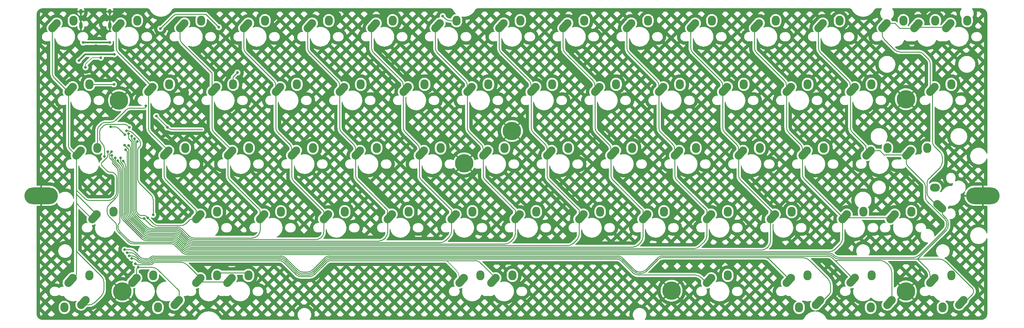
<source format=gbr>
G04 #@! TF.GenerationSoftware,KiCad,Pcbnew,(6.0.4)*
G04 #@! TF.CreationDate,2022-04-01T19:19:06+02:00*
G04 #@! TF.ProjectId,pcb,7063622e-6b69-4636-9164-5f7063625858,rev?*
G04 #@! TF.SameCoordinates,Original*
G04 #@! TF.FileFunction,Copper,L1,Top*
G04 #@! TF.FilePolarity,Positive*
%FSLAX46Y46*%
G04 Gerber Fmt 4.6, Leading zero omitted, Abs format (unit mm)*
G04 Created by KiCad (PCBNEW (6.0.4)) date 2022-04-01 19:19:06*
%MOMM*%
%LPD*%
G01*
G04 APERTURE LIST*
G04 Aperture macros list*
%AMHorizOval*
0 Thick line with rounded ends*
0 $1 width*
0 $2 $3 position (X,Y) of the first rounded end (center of the circle)*
0 $4 $5 position (X,Y) of the second rounded end (center of the circle)*
0 Add line between two ends*
20,1,$1,$2,$3,$4,$5,0*
0 Add two circle primitives to create the rounded ends*
1,1,$1,$2,$3*
1,1,$1,$4,$5*%
G04 Aperture macros list end*
G04 #@! TA.AperFunction,ComponentPad*
%ADD10O,10.000000X5.000000*%
G04 #@! TD*
G04 #@! TA.AperFunction,ComponentPad*
%ADD11C,5.500000*%
G04 #@! TD*
G04 #@! TA.AperFunction,ComponentPad*
%ADD12C,2.400000*%
G04 #@! TD*
G04 #@! TA.AperFunction,ComponentPad*
%ADD13HorizOval,2.400000X-0.669131X-0.743145X0.669131X0.743145X0*%
G04 #@! TD*
G04 #@! TA.AperFunction,ComponentPad*
%ADD14O,2.400000X2.950000*%
G04 #@! TD*
G04 #@! TA.AperFunction,ComponentPad*
%ADD15HorizOval,2.400000X0.669131X0.743145X-0.669131X-0.743145X0*%
G04 #@! TD*
G04 #@! TA.AperFunction,ComponentPad*
%ADD16HorizOval,2.400000X-0.743145X0.669131X0.743145X-0.669131X0*%
G04 #@! TD*
G04 #@! TA.AperFunction,ComponentPad*
%ADD17O,2.950000X2.400000*%
G04 #@! TD*
G04 #@! TA.AperFunction,ComponentPad*
%ADD18O,1.000000X2.100000*%
G04 #@! TD*
G04 #@! TA.AperFunction,ComponentPad*
%ADD19O,1.000000X1.600000*%
G04 #@! TD*
G04 #@! TA.AperFunction,ViaPad*
%ADD20C,0.800000*%
G04 #@! TD*
G04 #@! TA.AperFunction,Conductor*
%ADD21C,0.200000*%
G04 #@! TD*
G04 #@! TA.AperFunction,Conductor*
%ADD22C,0.500000*%
G04 #@! TD*
G04 #@! TA.AperFunction,Conductor*
%ADD23C,0.250000*%
G04 #@! TD*
G04 APERTURE END LIST*
D10*
X2381252Y-57125000D03*
X283368988Y-57125000D03*
D11*
X26625000Y-85725072D03*
X142875000Y-37750000D03*
X260430000Y-85725072D03*
X260425000Y-28227050D03*
X25600000Y-28575024D03*
X128587608Y-47425040D03*
X190500160Y-85525000D03*
D12*
X130850000Y-24575000D03*
D13*
X130219131Y-25281855D03*
D14*
X135850000Y-23775000D03*
D12*
X140375000Y-5525000D03*
D13*
X139744131Y-6231855D03*
D14*
X145375000Y-4725000D03*
D12*
X59412500Y-43625000D03*
D13*
X58781631Y-44331855D03*
D14*
X64412500Y-42825000D03*
D12*
X276343750Y-89725000D03*
D15*
X276974619Y-89018145D03*
D14*
X271343750Y-90525000D03*
D15*
X234180869Y-89018145D03*
D12*
X233550000Y-89725000D03*
D14*
X228550000Y-90525000D03*
D12*
X211812500Y-43625000D03*
D13*
X211181631Y-44331855D03*
D14*
X216812500Y-42825000D03*
D13*
X18300381Y-63381855D03*
D12*
X18931250Y-62675000D03*
D14*
X23931250Y-61875000D03*
D12*
X245160000Y-81690000D03*
D13*
X244529131Y-82396855D03*
D14*
X250160000Y-80890000D03*
D13*
X230231631Y-44331855D03*
D12*
X230862500Y-43625000D03*
D14*
X235862500Y-42825000D03*
D13*
X182606631Y-63381855D03*
D12*
X183237500Y-62675000D03*
D14*
X188237500Y-61875000D03*
D13*
X249281631Y-44331855D03*
D12*
X249912500Y-43625000D03*
D14*
X254912500Y-42825000D03*
D12*
X107037500Y-62675000D03*
D13*
X106406631Y-63381855D03*
D14*
X112037500Y-61875000D03*
D15*
X255543369Y-89018145D03*
D12*
X254912500Y-89725000D03*
D14*
X249912500Y-90525000D03*
D12*
X192762500Y-43625000D03*
D13*
X192131631Y-44331855D03*
D14*
X197762500Y-42825000D03*
D12*
X273725000Y-5525000D03*
D13*
X273094131Y-6231855D03*
D14*
X278725000Y-4725000D03*
D13*
X244519131Y-25281855D03*
D12*
X245150000Y-24575000D03*
D14*
X250150000Y-23775000D03*
D12*
X126087500Y-62675000D03*
D13*
X125456631Y-63381855D03*
D14*
X131087500Y-61875000D03*
D13*
X225469131Y-82431855D03*
D12*
X226100000Y-81725000D03*
D14*
X231100000Y-80925000D03*
D12*
X116562500Y-43625000D03*
D13*
X115931631Y-44331855D03*
D14*
X121562500Y-42825000D03*
D12*
X216575000Y-5525000D03*
D13*
X215944131Y-6231855D03*
D14*
X221575000Y-4725000D03*
D12*
X14168750Y-43625000D03*
D13*
X13537881Y-44331855D03*
D14*
X19168750Y-42825000D03*
D12*
X68937500Y-62675000D03*
D13*
X68306631Y-63381855D03*
D14*
X73937500Y-61875000D03*
D12*
X154662500Y-43625000D03*
D13*
X154031631Y-44331855D03*
D14*
X159662500Y-42825000D03*
D12*
X30837500Y-81725000D03*
D13*
X30206631Y-82431855D03*
D14*
X35837500Y-80925000D03*
D12*
X242768750Y-62675000D03*
D13*
X242137881Y-63381855D03*
D14*
X247768750Y-61875000D03*
D13*
X73069131Y-25281855D03*
D12*
X73700000Y-24575000D03*
D14*
X78700000Y-23775000D03*
D13*
X268331631Y-82431855D03*
D12*
X268962500Y-81725000D03*
D14*
X273962500Y-80925000D03*
D12*
X257056250Y-62675000D03*
D13*
X256425381Y-63381855D03*
D14*
X262056250Y-61875000D03*
D13*
X268331631Y-25281855D03*
D12*
X268962500Y-24575000D03*
D14*
X273962500Y-23775000D03*
D13*
X225469131Y-25281855D03*
D12*
X226100000Y-24575000D03*
D14*
X231100000Y-23775000D03*
D12*
X26075000Y-5525000D03*
D13*
X25444131Y-6231855D03*
D14*
X31075000Y-4725000D03*
D12*
X202287500Y-62675000D03*
D13*
X201656631Y-63381855D03*
D14*
X207287500Y-61875000D03*
D12*
X261818750Y-43625000D03*
D13*
X261187881Y-44331855D03*
D14*
X266818750Y-42825000D03*
D12*
X92750000Y-24575000D03*
D13*
X92119131Y-25281855D03*
D14*
X97750000Y-23775000D03*
D13*
X127837881Y-82431855D03*
D12*
X128468750Y-81725000D03*
D14*
X133468750Y-80925000D03*
D13*
X54019131Y-25281855D03*
D12*
X54650000Y-24575000D03*
D14*
X59650000Y-23775000D03*
D15*
X14968369Y-89018145D03*
D12*
X14337500Y-89725000D03*
D14*
X9337500Y-90525000D03*
D12*
X97512500Y-43625000D03*
D13*
X96881631Y-44331855D03*
D14*
X102512500Y-42825000D03*
D13*
X173081631Y-44331855D03*
D12*
X173712500Y-43625000D03*
D14*
X178712500Y-42825000D03*
D13*
X144506631Y-63381855D03*
D12*
X145137500Y-62675000D03*
D14*
X150137500Y-61875000D03*
D12*
X83225000Y-5525000D03*
D13*
X82594131Y-6231855D03*
D14*
X88225000Y-4725000D03*
D13*
X134981631Y-44331855D03*
D12*
X135612500Y-43625000D03*
D14*
X140612500Y-42825000D03*
D13*
X163556631Y-63381855D03*
D12*
X164187500Y-62675000D03*
D14*
X169187500Y-61875000D03*
D13*
X187369131Y-25281855D03*
D12*
X188000000Y-24575000D03*
D14*
X193000000Y-23775000D03*
D13*
X39731631Y-44331855D03*
D12*
X40362500Y-43625000D03*
D14*
X45362500Y-42825000D03*
D12*
X78462500Y-43625000D03*
D13*
X77831631Y-44331855D03*
D14*
X83462500Y-42825000D03*
D13*
X196894131Y-6231855D03*
D12*
X197525000Y-5525000D03*
D14*
X202525000Y-4725000D03*
D12*
X178475000Y-5525000D03*
D13*
X177844131Y-6231855D03*
D14*
X183475000Y-4725000D03*
D12*
X264200000Y-5525000D03*
D13*
X263569131Y-6231855D03*
D14*
X269200000Y-4725000D03*
D12*
X64175000Y-5525000D03*
D13*
X63544131Y-6231855D03*
D14*
X69175000Y-4725000D03*
D12*
X87987500Y-62675000D03*
D13*
X87356631Y-63381855D03*
D14*
X92987500Y-61875000D03*
D15*
X42868369Y-89018145D03*
D12*
X42237500Y-89725000D03*
D14*
X37237500Y-90525000D03*
D12*
X254675000Y-5525000D03*
D13*
X254044131Y-6231855D03*
D14*
X259675000Y-4725000D03*
D12*
X168950000Y-24575000D03*
D13*
X168319131Y-25281855D03*
D14*
X173950000Y-23775000D03*
D13*
X137362881Y-82431855D03*
D12*
X137993750Y-81725000D03*
D14*
X142993750Y-80925000D03*
D12*
X202287500Y-81725000D03*
D13*
X201656631Y-82431855D03*
D14*
X207287500Y-80925000D03*
D13*
X49256631Y-82431855D03*
D12*
X49887500Y-81725000D03*
D14*
X54887500Y-80925000D03*
D12*
X269843750Y-59650000D03*
D16*
X270550605Y-60280869D03*
D17*
X269043750Y-54650000D03*
D12*
X111800000Y-24575000D03*
D13*
X111169131Y-25281855D03*
D14*
X116800000Y-23775000D03*
D12*
X102275000Y-5525000D03*
D13*
X101644131Y-6231855D03*
D14*
X107275000Y-4725000D03*
D13*
X34969131Y-25281855D03*
D12*
X35600000Y-24575000D03*
D14*
X40600000Y-23775000D03*
D13*
X120694131Y-6231855D03*
D12*
X121325000Y-5525000D03*
D14*
X126325000Y-4725000D03*
D12*
X207050000Y-24575000D03*
D13*
X206419131Y-25281855D03*
D14*
X212050000Y-23775000D03*
D12*
X45125000Y-5525000D03*
D13*
X44494131Y-6231855D03*
D14*
X50125000Y-4725000D03*
D13*
X11156631Y-25281855D03*
D12*
X11787500Y-24575000D03*
D14*
X16787500Y-23775000D03*
D13*
X6394131Y-6231855D03*
D12*
X7025000Y-5525000D03*
D14*
X12025000Y-4725000D03*
D12*
X159425000Y-5525000D03*
D13*
X158794131Y-6231855D03*
D14*
X164425000Y-4725000D03*
D13*
X220706631Y-63381855D03*
D12*
X221337500Y-62675000D03*
D14*
X226337500Y-61875000D03*
D13*
X234994131Y-6231855D03*
D12*
X235625000Y-5525000D03*
D14*
X240625000Y-4725000D03*
D13*
X149269131Y-25281855D03*
D12*
X149900000Y-24575000D03*
D14*
X154900000Y-23775000D03*
D12*
X59250000Y-81725000D03*
D13*
X58619131Y-82431855D03*
D14*
X64250000Y-80925000D03*
D12*
X11787500Y-81725000D03*
D13*
X11156631Y-82431855D03*
D14*
X16787500Y-80925000D03*
D13*
X49256631Y-63381855D03*
D12*
X49887500Y-62675000D03*
D14*
X54887500Y-61875000D03*
D18*
X22885000Y-6165000D03*
D19*
X22885000Y-1985000D03*
X14245000Y-1985000D03*
D18*
X14245000Y-6165000D03*
D20*
X20200000Y-15820000D03*
X15620000Y-18700000D03*
X13625000Y-16695000D03*
X37400000Y-49650000D03*
X26000000Y-1450000D03*
X257750000Y-2850000D03*
X71400000Y-3700000D03*
X250750000Y-2850000D03*
X21750000Y-13500000D03*
X45150000Y-26250000D03*
X39350000Y-41350000D03*
X18700000Y-12200000D03*
X90600000Y-3350000D03*
X52200000Y-11300000D03*
X13950000Y-50800000D03*
X28676774Y-36623226D03*
X21250000Y-45350000D03*
X24200000Y-14800000D03*
X37960000Y-7130000D03*
X55400000Y-6700000D03*
X36750000Y-33300000D03*
X33650000Y-30200000D03*
X40050000Y-36650000D03*
X27850000Y-37700000D03*
X35800000Y-62800000D03*
X14910388Y-11289612D03*
X22860388Y-11289612D03*
X22300480Y-43899520D03*
X31050000Y-40850000D03*
X31350000Y-78500000D03*
X34225000Y-63775000D03*
X30500000Y-77450000D03*
X30250000Y-40050000D03*
X33075000Y-63875000D03*
X29400000Y-39300000D03*
X28500000Y-38550000D03*
X29400000Y-75850000D03*
X28450000Y-42100000D03*
X27275000Y-41975000D03*
X27575000Y-43375000D03*
X26850000Y-46750000D03*
X28650000Y-75100000D03*
X26050000Y-45800000D03*
X25250000Y-46650000D03*
X28050000Y-74150000D03*
X27300000Y-73250000D03*
X24500000Y-45800000D03*
X23500000Y-45050000D03*
X23350000Y-43900000D03*
X23100000Y-36450000D03*
X27399897Y-38850103D03*
X24100000Y-23750000D03*
X122220000Y-3390000D03*
X60950000Y-20250000D03*
D21*
X15620000Y-18700000D02*
X15620000Y-17810000D01*
X15620000Y-17810000D02*
X17610000Y-15820000D01*
X17610000Y-15820000D02*
X20200000Y-15820000D01*
D22*
X13625000Y-16695000D02*
X13620000Y-16700000D01*
X24200000Y-14800000D02*
X15520000Y-14800000D01*
X15520000Y-14800000D02*
X13625000Y-16695000D01*
D23*
X14245000Y-1985000D02*
X14245000Y-6165000D01*
X18700000Y-12200000D02*
X20500000Y-12200000D01*
X21750000Y-13500000D02*
X21750000Y-13450000D01*
X20500000Y-12200000D02*
X21750000Y-13500000D01*
X22885000Y-1985000D02*
X22885000Y-6165000D01*
X19800000Y-39871573D02*
X19800000Y-38178427D01*
X20385787Y-36764213D02*
X20864214Y-36285786D01*
X28339335Y-36285787D02*
X28676774Y-36623226D01*
X20664213Y-41564213D02*
X20385786Y-41285786D01*
X21250000Y-45350000D02*
X21250000Y-42978427D01*
X22278427Y-35700000D02*
X26925121Y-35700000D01*
X21249980Y-42978427D02*
G75*
G03*
X20664212Y-41564214I-1999980J27D01*
G01*
X20385773Y-36764199D02*
G75*
G03*
X19800000Y-38178427I1414227J-1414201D01*
G01*
X26925121Y-35699986D02*
G75*
G02*
X28339334Y-36285788I-21J-2000014D01*
G01*
X20385772Y-41285800D02*
G75*
G02*
X19800000Y-39871573I1414228J1414200D01*
G01*
X22278427Y-35700020D02*
G75*
G03*
X20864215Y-36285787I-27J-1999980D01*
G01*
X41704213Y-3385787D02*
X37960000Y-7130000D01*
X44700000Y-2800000D02*
X43118427Y-2800000D01*
X55400000Y-6700000D02*
X51500000Y-2800000D01*
X51500000Y-2800000D02*
X44700000Y-2800000D01*
X41704199Y-3385773D02*
G75*
G02*
X43118427Y-2800000I1414201J-1414227D01*
G01*
X40164213Y-36714213D02*
X36750000Y-33300000D01*
X29137185Y-30850000D02*
X33250000Y-30850000D01*
X24594545Y-34564213D02*
X27722972Y-31435786D01*
X33650000Y-30450000D02*
X33650000Y-30200000D01*
X19754537Y-36195463D02*
X20214214Y-35735786D01*
X19168750Y-43125000D02*
X19168750Y-37609677D01*
X50450000Y-37300000D02*
X41578427Y-37300000D01*
X33250000Y-30850000D02*
X33650000Y-30450000D01*
X21628427Y-35150000D02*
X23180331Y-35150000D01*
X41578427Y-37299980D02*
G75*
G02*
X40164214Y-36714212I-27J1999980D01*
G01*
X19168720Y-37609677D02*
G75*
G02*
X19754538Y-36195464I1999980J-23D01*
G01*
X21628427Y-35150020D02*
G75*
G03*
X20214215Y-35735787I-27J-1999980D01*
G01*
X23180331Y-35150021D02*
G75*
G03*
X24594544Y-34564212I-31J2000021D01*
G01*
X27722979Y-31435793D02*
G75*
G02*
X29137185Y-30850000I1414221J-1414207D01*
G01*
X32050000Y-41528427D02*
X32050000Y-41735786D01*
X35800000Y-61600000D02*
X35800000Y-58278427D01*
X27850000Y-37700000D02*
X28221573Y-37700000D01*
X35800000Y-62800000D02*
X35800000Y-61600000D01*
X31200000Y-43414214D02*
X31200000Y-52021573D01*
X31785787Y-53435787D02*
X35214214Y-56864214D01*
X29635787Y-38285787D02*
X31464214Y-40114214D01*
X31757107Y-42442893D02*
X31492893Y-42707107D01*
X31492886Y-42707100D02*
G75*
G03*
X31200000Y-43414214I707114J-707100D01*
G01*
X31757114Y-42442900D02*
G75*
G03*
X32050000Y-41735786I-707114J707100D01*
G01*
X31464228Y-40114200D02*
G75*
G02*
X32050000Y-41528427I-1414228J-1414200D01*
G01*
X29635801Y-38285773D02*
G75*
G03*
X28221573Y-37700000I-1414201J-1414227D01*
G01*
X31785773Y-53435801D02*
G75*
G02*
X31200000Y-52021573I1414227J1414201D01*
G01*
X35214228Y-56864200D02*
G75*
G02*
X35800000Y-58278427I-1414228J-1414200D01*
G01*
D22*
X16060388Y-11289612D02*
X14910388Y-11289612D01*
X22860388Y-11289612D02*
X16060388Y-11289612D01*
D23*
X12868750Y-58781250D02*
X12868750Y-80793750D01*
X6310787Y-21848287D02*
X10487500Y-26025000D01*
X12868750Y-55418750D02*
X12868750Y-55131250D01*
X22856229Y-50050000D02*
X23435786Y-50050000D01*
X15389702Y-57939702D02*
X12868750Y-55418750D01*
X12868750Y-56612500D02*
X12868750Y-55418750D01*
X11073287Y-43279537D02*
X12868750Y-45075000D01*
X12868750Y-45075000D02*
X12868750Y-55131250D01*
X22350000Y-43700000D02*
X22300480Y-43749520D01*
X21062021Y-85424498D02*
X21062021Y-82782948D01*
X14337500Y-89725000D02*
X16761519Y-89725000D01*
X20476234Y-81368734D02*
X12868750Y-73761250D01*
X10487500Y-26025000D02*
X10487500Y-41865323D01*
X20350000Y-47706229D02*
X20350000Y-47750878D01*
X20496447Y-48104432D02*
X22149122Y-49757107D01*
X5725000Y-6975000D02*
X5725000Y-20434073D01*
X12868750Y-58781250D02*
X12868750Y-59362500D01*
X22300480Y-43899520D02*
X22300480Y-44927321D01*
X12868750Y-55131250D02*
X12868750Y-58781250D01*
X24142893Y-50342893D02*
X24610948Y-50810948D01*
X22447062Y-58525489D02*
X16803916Y-58525489D01*
X12868750Y-80793750D02*
X10487500Y-83175000D01*
X24903841Y-51518055D02*
X24903841Y-56068710D01*
X24318054Y-57482924D02*
X23861275Y-57939703D01*
X22300480Y-43749520D02*
X22300480Y-43899520D01*
X12868750Y-59362500D02*
X17631250Y-64125000D01*
X22007587Y-45634428D02*
X20642893Y-46999122D01*
X18931250Y-62675000D02*
X12868750Y-56612500D01*
X18175733Y-89139213D02*
X20476235Y-86838711D01*
X22149108Y-49757121D02*
G75*
G03*
X22856229Y-50050000I707092J707121D01*
G01*
X20642879Y-46999108D02*
G75*
G03*
X20350000Y-47706229I707121J-707092D01*
G01*
X24318058Y-57482928D02*
G75*
G03*
X24903841Y-56068710I-1414258J1414228D01*
G01*
X22007572Y-45634413D02*
G75*
G03*
X22300480Y-44927321I-707072J707113D01*
G01*
X20476233Y-81368735D02*
G75*
G02*
X21062021Y-82782948I-1414213J-1414215D01*
G01*
X20476240Y-86838716D02*
G75*
G03*
X21062021Y-85424498I-1414240J1414216D01*
G01*
X24903861Y-51518055D02*
G75*
G03*
X24610948Y-50810948I-1000061J-45D01*
G01*
X10487484Y-41865323D02*
G75*
G03*
X11073287Y-43279537I2000016J23D01*
G01*
X23861292Y-57939720D02*
G75*
G02*
X22447062Y-58525489I-1414192J1414220D01*
G01*
X18175724Y-89139204D02*
G75*
G02*
X16761519Y-89725000I-1414224J1414204D01*
G01*
X5725020Y-20434073D02*
G75*
G03*
X6310788Y-21848286I1999980J-27D01*
G01*
X16803916Y-58525480D02*
G75*
G02*
X15389703Y-57939701I-16J1999980D01*
G01*
X24142900Y-50342886D02*
G75*
G03*
X23435786Y-50050000I-707100J-707114D01*
G01*
X20496436Y-48104443D02*
G75*
G02*
X20350000Y-47750878I353564J353543D01*
G01*
X30837500Y-81725000D02*
X30837500Y-79012500D01*
X35600000Y-38862500D02*
X40362500Y-43625000D01*
X44121573Y-66050000D02*
X37328427Y-66050000D01*
X30837500Y-79012500D02*
X31350000Y-78500000D01*
X43537500Y-88275000D02*
X43537500Y-85530523D01*
X31050000Y-40850000D02*
X30750000Y-41150000D01*
X26075000Y-15050000D02*
X35600000Y-24575000D01*
X48587500Y-64125000D02*
X48587500Y-61375000D01*
X34225000Y-63775000D02*
X33692893Y-63242893D01*
X43537500Y-85530523D02*
X37385656Y-79378679D01*
X24775000Y-6975000D02*
X24775000Y-12921573D01*
X47962500Y-64600000D02*
X49887500Y-62675000D01*
X39648287Y-52435787D02*
X40362500Y-53150000D01*
X40362500Y-53150000D02*
X47481250Y-60268750D01*
X25360787Y-14335787D02*
X26075000Y-15050000D01*
X32114214Y-62950000D02*
X32600000Y-62950000D01*
X35914213Y-65464213D02*
X34225000Y-63775000D01*
X48587500Y-61375000D02*
X47481250Y-60268750D01*
X46582107Y-64417893D02*
X45535786Y-65464214D01*
X32985786Y-62950000D02*
X32600000Y-62950000D01*
X34300000Y-26025000D02*
X34374511Y-26099511D01*
X35264336Y-78500000D02*
X31350000Y-78500000D01*
X39062500Y-45075000D02*
X39062500Y-51021573D01*
X31335787Y-62585787D02*
X31407107Y-62657107D01*
X34374511Y-26099511D02*
X34374511Y-36808584D01*
X34960298Y-38222798D02*
X35600000Y-38862500D01*
X30750000Y-41150000D02*
X30750000Y-61171573D01*
X48587500Y-64125000D02*
X47289214Y-64125000D01*
X34960292Y-38222804D02*
G75*
G02*
X34374511Y-36808584I1414208J1414204D01*
G01*
X32985786Y-62950010D02*
G75*
G02*
X33692893Y-63242893I14J-999990D01*
G01*
X37385638Y-79378697D02*
G75*
G03*
X35264336Y-78500000I-2121338J-2121303D01*
G01*
X39062520Y-51021573D02*
G75*
G03*
X39648288Y-52435786I1999980J-27D01*
G01*
X35914199Y-65464227D02*
G75*
G03*
X37328427Y-66050000I1414201J1414227D01*
G01*
X47289214Y-64125010D02*
G75*
G03*
X46582107Y-64417893I-14J-999990D01*
G01*
X45535800Y-65464228D02*
G75*
G02*
X44121573Y-66050000I-1414200J1414228D01*
G01*
X31407100Y-62657114D02*
G75*
G03*
X32114214Y-62950000I707100J707114D01*
G01*
X30750020Y-61171573D02*
G75*
G03*
X31335788Y-62585786I1999980J-27D01*
G01*
X25360773Y-14335801D02*
G75*
G02*
X24775000Y-12921573I1414227J1414201D01*
G01*
X30300480Y-42449520D02*
X30300480Y-61357770D01*
X67750000Y-64237500D02*
X67637500Y-64125000D01*
X57950000Y-83175000D02*
X57675479Y-82900479D01*
X67637500Y-64125000D02*
X67637500Y-61375000D01*
X36575688Y-76945680D02*
X43865539Y-76945680D01*
X53100000Y-20150000D02*
X45125000Y-12175000D01*
X30500000Y-77450000D02*
X30800000Y-77750000D01*
X47928427Y-69750000D02*
X65421573Y-69750000D01*
X33050000Y-63850000D02*
X33075000Y-63875000D01*
X36527947Y-66499520D02*
X43021093Y-66499520D01*
X58112500Y-45075000D02*
X58112500Y-51021573D01*
X30300480Y-40100480D02*
X30300480Y-42449520D01*
X44435307Y-67085307D02*
X46514214Y-69164214D01*
X67637500Y-61375000D02*
X58698286Y-52435786D01*
X30300480Y-42449520D02*
X30300480Y-41250480D01*
X53350000Y-20400000D02*
X53100000Y-20150000D01*
X67750000Y-67421573D02*
X67750000Y-64237500D01*
X45986860Y-77824360D02*
X49887500Y-81725000D01*
X54650000Y-38862500D02*
X59412500Y-43625000D01*
X53935787Y-38148287D02*
X59412500Y-43625000D01*
X30250000Y-40050000D02*
X30300480Y-40100480D01*
X30886267Y-62771984D02*
X31671391Y-63557107D01*
X43825000Y-6975000D02*
X43825000Y-10046573D01*
X53350000Y-26025000D02*
X53350000Y-20400000D01*
X57675479Y-82900479D02*
X48862021Y-82900479D01*
X66835787Y-69164213D02*
X67164214Y-68835786D01*
X33075000Y-63875000D02*
X35113734Y-65913734D01*
X59412500Y-53150000D02*
X59856250Y-53593750D01*
X53350000Y-26025000D02*
X53350000Y-36734073D01*
X44410787Y-11460787D02*
X45125000Y-12175000D01*
X35650047Y-77457107D02*
X35868581Y-77238573D01*
X48862021Y-82900479D02*
X48587500Y-83175000D01*
X30800000Y-77750000D02*
X34942940Y-77750000D01*
X32378497Y-63850000D02*
X33050000Y-63850000D01*
X53350020Y-36734073D02*
G75*
G03*
X53935788Y-38148286I1999980J-27D01*
G01*
X66835801Y-69164227D02*
G75*
G02*
X65421573Y-69750000I-1414201J1414227D01*
G01*
X30886248Y-62772003D02*
G75*
G02*
X30300480Y-61357770I1414252J1414203D01*
G01*
X58698272Y-52435800D02*
G75*
G02*
X58112500Y-51021573I1414228J1414200D01*
G01*
X36575688Y-76945678D02*
G75*
G03*
X35868582Y-77238574I12J-1000022D01*
G01*
X35650027Y-77457087D02*
G75*
G02*
X34942940Y-77750000I-707127J707087D01*
G01*
X44410773Y-11460801D02*
G75*
G02*
X43825000Y-10046573I1414227J1414201D01*
G01*
X67164228Y-68835800D02*
G75*
G03*
X67750000Y-67421573I-1414228J1414200D01*
G01*
X45986844Y-77824376D02*
G75*
G03*
X43865539Y-76945680I-2121344J-2121324D01*
G01*
X46514200Y-69164228D02*
G75*
G03*
X47928427Y-69750000I1414200J1414228D01*
G01*
X32378497Y-63850001D02*
G75*
G02*
X31671392Y-63557106I3J1000001D01*
G01*
X35113706Y-65913762D02*
G75*
G03*
X36527947Y-66499520I1414194J1414262D01*
G01*
X44435306Y-67085308D02*
G75*
G03*
X43021093Y-66499520I-1414206J-1414192D01*
G01*
X29850960Y-61543968D02*
X29850960Y-40675574D01*
X86101713Y-69448287D02*
X85936266Y-69613734D01*
X72985787Y-38148287D02*
X76593750Y-41756250D01*
X76576713Y-41739213D02*
X76368750Y-41531250D01*
X29850960Y-40675574D02*
X29400000Y-40224614D01*
X76368750Y-41531250D02*
X76593750Y-41756250D01*
X73700000Y-38862500D02*
X76368750Y-41531250D01*
X33841820Y-66363254D02*
X30436747Y-62958182D01*
X77748287Y-52748287D02*
X86687500Y-61687500D01*
X71612500Y-22487500D02*
X71862500Y-22737500D01*
X46328017Y-69613734D02*
X44249108Y-67534826D01*
X72400000Y-26025000D02*
X72400000Y-36734073D01*
X62875000Y-6975000D02*
X62875000Y-12921573D01*
X72400000Y-26025000D02*
X72400000Y-24103427D01*
X77162500Y-45075000D02*
X77162500Y-43153427D01*
X86687500Y-61687500D02*
X86687500Y-64125000D01*
X63460787Y-14335787D02*
X71862500Y-22737500D01*
X84522053Y-70199520D02*
X47742230Y-70199520D01*
X64175000Y-15050000D02*
X71612500Y-22487500D01*
X42834895Y-66949040D02*
X35256033Y-66949040D01*
X29400000Y-40224614D02*
X29400000Y-39300000D01*
X71814213Y-22689213D02*
X71612500Y-22487500D01*
X77162500Y-45075000D02*
X77162500Y-51334073D01*
X86687500Y-64125000D02*
X86687500Y-68034073D01*
X63460773Y-14335801D02*
G75*
G02*
X62875000Y-12921573I1414227J1414201D01*
G01*
X77162520Y-51334073D02*
G75*
G03*
X77748288Y-52748286I1999980J-27D01*
G01*
X35256033Y-66949004D02*
G75*
G02*
X33841821Y-66363253I-33J2000004D01*
G01*
X47742230Y-70199492D02*
G75*
G02*
X46328018Y-69613733I-30J1999992D01*
G01*
X44249102Y-67534832D02*
G75*
G03*
X42834895Y-66949040I-1414202J-1414168D01*
G01*
X86101727Y-69448301D02*
G75*
G03*
X86687500Y-68034073I-1414227J1414201D01*
G01*
X71814227Y-22689199D02*
G75*
G02*
X72400000Y-24103427I-1414227J-1414201D01*
G01*
X77162480Y-43153427D02*
G75*
G03*
X76576712Y-41739214I-1999980J27D01*
G01*
X72400020Y-36734073D02*
G75*
G03*
X72985788Y-38148286I1999980J-27D01*
G01*
X29850995Y-61543968D02*
G75*
G03*
X30436747Y-62958182I2000005J-32D01*
G01*
X85936294Y-69613762D02*
G75*
G02*
X84522053Y-70199520I-1414194J1414262D01*
G01*
X105737500Y-68184073D02*
X105737500Y-64125000D01*
X96798287Y-52435787D02*
X97856250Y-53493750D01*
X29401440Y-40861772D02*
X29401440Y-61730164D01*
X105737500Y-64125000D02*
X105706250Y-64093750D01*
X95626713Y-41739213D02*
X94118750Y-40231250D01*
X28500000Y-39960332D02*
X29401440Y-40861772D01*
X93068750Y-39181250D02*
X94118750Y-40231250D01*
X104686747Y-70063253D02*
X105151714Y-69598286D01*
X91450000Y-26025000D02*
X91450000Y-24103427D01*
X91450000Y-26025000D02*
X91450000Y-36734073D01*
X47556033Y-70649040D02*
X103272533Y-70649040D01*
X92750000Y-38862500D02*
X93068750Y-39181250D01*
X96212500Y-45075000D02*
X96212500Y-51021573D01*
X83712500Y-15537500D02*
X90712500Y-22537500D01*
X35069836Y-67398560D02*
X42648697Y-67398560D01*
X96212500Y-45075000D02*
X96212500Y-43153427D01*
X97512500Y-53150000D02*
X97856250Y-53493750D01*
X30596424Y-63753576D02*
X33655623Y-66812774D01*
X44062910Y-67984346D02*
X46141820Y-70063254D01*
X92035787Y-38148287D02*
X93068750Y-39181250D01*
X90864213Y-22689213D02*
X90712500Y-22537500D01*
X81925000Y-6975000D02*
X81925000Y-12921573D01*
X105706250Y-64093750D02*
X105706250Y-61343750D01*
X82510787Y-14335787D02*
X83712500Y-15537500D01*
X97856250Y-53493750D02*
X105706250Y-61343750D01*
X83225000Y-15050000D02*
X83712500Y-15537500D01*
X28500000Y-38550000D02*
X28500000Y-39960332D01*
X29987226Y-63144377D02*
X30596424Y-63753576D01*
X29987216Y-63144387D02*
G75*
G02*
X29401440Y-61730164I1414184J1414187D01*
G01*
X46141795Y-70063279D02*
G75*
G03*
X47556033Y-70649040I1414205J1414279D01*
G01*
X103272533Y-70649051D02*
G75*
G03*
X104686747Y-70063253I-33J2000051D01*
G01*
X92035773Y-38148301D02*
G75*
G02*
X91450000Y-36734073I1414227J1414201D01*
G01*
X105151728Y-69598300D02*
G75*
G03*
X105737500Y-68184073I-1414228J1414200D01*
G01*
X90864227Y-22689199D02*
G75*
G02*
X91450000Y-24103427I-1414227J-1414201D01*
G01*
X96212480Y-43153427D02*
G75*
G03*
X95626712Y-41739214I-1999980J27D01*
G01*
X82510773Y-14335801D02*
G75*
G02*
X81925000Y-12921573I1414227J1414201D01*
G01*
X33655613Y-66812784D02*
G75*
G03*
X35069836Y-67398560I1414187J1414184D01*
G01*
X44062920Y-67984336D02*
G75*
G03*
X42648697Y-67398560I-1414220J-1414264D01*
G01*
X96212520Y-51021573D02*
G75*
G03*
X96798288Y-52435786I1999980J-27D01*
G01*
X87472327Y-77084826D02*
X86278576Y-78278576D01*
X82455164Y-81273560D02*
X79844833Y-81273560D01*
X124787500Y-67934073D02*
X124787500Y-64125000D01*
X44196423Y-68753577D02*
X45955623Y-70512774D01*
X110500000Y-26025000D02*
X110462500Y-25987500D01*
X43876713Y-68433867D02*
X44196423Y-68753577D01*
X111800000Y-38862500D02*
X112518750Y-39581250D01*
X28950000Y-43700000D02*
X28950000Y-42600000D01*
X123350960Y-76499040D02*
X88886540Y-76499040D01*
X110444521Y-26080479D02*
X110500000Y-26025000D01*
X35682383Y-76789053D02*
X35465770Y-77005666D01*
D21*
X127168750Y-83175000D02*
X127168750Y-81559471D01*
D23*
X115262500Y-45075000D02*
X115268750Y-45068750D01*
X78430619Y-80687773D02*
X74824792Y-77081946D01*
X47369835Y-71098560D02*
X121623013Y-71098560D01*
X29514419Y-75850000D02*
X29400000Y-75850000D01*
X110444521Y-36678594D02*
X110444521Y-26080479D01*
X73410579Y-76496160D02*
X36389490Y-76496160D01*
X28950000Y-43700000D02*
X28950000Y-43300000D01*
X34758663Y-77298559D02*
X32619834Y-77298560D01*
X115848287Y-52435787D02*
X124787500Y-61375000D01*
X34883639Y-67848080D02*
X42462499Y-67848080D01*
X123350960Y-76499040D02*
X131939363Y-76499040D01*
X123037227Y-70512773D02*
X124201714Y-69348286D01*
X102275000Y-15050000D02*
X102437500Y-15212500D01*
X86278576Y-78278576D02*
X83869377Y-80687774D01*
X133353577Y-77084827D02*
X137993750Y-81725000D01*
X28950000Y-44200000D02*
X28950000Y-48946160D01*
X101560787Y-14335787D02*
X102437500Y-15212500D01*
D21*
X126290070Y-79438150D02*
X123350960Y-76499040D01*
D23*
X112518750Y-39581250D02*
X111030307Y-38092807D01*
X115268750Y-45068750D02*
X115268750Y-43159677D01*
X110462500Y-25987500D02*
X110462500Y-24065927D01*
X115262500Y-45075000D02*
X115262500Y-51021573D01*
X29400000Y-75850000D02*
X29400000Y-75900000D01*
X28950000Y-42600000D02*
X28450000Y-42100000D01*
X28950000Y-44200000D02*
X28950000Y-43700000D01*
X29537708Y-63330576D02*
X29578566Y-63371434D01*
X102437500Y-15212500D02*
X109876714Y-22651714D01*
X100975000Y-6975000D02*
X100975000Y-12921573D01*
X31205620Y-76712774D02*
X30928632Y-76435786D01*
X29578566Y-63371434D02*
X33469426Y-67262294D01*
X28951920Y-48948080D02*
X28951920Y-61916361D01*
X112518750Y-39581250D02*
X114682964Y-41745464D01*
X28950000Y-48946160D02*
X28951920Y-48948080D01*
X124787500Y-61375000D02*
X124787500Y-64125000D01*
X33469411Y-67262309D02*
G75*
G03*
X34883639Y-67848080I1414189J1414209D01*
G01*
D21*
X126290066Y-79438154D02*
G75*
G02*
X127168750Y-81559471I-2121366J-2121346D01*
G01*
D23*
X31205612Y-76712782D02*
G75*
G03*
X32619834Y-77298560I1414188J1414182D01*
G01*
X109876728Y-22651700D02*
G75*
G02*
X110462500Y-24065927I-1414228J-1414200D01*
G01*
X73410579Y-76496187D02*
G75*
G02*
X74824792Y-77081946I21J-2000013D01*
G01*
X28951942Y-61916361D02*
G75*
G03*
X29537708Y-63330576I1999958J-39D01*
G01*
X114682942Y-41745486D02*
G75*
G02*
X115268750Y-43159677I-1414142J-1414214D01*
G01*
X123037212Y-70512758D02*
G75*
G02*
X121623013Y-71098560I-1414212J1414158D01*
G01*
X78430611Y-80687781D02*
G75*
G03*
X79844833Y-81273560I1414189J1414181D01*
G01*
X47369835Y-71098546D02*
G75*
G02*
X45955623Y-70512774I-35J1999946D01*
G01*
X115262520Y-51021573D02*
G75*
G03*
X115848288Y-52435786I1999980J-27D01*
G01*
X34758663Y-77298545D02*
G75*
G03*
X35465770Y-77005666I37J999945D01*
G01*
X100975020Y-12921573D02*
G75*
G03*
X101560788Y-14335786I1999980J-27D01*
G01*
X87472315Y-77084814D02*
G75*
G02*
X88886540Y-76499040I1414185J-1414186D01*
G01*
X29514419Y-75849987D02*
G75*
G02*
X30928632Y-76435786I-19J-2000013D01*
G01*
X82455164Y-81273546D02*
G75*
G03*
X83869377Y-80687774I36J1999946D01*
G01*
X124201728Y-69348300D02*
G75*
G03*
X124787500Y-67934073I-1414228J1414200D01*
G01*
X111030308Y-38092806D02*
G75*
G02*
X110444521Y-36678594I1414192J1414206D01*
G01*
X35682380Y-76789050D02*
G75*
G02*
X36389490Y-76496160I707120J-707150D01*
G01*
X42462499Y-67848087D02*
G75*
G02*
X43876713Y-68433867I1J-2000013D01*
G01*
X133353587Y-77084817D02*
G75*
G03*
X131939363Y-76499040I-1414187J-1414183D01*
G01*
X136481250Y-54018750D02*
X143456250Y-60993750D01*
X120025000Y-6975000D02*
X120025000Y-12921573D01*
X32785707Y-67214293D02*
X33283229Y-67711814D01*
X130135787Y-38148287D02*
X132893750Y-40906250D01*
X47176507Y-71548080D02*
X140923493Y-71548080D01*
X27275000Y-41975000D02*
X27250000Y-41950000D01*
X129550000Y-26025000D02*
X129550000Y-24103427D01*
X121325000Y-15050000D02*
X121662500Y-15387500D01*
X143837500Y-61375000D02*
X143456250Y-60993750D01*
X134312500Y-45075000D02*
X134293750Y-45056250D01*
X28500000Y-61225000D02*
X28500000Y-44500000D01*
X43683387Y-68883387D02*
X45762294Y-70962294D01*
X120610787Y-14335787D02*
X121662500Y-15387500D01*
X28500000Y-43200000D02*
X27275000Y-41975000D01*
X134898287Y-52435787D02*
X136481250Y-54018750D01*
X28500000Y-44500000D02*
X28500000Y-43200000D01*
X143837500Y-64125000D02*
X143837500Y-61375000D01*
X132893750Y-40906250D02*
X133707964Y-41720464D01*
X34697442Y-68297600D02*
X42269173Y-68297600D01*
X128964213Y-22689213D02*
X121662500Y-15387500D01*
X142337707Y-70962293D02*
X143251714Y-70048286D01*
X32785707Y-67214293D02*
X33250000Y-67678585D01*
X28500000Y-62025000D02*
X28500000Y-61225000D01*
X130850000Y-38862500D02*
X132893750Y-40906250D01*
X29085787Y-63514373D02*
X32785707Y-67214293D01*
X28500000Y-61225000D02*
X28500000Y-62100159D01*
X134293750Y-45056250D02*
X134293750Y-43134677D01*
X135612500Y-53150000D02*
X136481250Y-54018750D01*
X143837500Y-68634073D02*
X143837500Y-64125000D01*
X134312500Y-45075000D02*
X134312500Y-51021573D01*
X129550000Y-26025000D02*
X129550000Y-36734073D01*
X34697442Y-68297570D02*
G75*
G02*
X33283229Y-67711814I-42J1999970D01*
G01*
X134293780Y-43134677D02*
G75*
G03*
X133707963Y-41720465I-1999980J-23D01*
G01*
X143837480Y-68634073D02*
G75*
G02*
X143251713Y-70048285I-1999980J-27D01*
G01*
X28500030Y-62100159D02*
G75*
G03*
X29085788Y-63514372I1999970J-41D01*
G01*
X128964227Y-22689199D02*
G75*
G02*
X129550000Y-24103427I-1414227J-1414201D01*
G01*
X45762295Y-70962293D02*
G75*
G03*
X47176507Y-71548080I1414205J1414193D01*
G01*
X129550020Y-36734073D02*
G75*
G03*
X130135788Y-38148286I1999980J-27D01*
G01*
X120610773Y-14335801D02*
G75*
G02*
X120025000Y-12921573I1414227J1414201D01*
G01*
X134312520Y-51021573D02*
G75*
G03*
X134898288Y-52435786I1999980J-27D01*
G01*
X42269173Y-68297620D02*
G75*
G02*
X43683386Y-68883388I27J-1999980D01*
G01*
X142337706Y-70962292D02*
G75*
G02*
X140923493Y-71548080I-1414206J1414192D01*
G01*
X153362500Y-45075000D02*
X153362500Y-51021573D01*
X150443750Y-39406250D02*
X152807964Y-41770464D01*
X28050480Y-43850480D02*
X27575000Y-43375000D01*
X28942849Y-64007152D02*
X33097028Y-68161332D01*
X153362500Y-45075000D02*
X153393750Y-45043750D01*
X162900000Y-64137500D02*
X162887500Y-64125000D01*
X155031250Y-53518750D02*
X161981250Y-60468750D01*
X28050480Y-56450000D02*
X28050480Y-48299520D01*
X28050480Y-48299520D02*
X28050480Y-48000480D01*
X139075000Y-6975000D02*
X139075000Y-12921573D01*
X147512500Y-22187500D02*
X148014214Y-22689214D01*
X153948287Y-52435787D02*
X155031250Y-53518750D01*
X162887500Y-64125000D02*
X162887500Y-61375000D01*
X140862500Y-15537500D02*
X147512500Y-22187500D01*
X27575000Y-43375000D02*
X27400000Y-43200000D01*
X28767849Y-63832151D02*
X28667849Y-63732151D01*
X28667849Y-63732151D02*
X28942849Y-64007152D01*
X34511242Y-68747119D02*
X42082974Y-68747119D01*
X154662500Y-53150000D02*
X155031250Y-53518750D01*
X46990310Y-71997600D02*
X159623973Y-71997600D01*
X148600000Y-24103427D02*
X148600000Y-26025000D01*
X149185787Y-38148287D02*
X150443750Y-39406250D01*
X28050480Y-48299520D02*
X28050480Y-43850480D01*
X149900000Y-38862500D02*
X150443750Y-39406250D01*
X139660787Y-14335787D02*
X140862500Y-15537500D01*
X161038187Y-71411813D02*
X162314214Y-70135786D01*
X148600000Y-26025000D02*
X148600000Y-36734073D01*
X162900000Y-68721573D02*
X162900000Y-64137500D01*
X43497187Y-69332905D02*
X45576097Y-71411814D01*
X153393750Y-45043750D02*
X153393750Y-43184677D01*
X140375000Y-15050000D02*
X140862500Y-15537500D01*
X162887500Y-61375000D02*
X161981250Y-60468750D01*
X28050480Y-62286355D02*
X28050480Y-56450000D01*
X28667849Y-63732151D02*
X28636266Y-63700568D01*
X153948273Y-52435801D02*
G75*
G02*
X153362500Y-51021573I1414227J1414201D01*
G01*
X148599980Y-24103427D02*
G75*
G03*
X148014213Y-22689215I-1999980J27D01*
G01*
X139660773Y-14335801D02*
G75*
G02*
X139075000Y-12921573I1414227J1414201D01*
G01*
X148600020Y-36734073D02*
G75*
G03*
X149185788Y-38148286I1999980J-27D01*
G01*
X162899980Y-68721573D02*
G75*
G02*
X162314213Y-70135785I-1999980J-27D01*
G01*
X34511242Y-68747083D02*
G75*
G02*
X33097028Y-68161332I-42J1999983D01*
G01*
X161038201Y-71411827D02*
G75*
G02*
X159623973Y-71997600I-1414201J1414227D01*
G01*
X43497196Y-69332896D02*
G75*
G03*
X42082974Y-68747119I-1414196J-1414204D01*
G01*
X28636263Y-63700571D02*
G75*
G02*
X28050480Y-62286355I1414217J1414211D01*
G01*
X45576092Y-71411819D02*
G75*
G03*
X46990310Y-71997600I1414208J1414219D01*
G01*
X153393780Y-43184677D02*
G75*
G03*
X152807963Y-41770465I-1999980J-23D01*
G01*
X46806991Y-72450000D02*
X179021573Y-72450000D01*
X158710787Y-14335787D02*
X159562500Y-15187500D01*
X167064213Y-22689213D02*
X166937500Y-22562500D01*
X43310990Y-69782426D02*
X45392778Y-71864214D01*
X181937500Y-61375000D02*
X181937500Y-64125000D01*
X27600960Y-48649040D02*
X27600960Y-62472552D01*
X181937500Y-69534073D02*
X181937500Y-64125000D01*
X172412500Y-45075000D02*
X172412500Y-51021573D01*
X168235787Y-38148287D02*
X170868750Y-40781250D01*
X167650000Y-26025000D02*
X167650000Y-36734073D01*
X27600960Y-48649040D02*
X27600960Y-48329387D01*
X173831250Y-53268750D02*
X181306250Y-60743750D01*
X172412500Y-45075000D02*
X172412500Y-43153427D01*
X28186746Y-63886765D02*
X28924990Y-64625010D01*
X158125000Y-6975000D02*
X158125000Y-12921573D01*
X172998287Y-52435787D02*
X173831250Y-53268750D01*
X167650000Y-26025000D02*
X167650000Y-24103427D01*
X181306250Y-60743750D02*
X181937500Y-61375000D01*
X159425000Y-15050000D02*
X159562500Y-15187500D01*
X27600960Y-48500000D02*
X27600960Y-48649040D01*
X28924990Y-64625010D02*
X32910831Y-68610852D01*
X170868750Y-40781250D02*
X171793750Y-41706250D01*
X159562500Y-15187500D02*
X166937500Y-22562500D01*
X171826713Y-41739213D02*
X171793750Y-41706250D01*
X173712500Y-53150000D02*
X173831250Y-53268750D01*
X168950000Y-38862500D02*
X170868750Y-40781250D01*
X180435787Y-71864213D02*
X181351714Y-70948286D01*
X34325045Y-69196639D02*
X41896776Y-69196639D01*
X27015173Y-46915173D02*
X26850000Y-46750000D01*
X167649980Y-24103427D02*
G75*
G03*
X167064212Y-22689214I-1999980J27D01*
G01*
X172998273Y-52435801D02*
G75*
G02*
X172412500Y-51021573I1414227J1414201D01*
G01*
X28186747Y-63886764D02*
G75*
G02*
X27600960Y-62472552I1414213J1414214D01*
G01*
X167650020Y-36734073D02*
G75*
G03*
X168235788Y-38148286I1999980J-27D01*
G01*
X27015158Y-46915188D02*
G75*
G02*
X27600960Y-48329387I-1414158J-1414212D01*
G01*
X158125020Y-12921573D02*
G75*
G03*
X158710788Y-14335786I1999980J-27D01*
G01*
X180435801Y-71864227D02*
G75*
G02*
X179021573Y-72450000I-1414201J1414227D01*
G01*
X45392782Y-71864210D02*
G75*
G03*
X46806991Y-72450000I1414218J1414210D01*
G01*
X181351728Y-70948300D02*
G75*
G03*
X181937500Y-69534073I-1414228J1414200D01*
G01*
X34325045Y-69196595D02*
G75*
G02*
X32910831Y-68610852I-45J1999995D01*
G01*
X171826727Y-41739199D02*
G75*
G02*
X172412500Y-43153427I-1414227J-1414201D01*
G01*
X41896776Y-69196645D02*
G75*
G02*
X43310990Y-69782426I24J-1999955D01*
G01*
X80031031Y-80824040D02*
X82268967Y-80824040D01*
X178475000Y-15050000D02*
X178987500Y-15562500D01*
X26050000Y-46974614D02*
X26565654Y-47490268D01*
X188000000Y-38862500D02*
X189043750Y-39906250D01*
X177760787Y-14335787D02*
X178987500Y-15562500D01*
X46620794Y-72899520D02*
X131799520Y-72899520D01*
X193081250Y-53468750D02*
X200381250Y-60768750D01*
X186700000Y-26025000D02*
X186700000Y-24103427D01*
X193199040Y-80799040D02*
X197368899Y-80799040D01*
X27737226Y-64072962D02*
X32724634Y-69060372D01*
X191462500Y-45075000D02*
X191462500Y-43153427D01*
X187285787Y-38148287D02*
X189043750Y-39906250D01*
X75010991Y-76632427D02*
X78616818Y-80238254D01*
X34138848Y-69646159D02*
X41710578Y-69646159D01*
X192762500Y-53150000D02*
X193081250Y-53468750D01*
X88700343Y-76049520D02*
X174105203Y-76049520D01*
X193199040Y-80799040D02*
X195401863Y-80799040D01*
X189043750Y-39906250D02*
X190718750Y-41581250D01*
X32806031Y-76849040D02*
X34572464Y-76849040D01*
X199490220Y-81677720D02*
X200987500Y-83175000D01*
X36203291Y-76046640D02*
X73596777Y-76046640D01*
X200987500Y-64125000D02*
X200987500Y-61375000D01*
X30814351Y-75685787D02*
X31391818Y-76263254D01*
X175519417Y-76635307D02*
X179097364Y-80213254D01*
X200987500Y-69234073D02*
X200987500Y-64125000D01*
X190876713Y-41739213D02*
X190718750Y-41581250D01*
X28650000Y-75100000D02*
X29400137Y-75100000D01*
X131799520Y-72899520D02*
X131800000Y-72900000D01*
X198735787Y-72314213D02*
X200401714Y-70648286D01*
X177175000Y-6975000D02*
X177175000Y-12921573D01*
X35279570Y-76556147D02*
X35496185Y-76339533D01*
X178987500Y-15562500D02*
X186112500Y-22687500D01*
X180511577Y-80799040D02*
X193199040Y-80799040D01*
X191462500Y-45075000D02*
X191462500Y-51021573D01*
X192048287Y-52435787D02*
X193081250Y-53468750D01*
X27151440Y-48904481D02*
X27151440Y-62658749D01*
X200987500Y-61375000D02*
X200381250Y-60768750D01*
X26050000Y-45800000D02*
X26050000Y-46974614D01*
X131800000Y-72900000D02*
X197321573Y-72900000D01*
X186114213Y-22689213D02*
X186112500Y-22687500D01*
X186700000Y-26025000D02*
X186700000Y-36734073D01*
X83683180Y-80238254D02*
X87286130Y-76635306D01*
X43124791Y-70231945D02*
X45206581Y-72313734D01*
X27151441Y-48904481D02*
G75*
G03*
X26565654Y-47490268I-2000041J-19D01*
G01*
X190876727Y-41739199D02*
G75*
G02*
X191462500Y-43153427I-1414227J-1414201D01*
G01*
X199490212Y-81677728D02*
G75*
G03*
X197368899Y-80799040I-2121312J-2121272D01*
G01*
X186700020Y-36734073D02*
G75*
G03*
X187285788Y-38148286I1999980J-27D01*
G01*
X87286113Y-76635289D02*
G75*
G02*
X88700343Y-76049520I1414187J-1414211D01*
G01*
X27151394Y-62658749D02*
G75*
G03*
X27737226Y-64072962I2000006J49D01*
G01*
X29400137Y-75099974D02*
G75*
G02*
X30814351Y-75685787I-37J-2000026D01*
G01*
X192048273Y-52435801D02*
G75*
G02*
X191462500Y-51021573I1414227J1414201D01*
G01*
X175519411Y-76635313D02*
G75*
G03*
X174105203Y-76049520I-1414211J-1414187D01*
G01*
X78616794Y-80238278D02*
G75*
G03*
X80031031Y-80824040I1414206J1414278D01*
G01*
X83683205Y-80238279D02*
G75*
G02*
X82268967Y-80824040I-1414205J1414279D01*
G01*
X35496198Y-76339546D02*
G75*
G02*
X36203291Y-76046640I707102J-707054D01*
G01*
X45206580Y-72313735D02*
G75*
G03*
X46620794Y-72899520I1414220J1414235D01*
G01*
X43124811Y-70231925D02*
G75*
G03*
X41710578Y-69646159I-1414211J-1414275D01*
G01*
X73596777Y-76046645D02*
G75*
G02*
X75010991Y-76632427I23J-1999955D01*
G01*
X35279597Y-76556174D02*
G75*
G02*
X34572464Y-76849040I-707097J707174D01*
G01*
X186114227Y-22689199D02*
G75*
G02*
X186700000Y-24103427I-1414227J-1414201D01*
G01*
X200401728Y-70648300D02*
G75*
G03*
X200987500Y-69234073I-1414228J1414200D01*
G01*
X179097367Y-80213251D02*
G75*
G03*
X180511577Y-80799040I1414233J1414251D01*
G01*
X34138848Y-69646136D02*
G75*
G02*
X32724635Y-69060371I-48J1999936D01*
G01*
X197321573Y-72899980D02*
G75*
G03*
X198735786Y-72314212I27J1999980D01*
G01*
X31391794Y-76263278D02*
G75*
G03*
X32806031Y-76849040I1414206J1414278D01*
G01*
X177175020Y-12921573D02*
G75*
G03*
X177760788Y-14335786I1999980J-27D01*
G01*
X33952651Y-70095679D02*
X41524380Y-70095679D01*
X197525000Y-15050000D02*
X198787500Y-16312500D01*
X35309987Y-75890013D02*
X35093373Y-76106627D01*
X220037500Y-61375000D02*
X220037500Y-64125000D01*
X78803015Y-79788733D02*
X75197188Y-76182906D01*
X209926713Y-41739213D02*
X208293750Y-40106250D01*
X186477812Y-76182906D02*
X182896983Y-79763734D01*
X237940000Y-85723232D02*
X237940000Y-83972641D01*
X196810787Y-14335787D02*
X198787500Y-16312500D01*
X205750000Y-26025000D02*
X205750000Y-36734073D01*
X174288521Y-75597120D02*
X88517025Y-75597120D01*
X29085855Y-74150000D02*
X28050000Y-74150000D01*
X207050000Y-38862500D02*
X208293750Y-40106250D01*
X210512500Y-45075000D02*
X210512500Y-43153427D01*
X237061320Y-81851320D02*
X231685799Y-76475799D01*
X224800000Y-83175000D02*
X224800000Y-81250000D01*
X25250000Y-46810332D02*
X26116134Y-47676466D01*
X34386266Y-76399520D02*
X32992229Y-76399520D01*
X205164213Y-22689213D02*
X198787500Y-16312500D01*
X229564479Y-75597120D02*
X217902880Y-75597120D01*
X219982021Y-70839552D02*
X219982021Y-64180479D01*
X48800480Y-73349520D02*
X217472053Y-73349520D01*
X46434597Y-73349040D02*
X48800000Y-73349040D01*
X210512500Y-45075000D02*
X210512500Y-51021573D01*
X26701920Y-49090679D02*
X26701920Y-62844946D01*
X235802446Y-88275000D02*
X237647107Y-86430339D01*
X48800000Y-73349040D02*
X48800480Y-73349520D01*
X25250000Y-46650000D02*
X25250000Y-46810332D01*
X31578015Y-75813733D02*
X30500068Y-74735786D01*
X219631250Y-60968750D02*
X221337500Y-62675000D01*
X25250000Y-46650000D02*
X25250000Y-46400000D01*
X234850000Y-88275000D02*
X235802446Y-88275000D01*
X87102812Y-76182906D02*
X83496983Y-79788734D01*
X206335787Y-38148287D02*
X208293750Y-40106250D01*
X42938593Y-70681465D02*
X45020384Y-72763254D01*
X82082770Y-80374520D02*
X80217229Y-80374520D01*
X218318693Y-75597120D02*
X217902880Y-75597120D01*
X181482770Y-80349520D02*
X180697775Y-80349520D01*
X196225000Y-6975000D02*
X196225000Y-12921573D01*
X179283561Y-79763733D02*
X175702734Y-76182906D01*
X205750000Y-26025000D02*
X205750000Y-24103427D01*
X219982021Y-64180479D02*
X220037500Y-64125000D01*
X219631250Y-60968750D02*
X220037500Y-61375000D01*
X224800000Y-81250000D02*
X219732906Y-76182906D01*
X211906250Y-53243750D02*
X219631250Y-60968750D01*
X211812500Y-53150000D02*
X211906250Y-53243750D01*
X218886267Y-72763733D02*
X219396235Y-72253765D01*
X73782975Y-75597120D02*
X36017094Y-75597120D01*
X211098287Y-52435787D02*
X211906250Y-53243750D01*
X217902880Y-75597120D02*
X187892025Y-75597120D01*
X27287706Y-64259159D02*
X32538437Y-69509892D01*
X196225020Y-12921573D02*
G75*
G03*
X196810788Y-14335786I1999980J-27D01*
G01*
X80217229Y-80374493D02*
G75*
G02*
X78803015Y-79788733I-29J1999993D01*
G01*
X87102804Y-76182898D02*
G75*
G02*
X88517025Y-75597120I1414196J-1414202D01*
G01*
X210512480Y-43153427D02*
G75*
G03*
X209926712Y-41739214I-1999980J27D01*
G01*
X219396263Y-72253793D02*
G75*
G03*
X219982021Y-70839552I-1414263J1414193D01*
G01*
X237647091Y-86430323D02*
G75*
G03*
X237940000Y-85723232I-707091J707123D01*
G01*
X179283569Y-79763725D02*
G75*
G03*
X180697775Y-80349520I1414231J1414225D01*
G01*
X211098273Y-52435801D02*
G75*
G02*
X210512500Y-51021573I1414227J1414201D01*
G01*
X205749980Y-24103427D02*
G75*
G03*
X205164212Y-22689214I-1999980J27D01*
G01*
X175702719Y-76182921D02*
G75*
G03*
X174288521Y-75597120I-1414219J-1414179D01*
G01*
X31577996Y-75813752D02*
G75*
G03*
X32992229Y-76399520I1414204J1414252D01*
G01*
X219732905Y-76182907D02*
G75*
G03*
X218318693Y-75597120I-1414205J-1414193D01*
G01*
X82082770Y-80374492D02*
G75*
G03*
X83496982Y-79788733I30J1999992D01*
G01*
X186477804Y-76182898D02*
G75*
G02*
X187892025Y-75597120I1414196J-1414202D01*
G01*
X32538466Y-69509863D02*
G75*
G03*
X33952651Y-70095679I1414234J1414163D01*
G01*
X181482770Y-80349492D02*
G75*
G03*
X182896982Y-79763733I30J1999992D01*
G01*
X206335773Y-38148301D02*
G75*
G02*
X205750000Y-36734073I1414227J1414201D01*
G01*
X229564479Y-75597129D02*
G75*
G02*
X231685799Y-76475799I21J-2999971D01*
G01*
X30500091Y-74735763D02*
G75*
G03*
X29085855Y-74150000I-1414191J-1414237D01*
G01*
X45020377Y-72763261D02*
G75*
G03*
X46434597Y-73349040I1414223J1414261D01*
G01*
X218886295Y-72763761D02*
G75*
G02*
X217472053Y-73349520I-1414195J1414261D01*
G01*
X42938607Y-70681451D02*
G75*
G03*
X41524380Y-70095679I-1414207J-1414249D01*
G01*
X73782975Y-75597132D02*
G75*
G02*
X75197188Y-76182906I25J-1999968D01*
G01*
X36017094Y-75597110D02*
G75*
G03*
X35309987Y-75890013I6J-999990D01*
G01*
X26701928Y-49090679D02*
G75*
G03*
X26116133Y-47676467I-2000028J-21D01*
G01*
X27287704Y-64259161D02*
G75*
G02*
X26701920Y-62844946I1414216J1414211D01*
G01*
X237939971Y-83972641D02*
G75*
G03*
X237061320Y-81851320I-2999971J41D01*
G01*
X34386266Y-76399490D02*
G75*
G03*
X35093373Y-76106627I34J999990D01*
G01*
X42752396Y-71130985D02*
X44834187Y-73212774D01*
X47750480Y-73799040D02*
X237722533Y-73799040D01*
X241468750Y-64125000D02*
X241468750Y-63488750D01*
X239136747Y-73213253D02*
X240882964Y-71467036D01*
X71422600Y-75147600D02*
X73969173Y-75147600D01*
X241919230Y-63674520D02*
X255305770Y-63674520D01*
X71422600Y-75147600D02*
X72925000Y-75147600D01*
X227468750Y-40231250D02*
X228968750Y-41731250D01*
X229562500Y-45075000D02*
X229562500Y-50754073D01*
X80403427Y-79925000D02*
X81896573Y-79925000D01*
X224800000Y-26025000D02*
X224800000Y-36734073D01*
X26252401Y-62852401D02*
X26252400Y-61750000D01*
X255305770Y-63674520D02*
X255756250Y-64125000D01*
X47750000Y-73798560D02*
X47750480Y-73799040D01*
X26252400Y-61750000D02*
X26252400Y-60872600D01*
X83310787Y-79339213D02*
X86916614Y-75733386D01*
X196950000Y-75147600D02*
X187705827Y-75147600D01*
X196171854Y-75147600D02*
X237099177Y-75147600D01*
X26252400Y-60872600D02*
X26252400Y-49530827D01*
X228976713Y-41739213D02*
X228968750Y-41731250D01*
X46248400Y-73798560D02*
X47750000Y-73798560D01*
X24500000Y-45800000D02*
X24500000Y-45550000D01*
X225385787Y-38148287D02*
X227468750Y-40231250D01*
X178777773Y-78622227D02*
X180005546Y-79850000D01*
X256212500Y-88275000D02*
X256212500Y-80045141D01*
X24500000Y-46950000D02*
X24500000Y-45800000D01*
X25666613Y-48116613D02*
X24500000Y-46950000D01*
X239260002Y-76479998D02*
X243850000Y-81069996D01*
X34185786Y-75950000D02*
X33178427Y-75950000D01*
X243850000Y-81069996D02*
X243850000Y-83175000D01*
X241468750Y-70052823D02*
X241468750Y-64125000D01*
X215275000Y-6975000D02*
X215275000Y-12921573D01*
X186291613Y-75733387D02*
X182710786Y-79314214D01*
X241468750Y-63488750D02*
X232190000Y-54210000D01*
X252624920Y-76457561D02*
X239282439Y-76457561D01*
X255333820Y-77923820D02*
X254746240Y-77336240D01*
X217287500Y-15762500D02*
X223787500Y-22262500D01*
X31764213Y-75364213D02*
X30850000Y-74450000D01*
X35109507Y-75440493D02*
X34892893Y-75657107D01*
X88330827Y-75147600D02*
X174474719Y-75147600D01*
X33766454Y-70545199D02*
X41338183Y-70545199D01*
X179469759Y-79314213D02*
X178777773Y-78622227D01*
X226100000Y-38862500D02*
X227468750Y-40231250D01*
X232190000Y-54210000D02*
X230800000Y-52820000D01*
X239282439Y-76457561D02*
X239260002Y-76479998D01*
X175888933Y-75733387D02*
X178777773Y-78622227D01*
X230148287Y-52168287D02*
X232190000Y-54210000D01*
X224800000Y-26025000D02*
X224800000Y-24103427D01*
X241468750Y-64125000D02*
X241919230Y-63674520D01*
X215860787Y-14335787D02*
X217287500Y-15762500D01*
X35816614Y-75147600D02*
X71422600Y-75147600D01*
X26252400Y-60872600D02*
X26252400Y-63031145D01*
X224214213Y-22689213D02*
X223787500Y-22262500D01*
X26838187Y-64445359D02*
X32352241Y-69959413D01*
X216575000Y-15050000D02*
X217287500Y-15762500D01*
X75383387Y-75733387D02*
X78989214Y-79339214D01*
X28821573Y-73250000D02*
X27300000Y-73250000D01*
X238513391Y-75733387D02*
X239260002Y-76479998D01*
X30850000Y-74450000D02*
X30235786Y-73835786D01*
X229562500Y-45075000D02*
X229562500Y-43153427D01*
X181296573Y-79900000D02*
X180883973Y-79900000D01*
X224214227Y-22689199D02*
G75*
G02*
X224800000Y-24103427I-1414227J-1414201D01*
G01*
X225385773Y-38148301D02*
G75*
G02*
X224800000Y-36734073I1414227J1414201D01*
G01*
X83310801Y-79339227D02*
G75*
G02*
X81896573Y-79925000I-1414201J1414227D01*
G01*
X25666627Y-48116599D02*
G75*
G02*
X26252400Y-49530827I-1414227J-1414201D01*
G01*
X215860773Y-14335801D02*
G75*
G02*
X215275000Y-12921573I1414227J1414201D01*
G01*
X229562480Y-43153427D02*
G75*
G03*
X228976712Y-41739214I-1999980J27D01*
G01*
X175888924Y-75733396D02*
G75*
G03*
X174474719Y-75147600I-1414224J-1414204D01*
G01*
X41338183Y-70545212D02*
G75*
G02*
X42752396Y-71130985I17J-1999988D01*
G01*
X88330827Y-75147620D02*
G75*
G03*
X86916615Y-75733387I-27J-1999980D01*
G01*
X254746238Y-77336242D02*
G75*
G03*
X252624920Y-76457561I-2121338J-2121358D01*
G01*
X33766454Y-70545231D02*
G75*
G02*
X32352242Y-69959412I46J2000031D01*
G01*
X26838184Y-64445362D02*
G75*
G02*
X26252400Y-63031145I1414216J1414212D01*
G01*
X186291599Y-75733373D02*
G75*
G02*
X187705827Y-75147600I1414201J-1414227D01*
G01*
X75383401Y-75733373D02*
G75*
G03*
X73969173Y-75147600I-1414201J-1414227D01*
G01*
X238513403Y-75733375D02*
G75*
G03*
X237099177Y-75147600I-1414203J-1414225D01*
G01*
X35816614Y-75147610D02*
G75*
G03*
X35109507Y-75440493I-14J-999990D01*
G01*
X240882942Y-71467014D02*
G75*
G03*
X241468750Y-70052823I-1414142J1414214D01*
G01*
X78989200Y-79339228D02*
G75*
G03*
X80403427Y-79925000I1414200J1414228D01*
G01*
X256212471Y-80045141D02*
G75*
G03*
X255333820Y-77923820I-2999971J41D01*
G01*
X230148273Y-52168301D02*
G75*
G02*
X229562500Y-50754073I1414227J1414201D01*
G01*
X31764199Y-75364227D02*
G75*
G03*
X33178427Y-75950000I1414201J1414227D01*
G01*
X180883973Y-79900019D02*
G75*
G02*
X179469759Y-79314213I27J2000019D01*
G01*
X181296573Y-79899980D02*
G75*
G03*
X182710785Y-79314213I27J1999980D01*
G01*
X30235800Y-73835772D02*
G75*
G03*
X28821573Y-73250000I-1414200J-1414228D01*
G01*
X239136739Y-73213245D02*
G75*
G02*
X237722533Y-73799040I-1414239J1414245D01*
G01*
X34892900Y-75657114D02*
G75*
G02*
X34185786Y-75950000I-707100J707114D01*
G01*
X46248400Y-73798571D02*
G75*
G02*
X44834187Y-73212774I0J1999971D01*
G01*
X243850000Y-24103427D02*
X243850000Y-26025000D01*
X272021273Y-67192845D02*
X264241384Y-74972734D01*
X25656434Y-65395771D02*
X25579622Y-65472583D01*
X248612500Y-43153427D02*
X248612500Y-45075000D01*
X41151985Y-70994719D02*
X29927661Y-70994719D01*
X260518750Y-45075000D02*
X260518750Y-46991050D01*
X239024175Y-74972735D02*
X238885787Y-74834347D01*
X24050480Y-47136197D02*
X24257141Y-47342859D01*
X247718750Y-41431250D02*
X248026714Y-41739214D01*
X272607059Y-65439544D02*
X272607059Y-65778632D01*
X28513448Y-70408933D02*
X25872516Y-67768001D01*
X249912500Y-43625000D02*
X252625000Y-43625000D01*
X25802881Y-63302881D02*
X25802881Y-60402881D01*
X260568751Y-44874999D02*
X261818750Y-43625000D01*
X243850000Y-26025000D02*
X243850000Y-36734073D01*
X253874999Y-44874999D02*
X260568751Y-44874999D01*
X25802881Y-49717026D02*
X25802881Y-60402881D01*
X245150000Y-38862500D02*
X247718750Y-41431250D01*
X237471573Y-74248560D02*
X46062681Y-74248560D01*
X44648468Y-73662774D02*
X42566198Y-71580505D01*
X23500000Y-45824614D02*
X24050480Y-46375094D01*
X25286729Y-66353787D02*
X25286729Y-66179690D01*
X242212500Y-21637500D02*
X243264214Y-22689214D01*
X23500000Y-45050000D02*
X23500000Y-45824614D01*
X261104536Y-48405263D02*
X265664214Y-52964942D01*
X24257141Y-47342859D02*
X25217095Y-48302813D01*
X266250000Y-54379155D02*
X266250000Y-57425631D01*
X25802881Y-63302881D02*
X25802881Y-65042217D01*
X266835787Y-58839845D02*
X272021273Y-64025331D01*
X234325000Y-6975000D02*
X234325000Y-12921573D01*
X234910787Y-14335787D02*
X238237500Y-17662500D01*
X235625000Y-15050000D02*
X238237500Y-17662500D01*
X262827170Y-75558521D02*
X240438388Y-75558521D01*
X252625000Y-43625000D02*
X253874999Y-44874999D01*
X24050480Y-46375094D02*
X24050480Y-47136197D01*
X244435787Y-38148287D02*
X248543750Y-42256250D01*
X247718750Y-41431250D02*
X248543750Y-42256250D01*
X238237500Y-17662500D02*
X242212500Y-21637500D01*
X25217104Y-48302804D02*
G75*
G02*
X25802881Y-49717026I-1414204J-1414196D01*
G01*
X260518771Y-46991050D02*
G75*
G03*
X261104536Y-48405263I1999929J-50D01*
G01*
X266249979Y-57425631D02*
G75*
G03*
X266835788Y-58839844I2000021J31D01*
G01*
X25656421Y-65395758D02*
G75*
G03*
X25802881Y-65042217I-353521J353558D01*
G01*
X25286730Y-66353787D02*
G75*
G03*
X25872516Y-67768001I1999970J-13D01*
G01*
X25579633Y-65472594D02*
G75*
G03*
X25286729Y-66179690I707067J-707106D01*
G01*
X266250031Y-54379155D02*
G75*
G03*
X265664213Y-52964943I-2000031J-45D01*
G01*
X237471573Y-74248591D02*
G75*
G02*
X238885787Y-74834347I27J-2000009D01*
G01*
X248026728Y-41739200D02*
G75*
G02*
X248612500Y-43153427I-1414228J-1414200D01*
G01*
X28513464Y-70408917D02*
G75*
G03*
X29927661Y-70994719I1414236J1414217D01*
G01*
X234910773Y-14335801D02*
G75*
G02*
X234325000Y-12921573I1414227J1414201D01*
G01*
X244435773Y-38148301D02*
G75*
G02*
X243850000Y-36734073I1414227J1414201D01*
G01*
X243264228Y-22689200D02*
G75*
G02*
X243850000Y-24103427I-1414228J-1414200D01*
G01*
X262827170Y-75558493D02*
G75*
G03*
X264241384Y-74972734I30J1999993D01*
G01*
X239024177Y-74972733D02*
G75*
G03*
X240438388Y-75558521I1414223J1414233D01*
G01*
X272607039Y-65439544D02*
G75*
G03*
X272021272Y-64025332I-1999939J44D01*
G01*
X272021249Y-67192821D02*
G75*
G03*
X272607059Y-65778632I-1414149J1414221D01*
G01*
X44648486Y-73662756D02*
G75*
G03*
X46062681Y-74248560I1414214J1414156D01*
G01*
X41151985Y-70994725D02*
G75*
G02*
X42566197Y-71580506I15J-1999975D01*
G01*
X277643750Y-88275000D02*
X278596196Y-88275000D01*
X24767574Y-57682426D02*
X22900000Y-59550000D01*
X253960787Y-10305264D02*
X257169737Y-13514214D01*
X270643046Y-60950000D02*
X267571523Y-57878477D01*
X273056579Y-65964830D02*
X273056579Y-65253346D01*
X263841795Y-76008041D02*
X266783821Y-78950067D01*
X238699589Y-75283867D02*
X238837977Y-75422255D01*
X267662500Y-81071387D02*
X267662500Y-83175000D01*
X271293750Y-62662090D02*
X271293750Y-60950000D01*
X23814282Y-47535718D02*
X24767575Y-48489011D01*
X23814282Y-47535718D02*
X23600960Y-47322394D01*
X267571523Y-57878477D02*
X267285306Y-57592260D01*
X258583950Y-14100000D02*
X264221573Y-14100000D01*
X265635787Y-14685787D02*
X267076714Y-16126714D01*
X267285307Y-51960889D02*
X269248098Y-49998098D01*
X25422996Y-67954198D02*
X28333012Y-70864214D01*
X22050000Y-61228427D02*
X22050000Y-61871573D01*
X23600960Y-46561292D02*
X22750000Y-45710332D01*
X280618271Y-85838711D02*
X280618271Y-85563989D01*
X24837209Y-65901423D02*
X24837209Y-66539984D01*
X22750000Y-44500000D02*
X23350000Y-43900000D01*
X267571523Y-57878477D02*
X267244230Y-57551184D01*
X42524988Y-72175012D02*
X44462270Y-74112294D01*
X278596196Y-88275000D02*
X280325378Y-86545818D01*
X258619477Y-6975000D02*
X262900000Y-6975000D01*
X45876483Y-74698080D02*
X237285375Y-74698080D01*
X267662500Y-17540927D02*
X267662500Y-26025000D01*
X263174521Y-6700479D02*
X262900000Y-6975000D01*
X270664213Y-48581983D02*
X269248098Y-49998098D01*
X272150479Y-6700479D02*
X263174521Y-6700479D01*
X266699520Y-56178047D02*
X266699520Y-53375103D01*
X257169477Y-5525000D02*
X258619477Y-6975000D01*
X280325378Y-84856882D02*
X272355216Y-76886720D01*
X267662500Y-26025000D02*
X268343270Y-26705770D01*
X23714282Y-47435718D02*
X23814282Y-47535718D01*
X262900000Y-6975000D02*
X262625479Y-6700479D01*
X263841795Y-76008041D02*
X272470793Y-67379043D01*
X271250000Y-45478427D02*
X271250000Y-47167769D01*
X22635787Y-63285787D02*
X24544316Y-65194316D01*
X264200000Y-5525000D02*
X262950001Y-6774999D01*
X267973098Y-51273098D02*
X267244230Y-52001966D01*
X267973098Y-51273098D02*
X267296196Y-51950000D01*
X272425000Y-6975000D02*
X272150479Y-6700479D01*
X22900000Y-59550000D02*
X22635786Y-59814214D01*
X268929057Y-42329057D02*
X270664214Y-44064214D01*
X254675000Y-5525000D02*
X257169477Y-5525000D01*
X25353361Y-49903224D02*
X25353361Y-56268212D01*
X270233896Y-76008041D02*
X263841795Y-76008041D01*
X253375000Y-6975000D02*
X253375000Y-8891050D01*
X42385761Y-72035786D02*
X42524988Y-72175012D01*
X23600960Y-47322394D02*
X23600960Y-46561292D01*
X29747225Y-71450000D02*
X40971549Y-71450000D01*
X240252190Y-76008041D02*
X263841795Y-76008041D01*
X272470792Y-63839132D02*
X271293750Y-62662090D01*
X253649521Y-6700479D02*
X253375000Y-6975000D01*
X268343270Y-26705770D02*
X268343270Y-40914843D01*
X22750000Y-45710332D02*
X22750000Y-44500000D01*
X268098098Y-51148098D02*
X267973098Y-51273098D01*
X269248098Y-49998098D02*
X268098098Y-51148098D01*
X271293750Y-60950000D02*
X270643046Y-60950000D01*
X253375036Y-8891050D02*
G75*
G03*
X253960787Y-10305264I1999964J-50D01*
G01*
X268343249Y-40914843D02*
G75*
G03*
X268929057Y-42329057I2000051J43D01*
G01*
X266699481Y-56178047D02*
G75*
G03*
X267285306Y-57592260I2000019J47D01*
G01*
X24837218Y-66539984D02*
G75*
G03*
X25422996Y-67954198I1999982J-16D01*
G01*
X240252190Y-76008035D02*
G75*
G02*
X238837978Y-75422254I10J2000035D01*
G01*
X25353355Y-49903224D02*
G75*
G03*
X24767575Y-48489011I-1999955J24D01*
G01*
X40971549Y-71449967D02*
G75*
G02*
X42385760Y-72035787I-49J-2000033D01*
G01*
X280325366Y-86545806D02*
G75*
G03*
X280618271Y-85838711I-707066J707106D01*
G01*
X270664229Y-48581999D02*
G75*
G03*
X271250000Y-47167769I-1414229J1414199D01*
G01*
X25353380Y-56268212D02*
G75*
G02*
X24767573Y-57682425I-1999980J12D01*
G01*
X45876483Y-74698097D02*
G75*
G02*
X44462271Y-74112293I17J1999997D01*
G01*
X270664228Y-44064200D02*
G75*
G02*
X271250000Y-45478427I-1414228J-1414200D01*
G01*
X280618287Y-85563989D02*
G75*
G03*
X280325378Y-84856882I-999987J-11D01*
G01*
X272470811Y-63839113D02*
G75*
G02*
X273056579Y-65253346I-1414211J-1414187D01*
G01*
X267662509Y-81071387D02*
G75*
G03*
X266783821Y-78950067I-3000009J-13D01*
G01*
X270233896Y-76008032D02*
G75*
G02*
X272355216Y-76886720I4J-2999968D01*
G01*
X22635773Y-63285801D02*
G75*
G02*
X22050000Y-61871573I1414227J1414201D01*
G01*
X29747225Y-71449982D02*
G75*
G02*
X28333012Y-70864214I-25J1999982D01*
G01*
X24544329Y-65194303D02*
G75*
G02*
X24837209Y-65901423I-707129J-707097D01*
G01*
X22635772Y-59814200D02*
G75*
G03*
X22050000Y-61228427I1414228J-1414200D01*
G01*
X258583950Y-14099964D02*
G75*
G02*
X257169737Y-13514214I-50J1999964D01*
G01*
X273056606Y-65964830D02*
G75*
G02*
X272470793Y-67379043I-2000006J30D01*
G01*
X237285375Y-74698104D02*
G75*
G02*
X238699589Y-75283867I25J-1999996D01*
G01*
X267662480Y-17540927D02*
G75*
G03*
X267076713Y-16126715I-1999980J27D01*
G01*
X267285310Y-51960892D02*
G75*
G03*
X266699520Y-53375103I1414190J-1414208D01*
G01*
X265635801Y-14685773D02*
G75*
G03*
X264221573Y-14100000I-1414201J-1414227D01*
G01*
X24171573Y-36450000D02*
X23100000Y-36450000D01*
X27399897Y-38849897D02*
X25585786Y-37035786D01*
X27399897Y-38850103D02*
X27399897Y-38849897D01*
X25585800Y-37035772D02*
G75*
G03*
X24171573Y-36450000I-1414200J-1414228D01*
G01*
X55679269Y-80133231D02*
X63458231Y-80133231D01*
X54887500Y-80925000D02*
X55679269Y-80133231D01*
X63458231Y-80133231D02*
X64250000Y-80925000D01*
X24075000Y-23775000D02*
X24100000Y-23750000D01*
X16787500Y-23775000D02*
X24075000Y-23775000D01*
X124383427Y-4725000D02*
X126325000Y-4725000D01*
X122220000Y-3390000D02*
X122969214Y-4139214D01*
X122969200Y-4139228D02*
G75*
G03*
X124383427Y-4725000I1414200J1414228D01*
G01*
X59650000Y-21550000D02*
X60950000Y-20250000D01*
X59650000Y-23775000D02*
X59650000Y-21550000D01*
G04 #@! TA.AperFunction,Conductor*
G36*
X13307901Y-1053502D02*
G01*
X13354394Y-1107158D01*
X13364498Y-1177432D01*
X13350195Y-1220201D01*
X13316994Y-1280593D01*
X13312166Y-1291858D01*
X13256120Y-1468538D01*
X13253570Y-1480532D01*
X13237393Y-1624761D01*
X13237000Y-1631785D01*
X13237000Y-1712885D01*
X13241475Y-1728124D01*
X13242865Y-1729329D01*
X13250548Y-1731000D01*
X15234885Y-1731000D01*
X15250124Y-1726525D01*
X15251329Y-1725135D01*
X15253000Y-1717452D01*
X15253000Y-1638343D01*
X15252699Y-1632195D01*
X15239188Y-1494397D01*
X15236805Y-1482362D01*
X15183233Y-1304924D01*
X15178559Y-1293584D01*
X15138718Y-1218653D01*
X15124399Y-1149115D01*
X15149947Y-1082875D01*
X15207252Y-1040962D01*
X15249970Y-1033500D01*
X21879780Y-1033500D01*
X21947901Y-1053502D01*
X21994394Y-1107158D01*
X22004498Y-1177432D01*
X21990195Y-1220201D01*
X21956994Y-1280593D01*
X21952166Y-1291858D01*
X21896120Y-1468538D01*
X21893570Y-1480532D01*
X21877393Y-1624761D01*
X21877000Y-1631785D01*
X21877000Y-1712885D01*
X21881475Y-1728124D01*
X21882865Y-1729329D01*
X21890548Y-1731000D01*
X23874885Y-1731000D01*
X23890124Y-1726525D01*
X23891329Y-1725135D01*
X23893000Y-1717452D01*
X23893000Y-1638343D01*
X23892699Y-1632195D01*
X23879188Y-1494397D01*
X23876805Y-1482362D01*
X23823233Y-1304924D01*
X23818559Y-1293584D01*
X23778718Y-1218653D01*
X23764399Y-1149115D01*
X23789947Y-1082875D01*
X23847252Y-1040962D01*
X23889970Y-1033500D01*
X33965927Y-1033500D01*
X33970290Y-1033576D01*
X34041543Y-1036045D01*
X34050236Y-1036647D01*
X34109528Y-1042824D01*
X34118105Y-1044017D01*
X34176364Y-1054171D01*
X34184789Y-1055938D01*
X34241899Y-1069972D01*
X34250138Y-1072297D01*
X34305928Y-1090105D01*
X34313961Y-1092972D01*
X34368278Y-1114458D01*
X34376069Y-1117848D01*
X34428735Y-1142908D01*
X34436265Y-1146806D01*
X34487131Y-1175354D01*
X34494376Y-1179748D01*
X34543159Y-1211618D01*
X34550094Y-1216489D01*
X34556800Y-1221544D01*
X34596703Y-1251628D01*
X34603299Y-1256959D01*
X34643617Y-1291858D01*
X34647477Y-1295199D01*
X34653730Y-1300994D01*
X34671960Y-1319070D01*
X34695323Y-1342236D01*
X34701182Y-1348456D01*
X34740031Y-1392606D01*
X34745481Y-1399245D01*
X34777777Y-1441442D01*
X34781425Y-1446208D01*
X34786450Y-1453264D01*
X34815355Y-1496954D01*
X34819329Y-1502961D01*
X34823884Y-1510393D01*
X34861741Y-1577241D01*
X34862798Y-1579144D01*
X34894288Y-1637060D01*
X34897146Y-1643161D01*
X34897257Y-1643107D01*
X34899403Y-1647488D01*
X34901196Y-1652000D01*
X34903662Y-1656184D01*
X34903664Y-1656187D01*
X34915740Y-1676671D01*
X34917875Y-1680441D01*
X34930065Y-1702860D01*
X34932742Y-1706454D01*
X34935158Y-1710230D01*
X34935119Y-1710255D01*
X34938845Y-1715864D01*
X34957291Y-1747153D01*
X34960343Y-1753122D01*
X34960455Y-1753062D01*
X34962747Y-1757358D01*
X34964698Y-1761814D01*
X34980098Y-1785986D01*
X34982355Y-1789669D01*
X34995338Y-1811691D01*
X34998136Y-1815186D01*
X35000687Y-1818885D01*
X35000647Y-1818913D01*
X35004561Y-1824383D01*
X35023771Y-1854536D01*
X35027025Y-1860390D01*
X35027136Y-1860326D01*
X35029576Y-1864543D01*
X35031680Y-1868929D01*
X35034435Y-1872941D01*
X35034438Y-1872946D01*
X35047910Y-1892565D01*
X35050308Y-1896189D01*
X35059355Y-1910389D01*
X35064050Y-1917758D01*
X35066974Y-1921163D01*
X35069644Y-1924761D01*
X35069603Y-1924792D01*
X35073693Y-1930111D01*
X35093658Y-1959185D01*
X35097101Y-1964905D01*
X35097212Y-1964835D01*
X35099794Y-1968963D01*
X35102050Y-1973280D01*
X35104943Y-1977197D01*
X35119099Y-1996365D01*
X35121611Y-1999892D01*
X35133571Y-2017309D01*
X35133576Y-2017315D01*
X35136109Y-2021004D01*
X35139139Y-2024295D01*
X35141941Y-2027812D01*
X35141900Y-2027845D01*
X35146157Y-2033004D01*
X35166850Y-2061023D01*
X35170478Y-2066608D01*
X35170589Y-2066533D01*
X35173305Y-2070562D01*
X35175709Y-2074800D01*
X35178734Y-2078615D01*
X35178736Y-2078618D01*
X35193563Y-2097317D01*
X35196176Y-2100731D01*
X35211418Y-2121369D01*
X35214568Y-2124564D01*
X35217477Y-2127967D01*
X35217435Y-2128003D01*
X35221852Y-2132995D01*
X35227271Y-2139829D01*
X35243249Y-2159980D01*
X35247056Y-2165423D01*
X35247166Y-2165343D01*
X35250017Y-2169275D01*
X35252565Y-2173430D01*
X35255721Y-2177142D01*
X35255723Y-2177145D01*
X35271207Y-2195359D01*
X35273933Y-2198678D01*
X35289878Y-2218787D01*
X35293136Y-2221872D01*
X35296163Y-2225177D01*
X35296121Y-2225215D01*
X35300693Y-2230040D01*
X35322768Y-2256005D01*
X35326742Y-2261295D01*
X35326851Y-2261210D01*
X35329836Y-2265045D01*
X35332523Y-2269108D01*
X35351914Y-2290401D01*
X35354751Y-2293626D01*
X35368489Y-2309785D01*
X35368494Y-2309790D01*
X35371393Y-2313200D01*
X35374748Y-2316166D01*
X35377890Y-2319369D01*
X35377848Y-2319411D01*
X35382576Y-2324070D01*
X35405294Y-2349017D01*
X35409438Y-2354158D01*
X35409546Y-2354068D01*
X35412665Y-2357806D01*
X35415485Y-2361770D01*
X35418879Y-2365251D01*
X35418887Y-2365261D01*
X35435609Y-2382413D01*
X35438528Y-2385510D01*
X35455867Y-2404550D01*
X35459325Y-2407404D01*
X35462572Y-2410496D01*
X35462530Y-2410540D01*
X35467401Y-2415024D01*
X35490751Y-2438976D01*
X35495058Y-2443960D01*
X35495164Y-2443866D01*
X35498403Y-2447490D01*
X35501360Y-2451362D01*
X35504877Y-2454733D01*
X35504878Y-2454734D01*
X35522178Y-2471316D01*
X35525210Y-2474323D01*
X35540067Y-2489563D01*
X35540080Y-2489575D01*
X35543201Y-2492776D01*
X35546750Y-2495507D01*
X35550099Y-2498486D01*
X35550057Y-2498533D01*
X35555061Y-2502834D01*
X35577032Y-2523891D01*
X35579037Y-2525813D01*
X35583501Y-2530641D01*
X35583605Y-2530541D01*
X35586970Y-2534058D01*
X35590058Y-2537831D01*
X35611616Y-2557137D01*
X35614673Y-2559969D01*
X35617201Y-2562392D01*
X35630063Y-2574721D01*
X35630067Y-2574724D01*
X35633302Y-2577825D01*
X35636951Y-2580441D01*
X35640389Y-2583296D01*
X35640348Y-2583346D01*
X35645481Y-2587465D01*
X35670075Y-2609490D01*
X35674691Y-2614153D01*
X35674792Y-2614049D01*
X35678272Y-2617449D01*
X35681480Y-2621109D01*
X35685210Y-2624229D01*
X35685212Y-2624231D01*
X35703646Y-2639650D01*
X35706861Y-2642433D01*
X35722736Y-2656650D01*
X35722741Y-2656654D01*
X35726080Y-2659644D01*
X35729813Y-2662133D01*
X35733353Y-2664876D01*
X35733312Y-2664929D01*
X35738573Y-2668865D01*
X35763759Y-2689932D01*
X35768514Y-2694424D01*
X35768614Y-2694315D01*
X35772208Y-2697597D01*
X35775540Y-2701149D01*
X35798335Y-2718944D01*
X35801585Y-2721570D01*
X35821433Y-2738172D01*
X35825243Y-2740530D01*
X35828884Y-2743160D01*
X35828845Y-2743214D01*
X35834225Y-2746962D01*
X35859998Y-2767082D01*
X35864892Y-2771405D01*
X35864989Y-2771292D01*
X35868693Y-2774452D01*
X35872140Y-2777887D01*
X35876076Y-2780752D01*
X35876081Y-2780756D01*
X35895545Y-2794923D01*
X35898933Y-2797477D01*
X35919276Y-2813358D01*
X35923173Y-2815592D01*
X35926885Y-2818087D01*
X35926847Y-2818144D01*
X35932340Y-2821703D01*
X35958685Y-2840878D01*
X35963728Y-2845035D01*
X35963820Y-2844920D01*
X35967637Y-2847961D01*
X35971191Y-2851272D01*
X35975213Y-2853997D01*
X35975219Y-2854002D01*
X35995134Y-2867496D01*
X35998602Y-2869932D01*
X36015884Y-2882510D01*
X36015892Y-2882515D01*
X36019507Y-2885146D01*
X36023459Y-2887238D01*
X36027268Y-2889616D01*
X36027232Y-2889673D01*
X36032854Y-2893053D01*
X36059750Y-2911276D01*
X36064933Y-2915265D01*
X36065022Y-2915145D01*
X36068934Y-2918052D01*
X36072603Y-2921247D01*
X36076719Y-2923838D01*
X36076724Y-2923842D01*
X36097097Y-2936668D01*
X36100645Y-2938986D01*
X36118325Y-2950966D01*
X36118337Y-2950973D01*
X36122040Y-2953482D01*
X36126065Y-2955443D01*
X36129949Y-2957689D01*
X36129915Y-2957748D01*
X36135633Y-2960929D01*
X36163129Y-2978240D01*
X36168429Y-2982043D01*
X36168514Y-2981920D01*
X36172510Y-2984686D01*
X36176288Y-2987758D01*
X36180488Y-2990209D01*
X36180491Y-2990211D01*
X36201271Y-3002337D01*
X36204898Y-3004536D01*
X36226780Y-3018313D01*
X36230876Y-3020141D01*
X36234824Y-3022250D01*
X36234791Y-3022311D01*
X36240616Y-3025299D01*
X36268670Y-3041671D01*
X36274100Y-3045296D01*
X36274181Y-3045171D01*
X36278279Y-3047809D01*
X36282153Y-3050748D01*
X36286430Y-3053055D01*
X36286435Y-3053058D01*
X36307613Y-3064480D01*
X36311307Y-3066553D01*
X36320545Y-3071944D01*
X36333642Y-3079587D01*
X36337788Y-3081272D01*
X36341815Y-3083253D01*
X36341785Y-3083314D01*
X36347701Y-3086101D01*
X36376314Y-3101533D01*
X36381871Y-3104978D01*
X36381947Y-3104851D01*
X36386133Y-3107350D01*
X36390107Y-3110160D01*
X36394469Y-3112326D01*
X36394470Y-3112327D01*
X36416027Y-3123034D01*
X36419788Y-3124981D01*
X36424726Y-3127644D01*
X36442529Y-3137246D01*
X36446740Y-3138794D01*
X36450826Y-3140636D01*
X36450797Y-3140699D01*
X36456799Y-3143283D01*
X36485438Y-3157507D01*
X36485990Y-3157781D01*
X36491663Y-3161038D01*
X36491734Y-3160910D01*
X36495990Y-3163260D01*
X36500059Y-3165936D01*
X36504493Y-3167955D01*
X36526389Y-3177926D01*
X36530219Y-3179748D01*
X36549339Y-3189244D01*
X36553350Y-3191236D01*
X36557604Y-3192640D01*
X36561752Y-3194344D01*
X36561726Y-3194407D01*
X36567823Y-3196793D01*
X36597576Y-3210340D01*
X36603360Y-3213409D01*
X36603427Y-3213277D01*
X36607766Y-3215485D01*
X36611922Y-3218022D01*
X36638647Y-3229119D01*
X36642505Y-3230798D01*
X36661924Y-3239641D01*
X36661930Y-3239643D01*
X36666012Y-3241502D01*
X36670319Y-3242764D01*
X36674512Y-3244324D01*
X36674489Y-3244387D01*
X36680670Y-3246569D01*
X36697823Y-3253691D01*
X36711003Y-3259164D01*
X36716891Y-3262038D01*
X36716953Y-3261905D01*
X36721363Y-3263965D01*
X36725604Y-3266361D01*
X36752637Y-3276529D01*
X36756578Y-3278088D01*
X36766946Y-3282393D01*
X36780429Y-3287992D01*
X36784769Y-3289106D01*
X36789024Y-3290528D01*
X36789003Y-3290590D01*
X36795274Y-3292568D01*
X36819328Y-3301616D01*
X36826152Y-3304183D01*
X36832155Y-3306863D01*
X36832211Y-3306732D01*
X36836693Y-3308644D01*
X36841006Y-3310891D01*
X36856106Y-3315995D01*
X36868371Y-3320141D01*
X36872380Y-3321572D01*
X36892319Y-3329072D01*
X36892323Y-3329073D01*
X36896507Y-3330647D01*
X36900877Y-3331613D01*
X36905177Y-3332890D01*
X36905159Y-3332951D01*
X36911491Y-3334716D01*
X36942965Y-3345354D01*
X36949064Y-3347834D01*
X36949116Y-3347701D01*
X36953655Y-3349458D01*
X36958049Y-3351562D01*
X36962710Y-3352963D01*
X36962712Y-3352964D01*
X36965350Y-3353757D01*
X36979817Y-3358106D01*
X36985691Y-3359872D01*
X36989715Y-3361156D01*
X37014144Y-3369413D01*
X37018554Y-3370233D01*
X37022889Y-3371362D01*
X37022873Y-3371422D01*
X37029282Y-3372977D01*
X37049008Y-3378906D01*
X37061328Y-3382609D01*
X37067527Y-3384890D01*
X37067574Y-3384756D01*
X37072173Y-3386358D01*
X37076633Y-3388310D01*
X37104578Y-3395685D01*
X37108581Y-3396814D01*
X37133262Y-3404234D01*
X37137697Y-3404903D01*
X37142073Y-3405886D01*
X37142060Y-3405946D01*
X37148531Y-3407284D01*
X37181157Y-3415894D01*
X37187451Y-3417968D01*
X37187492Y-3417836D01*
X37192146Y-3419282D01*
X37196665Y-3421078D01*
X37224743Y-3427473D01*
X37224774Y-3427480D01*
X37228894Y-3428493D01*
X37253759Y-3435054D01*
X37258219Y-3435573D01*
X37262621Y-3436405D01*
X37262610Y-3436464D01*
X37269140Y-3437584D01*
X37302365Y-3445151D01*
X37308736Y-3447012D01*
X37308772Y-3446880D01*
X37313469Y-3448165D01*
X37318045Y-3449805D01*
X37322814Y-3450721D01*
X37322818Y-3450722D01*
X37346302Y-3455232D01*
X37350511Y-3456116D01*
X37375540Y-3461816D01*
X37380006Y-3462182D01*
X37384441Y-3462865D01*
X37384432Y-3462921D01*
X37391022Y-3463821D01*
X37424820Y-3470311D01*
X37431273Y-3471959D01*
X37431304Y-3471828D01*
X37436042Y-3472951D01*
X37440682Y-3474437D01*
X37468826Y-3478847D01*
X37469104Y-3478891D01*
X37473360Y-3479634D01*
X37494105Y-3483618D01*
X37494107Y-3483618D01*
X37498505Y-3484463D01*
X37502971Y-3484676D01*
X37507435Y-3485208D01*
X37507429Y-3485262D01*
X37514053Y-3485937D01*
X37548470Y-3491330D01*
X37555001Y-3492760D01*
X37555027Y-3492631D01*
X37559800Y-3493590D01*
X37564485Y-3494915D01*
X37593008Y-3498385D01*
X37597258Y-3498977D01*
X37622559Y-3502942D01*
X37627042Y-3503001D01*
X37631512Y-3503379D01*
X37631507Y-3503433D01*
X37638178Y-3503881D01*
X37673211Y-3508144D01*
X37679789Y-3509347D01*
X37679810Y-3509219D01*
X37684606Y-3510012D01*
X37689336Y-3511175D01*
X37694183Y-3511596D01*
X37694184Y-3511596D01*
X37717895Y-3513655D01*
X37722208Y-3514105D01*
X37743160Y-3516654D01*
X37743172Y-3516655D01*
X37747614Y-3517195D01*
X37752092Y-3517100D01*
X37756569Y-3517324D01*
X37756566Y-3517375D01*
X37763272Y-3517595D01*
X37793746Y-3520240D01*
X37798900Y-3520687D01*
X37805546Y-3521669D01*
X37805563Y-3521542D01*
X37810377Y-3522168D01*
X37815152Y-3523168D01*
X37829998Y-3523941D01*
X37843754Y-3524657D01*
X37848101Y-3524959D01*
X37866293Y-3526538D01*
X37873547Y-3527168D01*
X37878025Y-3526919D01*
X37882502Y-3526988D01*
X37882501Y-3527037D01*
X37889226Y-3527025D01*
X37914736Y-3528353D01*
X37925478Y-3528912D01*
X37932161Y-3529664D01*
X37932173Y-3529540D01*
X37937029Y-3530000D01*
X37941817Y-3530831D01*
X37970448Y-3531328D01*
X37974780Y-3531478D01*
X37984664Y-3531993D01*
X37995794Y-3532573D01*
X37995800Y-3532573D01*
X38000276Y-3532806D01*
X38004742Y-3532402D01*
X38009227Y-3532316D01*
X38009228Y-3532363D01*
X38015966Y-3532118D01*
X38052798Y-3532757D01*
X38059525Y-3533277D01*
X38059532Y-3533154D01*
X38064399Y-3533446D01*
X38069217Y-3534111D01*
X38074079Y-3534027D01*
X38074084Y-3534027D01*
X38097821Y-3533615D01*
X38102190Y-3533615D01*
X38108505Y-3533724D01*
X38127683Y-3534057D01*
X38132127Y-3533499D01*
X38136610Y-3533258D01*
X38136613Y-3533305D01*
X38143345Y-3532824D01*
X38180189Y-3532185D01*
X38186917Y-3532472D01*
X38186920Y-3532347D01*
X38191787Y-3532470D01*
X38196626Y-3532967D01*
X38216806Y-3531917D01*
X38225213Y-3531479D01*
X38229575Y-3531328D01*
X38250595Y-3530963D01*
X38250596Y-3530963D01*
X38255082Y-3530885D01*
X38259515Y-3530171D01*
X38263970Y-3529776D01*
X38263974Y-3529824D01*
X38270678Y-3529112D01*
X38306923Y-3527225D01*
X38313637Y-3527278D01*
X38313636Y-3527152D01*
X38318510Y-3527106D01*
X38323359Y-3527436D01*
X38328196Y-3527016D01*
X38328201Y-3527016D01*
X38351890Y-3524959D01*
X38356238Y-3524657D01*
X38377277Y-3523562D01*
X38377279Y-3523562D01*
X38381751Y-3523329D01*
X38386151Y-3522464D01*
X38390591Y-3521914D01*
X38390597Y-3521962D01*
X38397255Y-3521022D01*
X38426897Y-3518448D01*
X38432886Y-3517928D01*
X38439587Y-3517750D01*
X38439581Y-3517621D01*
X38444450Y-3517407D01*
X38449312Y-3517570D01*
X38454142Y-3516982D01*
X38454149Y-3516982D01*
X38477786Y-3514106D01*
X38482095Y-3513657D01*
X38507570Y-3511445D01*
X38511939Y-3510428D01*
X38516358Y-3509725D01*
X38516366Y-3509775D01*
X38522972Y-3508608D01*
X38558001Y-3504346D01*
X38564662Y-3503939D01*
X38564652Y-3503808D01*
X38569509Y-3503427D01*
X38574375Y-3503422D01*
X38588046Y-3501279D01*
X38602717Y-3498980D01*
X38607009Y-3498382D01*
X38613101Y-3497641D01*
X38632440Y-3495288D01*
X38636774Y-3494120D01*
X38641162Y-3493266D01*
X38641172Y-3493318D01*
X38647716Y-3491928D01*
X38682121Y-3486535D01*
X38688754Y-3485900D01*
X38688739Y-3485767D01*
X38693577Y-3485220D01*
X38698445Y-3485049D01*
X38703230Y-3484130D01*
X38703231Y-3484130D01*
X38726691Y-3479625D01*
X38730942Y-3478884D01*
X38751820Y-3475612D01*
X38751825Y-3475611D01*
X38756252Y-3474917D01*
X38760537Y-3473602D01*
X38764907Y-3472595D01*
X38764919Y-3472649D01*
X38771374Y-3471043D01*
X38805212Y-3464545D01*
X38811788Y-3463689D01*
X38811768Y-3463555D01*
X38816586Y-3462843D01*
X38821438Y-3462505D01*
X38849505Y-3456113D01*
X38853707Y-3455231D01*
X38874501Y-3451238D01*
X38874504Y-3451237D01*
X38878905Y-3450392D01*
X38883145Y-3448931D01*
X38887470Y-3447776D01*
X38887485Y-3447831D01*
X38893874Y-3446008D01*
X38927112Y-3438438D01*
X38933636Y-3437360D01*
X38933611Y-3437224D01*
X38938403Y-3436348D01*
X38943242Y-3435845D01*
X38971131Y-3428485D01*
X38975253Y-3427473D01*
X38995938Y-3422762D01*
X38995943Y-3422761D01*
X39000314Y-3421765D01*
X39004501Y-3420159D01*
X39008786Y-3418857D01*
X39008803Y-3418914D01*
X39015117Y-3416877D01*
X39047743Y-3408267D01*
X39054218Y-3406969D01*
X39054188Y-3406832D01*
X39058945Y-3405794D01*
X39063767Y-3405127D01*
X39091411Y-3396816D01*
X39095493Y-3395665D01*
X39116029Y-3390246D01*
X39120368Y-3389101D01*
X39124499Y-3387353D01*
X39128739Y-3385905D01*
X39128759Y-3385963D01*
X39134984Y-3383718D01*
X39167014Y-3374089D01*
X39173433Y-3372574D01*
X39173398Y-3372436D01*
X39178122Y-3371237D01*
X39182914Y-3370407D01*
X39187517Y-3368851D01*
X39187526Y-3368849D01*
X39210250Y-3361168D01*
X39214320Y-3359869D01*
X39234679Y-3353749D01*
X39234691Y-3353744D01*
X39238980Y-3352455D01*
X39243047Y-3350569D01*
X39247233Y-3348978D01*
X39247255Y-3349037D01*
X39253384Y-3346589D01*
X39284847Y-3335954D01*
X39291187Y-3334230D01*
X39291146Y-3334090D01*
X39295817Y-3332734D01*
X39300590Y-3331740D01*
X39327630Y-3321568D01*
X39331622Y-3320144D01*
X39356051Y-3311887D01*
X39360050Y-3309865D01*
X39364188Y-3308130D01*
X39364213Y-3308189D01*
X39370234Y-3305544D01*
X39401129Y-3293922D01*
X39407399Y-3291987D01*
X39407354Y-3291848D01*
X39411975Y-3290336D01*
X39416707Y-3289182D01*
X39421206Y-3287314D01*
X39443406Y-3278096D01*
X39447331Y-3276543D01*
X39471493Y-3267454D01*
X39475429Y-3265294D01*
X39479494Y-3263425D01*
X39479522Y-3263485D01*
X39485440Y-3260642D01*
X39515760Y-3248052D01*
X39521952Y-3245908D01*
X39521902Y-3245770D01*
X39526472Y-3244101D01*
X39531163Y-3242789D01*
X39557527Y-3230784D01*
X39561348Y-3229122D01*
X39585214Y-3219212D01*
X39589068Y-3216923D01*
X39593077Y-3214914D01*
X39593107Y-3214974D01*
X39598911Y-3211940D01*
X39628672Y-3198388D01*
X39634769Y-3196047D01*
X39634713Y-3195908D01*
X39639229Y-3194085D01*
X39643873Y-3192615D01*
X39661300Y-3183960D01*
X39669759Y-3179759D01*
X39673586Y-3177938D01*
X39693028Y-3169085D01*
X39693040Y-3169079D01*
X39697117Y-3167222D01*
X39700897Y-3164802D01*
X39704827Y-3162662D01*
X39704860Y-3162722D01*
X39710558Y-3159495D01*
X39739746Y-3144998D01*
X39745752Y-3142455D01*
X39745692Y-3142319D01*
X39750149Y-3140342D01*
X39754737Y-3138719D01*
X39780209Y-3124981D01*
X39783945Y-3123046D01*
X39807116Y-3111538D01*
X39810818Y-3108988D01*
X39814671Y-3106719D01*
X39814706Y-3106779D01*
X39820288Y-3103365D01*
X39848917Y-3087925D01*
X39854837Y-3085180D01*
X39854772Y-3085046D01*
X39859143Y-3082929D01*
X39863681Y-3081149D01*
X39867888Y-3078694D01*
X39867892Y-3078692D01*
X39888670Y-3066567D01*
X39892361Y-3064495D01*
X39894925Y-3063112D01*
X39915113Y-3052224D01*
X39918720Y-3049556D01*
X39922506Y-3047152D01*
X39922543Y-3047210D01*
X39928016Y-3043604D01*
X39956048Y-3027245D01*
X39961881Y-3024298D01*
X39961811Y-3024165D01*
X39966111Y-3021901D01*
X39970591Y-3019968D01*
X39995102Y-3004536D01*
X39998713Y-3002347D01*
X40017158Y-2991583D01*
X40017159Y-2991582D01*
X40021034Y-2989321D01*
X40024549Y-2986534D01*
X40028243Y-2984010D01*
X40028282Y-2984067D01*
X40033615Y-2980291D01*
X40061101Y-2962986D01*
X40066828Y-2959847D01*
X40066754Y-2959717D01*
X40070991Y-2957301D01*
X40075392Y-2955223D01*
X40099392Y-2938961D01*
X40102856Y-2936697D01*
X40124769Y-2922902D01*
X40128182Y-2920003D01*
X40131804Y-2917346D01*
X40131844Y-2917401D01*
X40137050Y-2913446D01*
X40154802Y-2901417D01*
X40163966Y-2895208D01*
X40169590Y-2891875D01*
X40169512Y-2891748D01*
X40173664Y-2889191D01*
X40177985Y-2886971D01*
X40181912Y-2884113D01*
X40181920Y-2884108D01*
X40201392Y-2869936D01*
X40204860Y-2867500D01*
X40222530Y-2855527D01*
X40222534Y-2855524D01*
X40226241Y-2853012D01*
X40229555Y-2850000D01*
X40233080Y-2847226D01*
X40233122Y-2847280D01*
X40238190Y-2843152D01*
X40264559Y-2823960D01*
X40270063Y-2820444D01*
X40269980Y-2820320D01*
X40274027Y-2817636D01*
X40278284Y-2815264D01*
X40282121Y-2812269D01*
X40282128Y-2812264D01*
X40301088Y-2797463D01*
X40304471Y-2794912D01*
X40313473Y-2788360D01*
X40325353Y-2779713D01*
X40328566Y-2776589D01*
X40331991Y-2773702D01*
X40332034Y-2773753D01*
X40336980Y-2769441D01*
X40337954Y-2768681D01*
X40362754Y-2749320D01*
X40368140Y-2745616D01*
X40368055Y-2745496D01*
X40372010Y-2742676D01*
X40376186Y-2740161D01*
X40379922Y-2737036D01*
X40379925Y-2737034D01*
X40398364Y-2721611D01*
X40401664Y-2718944D01*
X40411550Y-2711226D01*
X40422019Y-2703053D01*
X40425126Y-2699821D01*
X40428458Y-2696815D01*
X40428503Y-2696865D01*
X40433289Y-2692398D01*
X40458475Y-2671331D01*
X40463745Y-2667440D01*
X40463656Y-2667324D01*
X40467522Y-2664366D01*
X40471608Y-2661713D01*
X40493149Y-2642422D01*
X40496351Y-2639650D01*
X40516140Y-2623098D01*
X40519136Y-2619763D01*
X40522360Y-2616652D01*
X40522406Y-2616700D01*
X40527049Y-2612064D01*
X40551637Y-2590044D01*
X40556788Y-2585962D01*
X40556697Y-2585851D01*
X40560469Y-2582757D01*
X40564455Y-2579973D01*
X40568943Y-2575672D01*
X40585309Y-2559985D01*
X40588439Y-2557086D01*
X40604284Y-2542897D01*
X40604295Y-2542885D01*
X40607630Y-2539899D01*
X40610513Y-2536464D01*
X40613626Y-2533249D01*
X40613673Y-2533294D01*
X40618168Y-2528493D01*
X40642150Y-2505506D01*
X40647177Y-2501239D01*
X40647082Y-2501131D01*
X40650741Y-2497917D01*
X40654633Y-2494997D01*
X40659931Y-2489563D01*
X40674782Y-2474330D01*
X40677813Y-2471326D01*
X40693153Y-2456623D01*
X40693165Y-2456610D01*
X40696397Y-2453512D01*
X40699160Y-2449983D01*
X40702168Y-2446659D01*
X40702215Y-2446702D01*
X40706558Y-2441735D01*
X40729922Y-2417769D01*
X40734807Y-2413329D01*
X40734710Y-2413226D01*
X40738256Y-2409890D01*
X40742045Y-2406841D01*
X40761462Y-2385519D01*
X40764389Y-2382414D01*
X40779213Y-2367209D01*
X40779221Y-2367200D01*
X40782349Y-2363991D01*
X40784993Y-2360367D01*
X40787884Y-2356946D01*
X40787931Y-2356986D01*
X40792116Y-2351859D01*
X40814835Y-2326912D01*
X40819581Y-2322292D01*
X40819483Y-2322195D01*
X40822918Y-2318736D01*
X40826596Y-2315563D01*
X40829739Y-2311866D01*
X40829748Y-2311857D01*
X40845265Y-2293605D01*
X40848071Y-2290415D01*
X40865389Y-2271398D01*
X40867905Y-2267693D01*
X40870684Y-2264167D01*
X40870731Y-2264204D01*
X40874744Y-2258931D01*
X40896812Y-2232974D01*
X40901404Y-2228187D01*
X40901305Y-2228095D01*
X40904624Y-2224516D01*
X40908193Y-2221217D01*
X40926077Y-2198662D01*
X40928780Y-2195371D01*
X40942512Y-2179219D01*
X40942517Y-2179213D01*
X40945424Y-2175793D01*
X40947818Y-2171994D01*
X40950465Y-2168390D01*
X40950511Y-2168424D01*
X40954359Y-2162994D01*
X40975746Y-2136021D01*
X40980190Y-2131059D01*
X40980090Y-2130972D01*
X40983283Y-2127282D01*
X40986738Y-2123863D01*
X41003818Y-2100736D01*
X41006409Y-2097349D01*
X41022362Y-2077230D01*
X41024621Y-2073358D01*
X41027150Y-2069656D01*
X41027196Y-2069687D01*
X41030860Y-2064122D01*
X41051558Y-2036096D01*
X41055839Y-2030973D01*
X41055737Y-2030891D01*
X41058798Y-2027098D01*
X41062131Y-2023564D01*
X41064880Y-2019561D01*
X41064884Y-2019556D01*
X41078383Y-1999898D01*
X41080872Y-1996403D01*
X41096106Y-1975775D01*
X41098234Y-1971822D01*
X41100629Y-1968044D01*
X41100674Y-1968073D01*
X41104159Y-1962361D01*
X41115067Y-1946476D01*
X41124130Y-1933279D01*
X41128247Y-1927993D01*
X41128145Y-1927916D01*
X41131075Y-1924017D01*
X41134285Y-1920370D01*
X41143245Y-1906307D01*
X41149704Y-1896168D01*
X41152077Y-1892580D01*
X41166561Y-1871489D01*
X41168548Y-1867472D01*
X41170820Y-1863601D01*
X41170864Y-1863627D01*
X41174154Y-1857790D01*
X41193379Y-1827615D01*
X41197312Y-1822188D01*
X41197208Y-1822115D01*
X41199993Y-1818129D01*
X41203085Y-1814361D01*
X41206935Y-1807831D01*
X41217621Y-1789703D01*
X41219880Y-1786017D01*
X41233636Y-1764426D01*
X41235482Y-1760348D01*
X41237622Y-1756394D01*
X41237665Y-1756417D01*
X41240765Y-1750445D01*
X41246123Y-1741356D01*
X41259188Y-1719195D01*
X41262948Y-1713613D01*
X41262843Y-1713545D01*
X41265494Y-1709457D01*
X41268450Y-1705588D01*
X41272072Y-1698926D01*
X41282123Y-1680441D01*
X41284275Y-1676641D01*
X41294954Y-1658527D01*
X41294956Y-1658524D01*
X41297227Y-1654671D01*
X41298929Y-1650535D01*
X41300933Y-1646506D01*
X41300975Y-1646527D01*
X41303867Y-1640449D01*
X41337207Y-1579131D01*
X41338188Y-1577364D01*
X41376113Y-1510401D01*
X41380664Y-1502975D01*
X41413553Y-1453260D01*
X41418579Y-1446203D01*
X41454503Y-1399263D01*
X41459969Y-1392606D01*
X41498816Y-1348457D01*
X41504686Y-1342227D01*
X41542306Y-1304924D01*
X41546275Y-1300989D01*
X41552528Y-1295195D01*
X41596695Y-1256964D01*
X41603296Y-1251628D01*
X41649884Y-1216504D01*
X41656822Y-1211631D01*
X41705648Y-1179733D01*
X41712892Y-1175341D01*
X41763714Y-1146817D01*
X41771246Y-1142917D01*
X41823945Y-1117842D01*
X41831729Y-1114455D01*
X41886064Y-1092963D01*
X41894074Y-1090104D01*
X41906399Y-1086170D01*
X41949878Y-1072292D01*
X41958118Y-1069968D01*
X42015211Y-1055939D01*
X42023642Y-1054171D01*
X42081885Y-1044019D01*
X42090464Y-1042825D01*
X42149752Y-1036648D01*
X42158446Y-1036046D01*
X42229729Y-1033576D01*
X42234092Y-1033500D01*
X124453427Y-1033500D01*
X124457790Y-1033576D01*
X124529043Y-1036045D01*
X124537736Y-1036647D01*
X124597028Y-1042824D01*
X124605605Y-1044017D01*
X124663864Y-1054171D01*
X124672289Y-1055938D01*
X124729399Y-1069972D01*
X124737638Y-1072297D01*
X124793428Y-1090105D01*
X124801461Y-1092972D01*
X124855778Y-1114458D01*
X124863569Y-1117848D01*
X124916235Y-1142908D01*
X124923765Y-1146806D01*
X124974631Y-1175354D01*
X124981876Y-1179748D01*
X125030659Y-1211618D01*
X125037594Y-1216489D01*
X125044300Y-1221544D01*
X125084203Y-1251628D01*
X125090799Y-1256959D01*
X125131117Y-1291858D01*
X125134977Y-1295199D01*
X125141230Y-1300994D01*
X125159460Y-1319070D01*
X125182823Y-1342236D01*
X125188682Y-1348456D01*
X125227531Y-1392606D01*
X125232981Y-1399245D01*
X125265277Y-1441442D01*
X125268925Y-1446208D01*
X125273950Y-1453264D01*
X125302855Y-1496954D01*
X125306829Y-1502961D01*
X125311384Y-1510393D01*
X125349241Y-1577241D01*
X125350298Y-1579144D01*
X125381788Y-1637060D01*
X125384646Y-1643161D01*
X125384757Y-1643107D01*
X125386903Y-1647488D01*
X125388696Y-1652000D01*
X125391162Y-1656184D01*
X125391164Y-1656187D01*
X125403240Y-1676671D01*
X125405375Y-1680441D01*
X125417565Y-1702860D01*
X125420242Y-1706454D01*
X125422658Y-1710230D01*
X125422619Y-1710255D01*
X125426345Y-1715864D01*
X125444791Y-1747153D01*
X125447843Y-1753122D01*
X125447955Y-1753062D01*
X125450247Y-1757358D01*
X125452198Y-1761814D01*
X125467598Y-1785986D01*
X125469855Y-1789669D01*
X125482838Y-1811691D01*
X125485636Y-1815186D01*
X125488187Y-1818885D01*
X125488147Y-1818913D01*
X125492061Y-1824383D01*
X125511271Y-1854536D01*
X125514525Y-1860390D01*
X125514636Y-1860326D01*
X125517076Y-1864543D01*
X125519180Y-1868929D01*
X125521935Y-1872941D01*
X125521938Y-1872946D01*
X125535410Y-1892565D01*
X125537808Y-1896189D01*
X125546855Y-1910389D01*
X125551550Y-1917758D01*
X125554474Y-1921163D01*
X125557144Y-1924761D01*
X125557103Y-1924792D01*
X125561193Y-1930111D01*
X125581158Y-1959185D01*
X125584601Y-1964905D01*
X125584712Y-1964835D01*
X125587294Y-1968963D01*
X125589550Y-1973280D01*
X125592443Y-1977197D01*
X125606599Y-1996365D01*
X125609111Y-1999892D01*
X125621071Y-2017309D01*
X125621076Y-2017315D01*
X125623609Y-2021004D01*
X125626639Y-2024295D01*
X125629441Y-2027812D01*
X125629400Y-2027845D01*
X125633657Y-2033004D01*
X125654350Y-2061023D01*
X125657978Y-2066608D01*
X125658089Y-2066533D01*
X125660805Y-2070562D01*
X125663209Y-2074800D01*
X125666234Y-2078615D01*
X125666236Y-2078618D01*
X125681063Y-2097317D01*
X125683676Y-2100731D01*
X125698918Y-2121369D01*
X125702068Y-2124564D01*
X125704977Y-2127967D01*
X125704935Y-2128003D01*
X125709352Y-2132995D01*
X125714771Y-2139829D01*
X125730749Y-2159980D01*
X125734556Y-2165423D01*
X125734666Y-2165343D01*
X125737517Y-2169275D01*
X125740065Y-2173430D01*
X125743221Y-2177142D01*
X125743223Y-2177145D01*
X125758707Y-2195359D01*
X125761433Y-2198678D01*
X125777378Y-2218787D01*
X125780636Y-2221872D01*
X125783663Y-2225177D01*
X125783621Y-2225215D01*
X125788193Y-2230040D01*
X125810268Y-2256005D01*
X125814242Y-2261295D01*
X125814351Y-2261210D01*
X125817336Y-2265045D01*
X125820023Y-2269108D01*
X125839414Y-2290401D01*
X125842251Y-2293626D01*
X125855989Y-2309785D01*
X125855994Y-2309790D01*
X125858893Y-2313200D01*
X125862248Y-2316166D01*
X125865390Y-2319369D01*
X125865348Y-2319411D01*
X125870076Y-2324070D01*
X125892794Y-2349017D01*
X125896938Y-2354158D01*
X125897046Y-2354068D01*
X125900165Y-2357806D01*
X125902985Y-2361770D01*
X125906379Y-2365251D01*
X125906387Y-2365261D01*
X125923109Y-2382413D01*
X125926028Y-2385510D01*
X125943367Y-2404550D01*
X125946825Y-2407404D01*
X125950072Y-2410496D01*
X125950030Y-2410540D01*
X125954901Y-2415024D01*
X125978251Y-2438976D01*
X125982558Y-2443960D01*
X125982664Y-2443866D01*
X125985903Y-2447490D01*
X125988860Y-2451362D01*
X125992377Y-2454733D01*
X125992378Y-2454734D01*
X126009678Y-2471316D01*
X126012710Y-2474323D01*
X126027567Y-2489563D01*
X126027580Y-2489575D01*
X126030701Y-2492776D01*
X126034250Y-2495507D01*
X126037599Y-2498486D01*
X126037557Y-2498533D01*
X126042561Y-2502834D01*
X126064532Y-2523891D01*
X126066537Y-2525813D01*
X126071001Y-2530641D01*
X126071105Y-2530541D01*
X126074470Y-2534058D01*
X126077558Y-2537831D01*
X126090494Y-2549416D01*
X126127895Y-2609760D01*
X126126735Y-2680747D01*
X126087379Y-2739838D01*
X126028423Y-2767344D01*
X125903567Y-2789472D01*
X125903563Y-2789473D01*
X125898863Y-2790306D01*
X125894335Y-2791843D01*
X125881600Y-2796166D01*
X125652719Y-2873860D01*
X125422046Y-2993685D01*
X125418190Y-2996502D01*
X125220896Y-3140636D01*
X125212153Y-3147023D01*
X125143845Y-3214974D01*
X125031259Y-3326971D01*
X125031255Y-3326976D01*
X125027868Y-3330345D01*
X125025023Y-3334197D01*
X125025022Y-3334198D01*
X124962492Y-3418857D01*
X124873433Y-3539434D01*
X124871203Y-3543672D01*
X124871202Y-3543674D01*
X124830672Y-3620710D01*
X124752402Y-3769476D01*
X124750841Y-3773995D01*
X124750839Y-3774001D01*
X124703562Y-3910918D01*
X124676206Y-3990142D01*
X124670514Y-4006625D01*
X124629373Y-4064487D01*
X124563481Y-4090921D01*
X124551414Y-4091500D01*
X124433437Y-4091500D01*
X124416992Y-4090422D01*
X124397633Y-4087873D01*
X124397629Y-4087873D01*
X124390101Y-4086882D01*
X124382548Y-4087716D01*
X124372371Y-4088839D01*
X124350306Y-4089330D01*
X124213295Y-4080352D01*
X124196954Y-4078201D01*
X124098347Y-4058588D01*
X124037843Y-4046554D01*
X124021924Y-4042289D01*
X123868291Y-3990139D01*
X123853071Y-3983834D01*
X123707569Y-3912082D01*
X123693295Y-3903842D01*
X123581903Y-3829414D01*
X123558406Y-3813715D01*
X123545331Y-3803681D01*
X123447556Y-3717936D01*
X123430673Y-3699911D01*
X123429778Y-3698744D01*
X123429774Y-3698740D01*
X123425153Y-3692718D01*
X123408427Y-3679318D01*
X123397722Y-3670741D01*
X123387409Y-3661504D01*
X123279460Y-3553555D01*
X123167122Y-3441218D01*
X123133097Y-3378906D01*
X123130907Y-3365292D01*
X123114232Y-3206635D01*
X123114232Y-3206633D01*
X123113542Y-3200072D01*
X123054527Y-3018444D01*
X123046283Y-3004164D01*
X123007503Y-2936997D01*
X122959040Y-2853056D01*
X122938578Y-2830330D01*
X122835675Y-2716045D01*
X122835674Y-2716044D01*
X122831253Y-2711134D01*
X122710082Y-2623098D01*
X122682094Y-2602763D01*
X122682093Y-2602762D01*
X122676752Y-2598882D01*
X122670724Y-2596198D01*
X122670722Y-2596197D01*
X122508319Y-2523891D01*
X122508318Y-2523891D01*
X122502288Y-2521206D01*
X122395621Y-2498533D01*
X122321944Y-2482872D01*
X122321939Y-2482872D01*
X122315487Y-2481500D01*
X122124513Y-2481500D01*
X122118061Y-2482872D01*
X122118056Y-2482872D01*
X122044379Y-2498533D01*
X121937712Y-2521206D01*
X121931682Y-2523891D01*
X121931681Y-2523891D01*
X121769278Y-2596197D01*
X121769276Y-2596198D01*
X121763248Y-2598882D01*
X121757907Y-2602762D01*
X121757906Y-2602763D01*
X121729918Y-2623098D01*
X121608747Y-2711134D01*
X121604326Y-2716044D01*
X121604325Y-2716045D01*
X121501423Y-2830330D01*
X121480960Y-2853056D01*
X121432497Y-2936997D01*
X121393718Y-3004164D01*
X121385473Y-3018444D01*
X121326458Y-3200072D01*
X121325768Y-3206633D01*
X121325768Y-3206635D01*
X121310536Y-3351562D01*
X121306496Y-3390000D01*
X121307186Y-3396565D01*
X121325107Y-3567071D01*
X121326458Y-3579928D01*
X121328496Y-3586202D01*
X121328498Y-3586209D01*
X121339497Y-3620060D01*
X121341524Y-3691027D01*
X121304861Y-3751825D01*
X121241149Y-3783150D01*
X121225933Y-3784838D01*
X121163749Y-3787934D01*
X121153281Y-3788455D01*
X121153280Y-3788455D01*
X121148501Y-3788693D01*
X121143822Y-3789649D01*
X121143816Y-3789650D01*
X120898517Y-3839780D01*
X120898513Y-3839781D01*
X120893826Y-3840739D01*
X120889331Y-3842397D01*
X120889332Y-3842397D01*
X120654444Y-3929051D01*
X120654438Y-3929054D01*
X120649954Y-3930708D01*
X120645767Y-3933024D01*
X120645765Y-3933025D01*
X120426693Y-4054209D01*
X120426690Y-4054211D01*
X120422496Y-4056531D01*
X120379043Y-4090055D01*
X120280462Y-4166110D01*
X120216688Y-4215311D01*
X120157795Y-4274203D01*
X120151288Y-4281430D01*
X120141560Y-4291116D01*
X120092562Y-4334848D01*
X120042148Y-4395465D01*
X119965508Y-4487614D01*
X119962270Y-4491355D01*
X118712720Y-5879119D01*
X118712701Y-5879142D01*
X118711108Y-5880911D01*
X118709655Y-5882795D01*
X118709647Y-5882804D01*
X118624385Y-5993321D01*
X118592821Y-6034234D01*
X118590503Y-6038425D01*
X118590502Y-6038426D01*
X118488472Y-6222872D01*
X118466998Y-6261691D01*
X118377030Y-6505563D01*
X118376073Y-6510246D01*
X118331757Y-6727097D01*
X118324984Y-6760238D01*
X118324746Y-6765018D01*
X118316344Y-6933794D01*
X118312059Y-7019855D01*
X118338553Y-7278440D01*
X118403856Y-7530041D01*
X118424700Y-7578557D01*
X118502841Y-7760434D01*
X118506465Y-7768870D01*
X118508999Y-7772933D01*
X118509001Y-7772937D01*
X118607348Y-7930631D01*
X118626424Y-7999016D01*
X118605500Y-8066860D01*
X118551219Y-8112620D01*
X118478015Y-8121296D01*
X118458031Y-8117682D01*
X118439641Y-8116815D01*
X118434456Y-8116570D01*
X118434449Y-8116570D01*
X118432968Y-8116500D01*
X118264988Y-8116500D01*
X118086825Y-8131617D01*
X118081661Y-8132957D01*
X118081657Y-8132958D01*
X117860625Y-8190327D01*
X117860620Y-8190329D01*
X117855460Y-8191668D01*
X117850594Y-8193860D01*
X117642381Y-8287653D01*
X117642378Y-8287654D01*
X117637520Y-8289843D01*
X117439238Y-8423334D01*
X117435381Y-8427013D01*
X117435379Y-8427015D01*
X117425652Y-8436294D01*
X117266282Y-8588326D01*
X117263099Y-8592603D01*
X117263099Y-8592604D01*
X117241543Y-8621576D01*
X117123598Y-8780100D01*
X117121182Y-8784851D01*
X117121180Y-8784855D01*
X117023562Y-8976856D01*
X117015267Y-8993172D01*
X116979825Y-9107312D01*
X116945968Y-9216349D01*
X116945967Y-9216355D01*
X116944384Y-9221452D01*
X116912977Y-9458411D01*
X116921945Y-9697274D01*
X116940181Y-9784184D01*
X116956012Y-9859634D01*
X116971030Y-9931211D01*
X117058829Y-10153533D01*
X117182832Y-10357883D01*
X117186329Y-10361913D01*
X117334792Y-10533001D01*
X117339493Y-10538419D01*
X117343619Y-10541802D01*
X117343623Y-10541806D01*
X117442629Y-10622985D01*
X117524333Y-10689978D01*
X117528969Y-10692617D01*
X117528972Y-10692619D01*
X117683179Y-10780399D01*
X117732066Y-10808227D01*
X117956753Y-10889784D01*
X117962002Y-10890733D01*
X117962005Y-10890734D01*
X118187885Y-10931580D01*
X118187893Y-10931581D01*
X118191969Y-10932318D01*
X118210359Y-10933185D01*
X118215544Y-10933430D01*
X118215551Y-10933430D01*
X118217032Y-10933500D01*
X118385012Y-10933500D01*
X118454141Y-10927634D01*
X118557864Y-10918834D01*
X118557868Y-10918833D01*
X118563175Y-10918383D01*
X118568330Y-10917045D01*
X118568336Y-10917044D01*
X118682004Y-10887541D01*
X118713658Y-10883500D01*
X118802890Y-10883500D01*
X118869809Y-10877822D01*
X118969409Y-10869371D01*
X118969413Y-10869370D01*
X118974720Y-10868920D01*
X118979875Y-10867582D01*
X118979881Y-10867581D01*
X119189912Y-10813067D01*
X119197872Y-10811001D01*
X119202743Y-10808807D01*
X119202746Y-10808806D01*
X119213750Y-10803849D01*
X119284075Y-10794108D01*
X119348503Y-10823934D01*
X119386578Y-10883857D01*
X119391500Y-10918731D01*
X119391500Y-12867569D01*
X119390243Y-12885325D01*
X119389669Y-12889361D01*
X119386987Y-12908200D01*
X119386847Y-12921564D01*
X119387341Y-12925650D01*
X119387360Y-12925993D01*
X119388012Y-12933369D01*
X119395289Y-13062967D01*
X119403931Y-13216889D01*
X119423975Y-13334871D01*
X119451600Y-13497469D01*
X119453474Y-13508501D01*
X119535356Y-13792732D01*
X119536709Y-13795999D01*
X119536712Y-13796007D01*
X119592712Y-13931206D01*
X119648547Y-14066007D01*
X119791623Y-14324891D01*
X119793665Y-14327769D01*
X119793670Y-14327777D01*
X119857746Y-14418085D01*
X119962786Y-14566128D01*
X120029492Y-14640773D01*
X120105392Y-14725707D01*
X120104341Y-14726646D01*
X120105693Y-14727701D01*
X120106245Y-14727149D01*
X120107829Y-14728733D01*
X120110098Y-14731133D01*
X120110569Y-14731500D01*
X120112901Y-14734110D01*
X120112913Y-14734125D01*
X120138910Y-14763215D01*
X120145720Y-14771523D01*
X120150190Y-14777476D01*
X120159541Y-14787025D01*
X120184053Y-14806245D01*
X120195393Y-14816297D01*
X121242730Y-15863635D01*
X121242733Y-15863637D01*
X128480887Y-23101791D01*
X128491755Y-23114183D01*
X128508266Y-23135701D01*
X128522272Y-23146922D01*
X128538219Y-23162176D01*
X128628681Y-23265329D01*
X128638715Y-23278406D01*
X128728840Y-23413292D01*
X128737080Y-23427564D01*
X128808834Y-23573069D01*
X128815139Y-23588289D01*
X128849549Y-23689662D01*
X128867289Y-23741924D01*
X128871554Y-23757844D01*
X128903201Y-23916954D01*
X128905352Y-23933295D01*
X128913861Y-24063152D01*
X128913053Y-24087835D01*
X128912873Y-24089199D01*
X128912873Y-24089209D01*
X128911882Y-24096735D01*
X128912715Y-24104282D01*
X128912715Y-24104289D01*
X128913909Y-24115102D01*
X128901501Y-24185006D01*
X128882306Y-24213235D01*
X128752891Y-24356965D01*
X128236108Y-24930911D01*
X128117821Y-25084234D01*
X128115503Y-25088425D01*
X128115502Y-25088426D01*
X128035678Y-25232729D01*
X127991998Y-25311691D01*
X127975726Y-25355800D01*
X127905188Y-25547004D01*
X127902030Y-25555563D01*
X127901073Y-25560246D01*
X127856314Y-25779265D01*
X127849984Y-25810238D01*
X127849746Y-25815018D01*
X127838991Y-26031057D01*
X127837059Y-26069855D01*
X127863553Y-26328440D01*
X127928856Y-26580041D01*
X127949213Y-26627423D01*
X128018801Y-26789393D01*
X128031465Y-26818870D01*
X128033999Y-26822933D01*
X128034001Y-26822937D01*
X128132348Y-26980631D01*
X128151424Y-27049016D01*
X128130500Y-27116860D01*
X128076219Y-27162620D01*
X128003015Y-27171296D01*
X127983031Y-27167682D01*
X127964641Y-27166815D01*
X127959456Y-27166570D01*
X127959449Y-27166570D01*
X127957968Y-27166500D01*
X127789988Y-27166500D01*
X127611825Y-27181617D01*
X127606661Y-27182957D01*
X127606657Y-27182958D01*
X127385625Y-27240327D01*
X127385620Y-27240329D01*
X127380460Y-27241668D01*
X127375594Y-27243860D01*
X127167381Y-27337653D01*
X127167378Y-27337654D01*
X127162520Y-27339843D01*
X126964238Y-27473334D01*
X126960381Y-27477013D01*
X126960379Y-27477015D01*
X126950652Y-27486294D01*
X126791282Y-27638326D01*
X126788099Y-27642603D01*
X126788099Y-27642604D01*
X126766543Y-27671576D01*
X126648598Y-27830100D01*
X126646182Y-27834851D01*
X126646180Y-27834855D01*
X126542971Y-28037854D01*
X126540267Y-28043172D01*
X126504826Y-28157312D01*
X126470968Y-28266349D01*
X126470967Y-28266355D01*
X126469384Y-28271452D01*
X126437977Y-28508411D01*
X126446945Y-28747274D01*
X126460153Y-28810221D01*
X126490192Y-28953386D01*
X126496030Y-28981211D01*
X126583829Y-29203533D01*
X126707832Y-29407883D01*
X126711329Y-29411913D01*
X126829777Y-29548412D01*
X126864493Y-29588419D01*
X126868619Y-29591802D01*
X126868623Y-29591806D01*
X126967629Y-29672985D01*
X127049333Y-29739978D01*
X127053969Y-29742617D01*
X127053972Y-29742619D01*
X127152615Y-29798770D01*
X127257066Y-29858227D01*
X127481753Y-29939784D01*
X127487002Y-29940733D01*
X127487005Y-29940734D01*
X127712885Y-29981580D01*
X127712893Y-29981581D01*
X127716969Y-29982318D01*
X127735359Y-29983185D01*
X127740544Y-29983430D01*
X127740551Y-29983430D01*
X127742032Y-29983500D01*
X127910012Y-29983500D01*
X127979141Y-29977634D01*
X128082864Y-29968834D01*
X128082868Y-29968833D01*
X128088175Y-29968383D01*
X128093330Y-29967045D01*
X128093336Y-29967044D01*
X128207004Y-29937541D01*
X128238658Y-29933500D01*
X128327890Y-29933500D01*
X128394809Y-29927822D01*
X128494409Y-29919371D01*
X128494413Y-29919370D01*
X128499720Y-29918920D01*
X128504875Y-29917582D01*
X128504881Y-29917581D01*
X128714912Y-29863067D01*
X128722872Y-29861001D01*
X128727740Y-29858808D01*
X128727746Y-29858806D01*
X128738750Y-29853849D01*
X128809075Y-29844108D01*
X128873503Y-29873934D01*
X128911578Y-29933857D01*
X128916500Y-29968731D01*
X128916500Y-36680069D01*
X128915243Y-36697825D01*
X128913494Y-36710115D01*
X128911987Y-36720700D01*
X128911944Y-36724822D01*
X128911904Y-36728655D01*
X128911847Y-36734064D01*
X128912344Y-36738169D01*
X128912346Y-36738207D01*
X128913052Y-36746195D01*
X128919876Y-36867725D01*
X128928952Y-37029387D01*
X128939209Y-37089759D01*
X128977665Y-37316109D01*
X128978495Y-37320996D01*
X129060376Y-37605225D01*
X129061729Y-37608492D01*
X129061732Y-37608500D01*
X129145282Y-37810213D01*
X129173566Y-37878498D01*
X129206535Y-37938153D01*
X129304018Y-38114539D01*
X129316641Y-38137380D01*
X129355844Y-38192633D01*
X129483341Y-38372327D01*
X129487802Y-38378615D01*
X129490167Y-38381261D01*
X129490169Y-38381264D01*
X129630338Y-38538115D01*
X129629275Y-38539065D01*
X129630710Y-38540184D01*
X129631245Y-38539649D01*
X129633091Y-38541495D01*
X129635050Y-38543567D01*
X129635562Y-38543966D01*
X129635604Y-38544008D01*
X129637729Y-38546386D01*
X129637788Y-38546462D01*
X129637948Y-38546631D01*
X129663766Y-38575522D01*
X129670559Y-38583808D01*
X129675190Y-38589976D01*
X129684541Y-38599525D01*
X129709053Y-38618745D01*
X129720393Y-38628797D01*
X130345458Y-39253862D01*
X132473980Y-41382385D01*
X132473983Y-41382387D01*
X133224644Y-42133048D01*
X133235509Y-42145436D01*
X133252032Y-42166968D01*
X133265952Y-42178120D01*
X133281896Y-42193369D01*
X133372441Y-42296611D01*
X133382474Y-42309687D01*
X133472600Y-42444563D01*
X133480842Y-42458837D01*
X133552602Y-42604345D01*
X133558909Y-42619571D01*
X133611056Y-42773182D01*
X133615323Y-42789103D01*
X133646976Y-42948224D01*
X133649127Y-42964565D01*
X133657630Y-43094272D01*
X133656823Y-43118951D01*
X133655632Y-43128001D01*
X133658535Y-43154289D01*
X133659489Y-43162933D01*
X133660250Y-43176761D01*
X133660250Y-43197717D01*
X133640248Y-43265838D01*
X133627887Y-43282026D01*
X132998608Y-43980911D01*
X132880321Y-44134234D01*
X132878003Y-44138425D01*
X132878002Y-44138426D01*
X132760642Y-44350585D01*
X132754498Y-44361691D01*
X132664530Y-44605563D01*
X132663573Y-44610246D01*
X132619257Y-44827097D01*
X132612484Y-44860238D01*
X132612246Y-44865018D01*
X132604773Y-45015134D01*
X132599559Y-45119855D01*
X132626053Y-45378440D01*
X132691356Y-45630041D01*
X132713763Y-45682195D01*
X132783529Y-45844579D01*
X132793965Y-45868870D01*
X132796499Y-45872933D01*
X132796501Y-45872937D01*
X132894848Y-46030631D01*
X132913924Y-46099016D01*
X132893000Y-46166860D01*
X132838719Y-46212620D01*
X132765515Y-46221296D01*
X132745531Y-46217682D01*
X132727141Y-46216815D01*
X132721956Y-46216570D01*
X132721949Y-46216570D01*
X132720468Y-46216500D01*
X132552488Y-46216500D01*
X132374325Y-46231617D01*
X132369161Y-46232957D01*
X132369157Y-46232958D01*
X132148125Y-46290327D01*
X132148120Y-46290329D01*
X132142960Y-46291668D01*
X132138094Y-46293860D01*
X131929881Y-46387653D01*
X131929878Y-46387654D01*
X131925020Y-46389843D01*
X131879420Y-46420543D01*
X131863127Y-46431512D01*
X131795449Y-46452963D01*
X131726917Y-46434420D01*
X131679290Y-46381768D01*
X131675689Y-46373580D01*
X131550751Y-46059623D01*
X131547898Y-46053449D01*
X131385951Y-45747585D01*
X131382457Y-45741768D01*
X131188421Y-45455180D01*
X131184307Y-45449761D01*
X131075698Y-45321693D01*
X131062873Y-45313257D01*
X131052548Y-45319310D01*
X128959630Y-47412228D01*
X128952016Y-47426172D01*
X128952147Y-47428005D01*
X128956398Y-47434620D01*
X131051161Y-49529383D01*
X131064758Y-49536808D01*
X131074369Y-49530108D01*
X131170453Y-49418400D01*
X131174611Y-49413000D01*
X131370631Y-49127791D01*
X131374178Y-49121980D01*
X131538242Y-48817278D01*
X131541148Y-48811103D01*
X131550841Y-48787234D01*
X131595004Y-48731645D01*
X131662209Y-48708756D01*
X131731121Y-48725834D01*
X131747474Y-48737207D01*
X131811833Y-48789978D01*
X131816469Y-48792617D01*
X131816472Y-48792619D01*
X131928704Y-48856505D01*
X132019566Y-48908227D01*
X132244253Y-48989784D01*
X132249502Y-48990733D01*
X132249505Y-48990734D01*
X132475385Y-49031580D01*
X132475393Y-49031581D01*
X132479469Y-49032318D01*
X132497859Y-49033185D01*
X132503044Y-49033430D01*
X132503051Y-49033430D01*
X132504532Y-49033500D01*
X132672512Y-49033500D01*
X132741641Y-49027634D01*
X132845364Y-49018834D01*
X132845368Y-49018833D01*
X132850675Y-49018383D01*
X132855830Y-49017045D01*
X132855836Y-49017044D01*
X132969504Y-48987541D01*
X133001158Y-48983500D01*
X133090390Y-48983500D01*
X133157309Y-48977822D01*
X133256909Y-48969371D01*
X133256913Y-48969370D01*
X133262220Y-48968920D01*
X133267375Y-48967582D01*
X133267381Y-48967581D01*
X133460194Y-48917536D01*
X133485372Y-48911001D01*
X133490240Y-48908808D01*
X133490246Y-48908806D01*
X133501250Y-48903849D01*
X133571575Y-48894108D01*
X133636003Y-48923934D01*
X133674078Y-48983857D01*
X133679000Y-49018731D01*
X133679000Y-50967569D01*
X133677743Y-50985325D01*
X133675992Y-50997629D01*
X133674487Y-51008200D01*
X133674444Y-51012322D01*
X133674404Y-51016155D01*
X133674347Y-51021564D01*
X133674844Y-51025669D01*
X133674846Y-51025707D01*
X133675552Y-51033695D01*
X133684424Y-51191702D01*
X133691452Y-51316887D01*
X133711215Y-51433212D01*
X133739125Y-51597487D01*
X133740995Y-51608496D01*
X133822876Y-51892725D01*
X133824229Y-51895992D01*
X133824232Y-51896000D01*
X133892927Y-52061848D01*
X133936066Y-52165998D01*
X134014449Y-52307826D01*
X134071419Y-52410907D01*
X134079141Y-52424880D01*
X134108228Y-52465875D01*
X134243471Y-52656487D01*
X134250302Y-52666115D01*
X134252667Y-52668761D01*
X134252669Y-52668764D01*
X134392838Y-52825615D01*
X134391775Y-52826565D01*
X134393210Y-52827684D01*
X134393745Y-52827149D01*
X134395591Y-52828995D01*
X134397550Y-52831067D01*
X134398062Y-52831466D01*
X134398104Y-52831508D01*
X134400229Y-52833886D01*
X134400288Y-52833962D01*
X134400448Y-52834131D01*
X134426266Y-52863022D01*
X134433059Y-52871308D01*
X134437690Y-52877476D01*
X134447041Y-52887025D01*
X134471553Y-52906245D01*
X134482893Y-52916297D01*
X135584958Y-54018363D01*
X136061480Y-54494885D01*
X136061483Y-54494887D01*
X142951708Y-61385112D01*
X143167095Y-61600500D01*
X143201121Y-61662812D01*
X143204000Y-61689595D01*
X143204000Y-62226893D01*
X143183998Y-62295014D01*
X143171637Y-62311202D01*
X142523608Y-63030911D01*
X142405321Y-63184234D01*
X142403003Y-63188425D01*
X142403002Y-63188426D01*
X142323178Y-63332729D01*
X142279498Y-63411691D01*
X142189530Y-63655563D01*
X142188573Y-63660246D01*
X142138750Y-63904044D01*
X142137484Y-63910238D01*
X142137246Y-63915018D01*
X142129773Y-64065134D01*
X142124559Y-64169855D01*
X142151053Y-64428440D01*
X142216356Y-64680041D01*
X142238763Y-64732195D01*
X142312954Y-64904878D01*
X142318965Y-64918870D01*
X142321499Y-64922933D01*
X142321501Y-64922937D01*
X142419848Y-65080631D01*
X142438924Y-65149016D01*
X142418000Y-65216860D01*
X142363719Y-65262620D01*
X142290515Y-65271296D01*
X142270531Y-65267682D01*
X142252141Y-65266815D01*
X142246956Y-65266570D01*
X142246949Y-65266570D01*
X142245468Y-65266500D01*
X142077488Y-65266500D01*
X141899325Y-65281617D01*
X141894161Y-65282957D01*
X141894157Y-65282958D01*
X141673125Y-65340327D01*
X141673120Y-65340329D01*
X141667960Y-65341668D01*
X141663094Y-65343860D01*
X141454881Y-65437653D01*
X141454878Y-65437654D01*
X141450020Y-65439843D01*
X141251738Y-65573334D01*
X141247881Y-65577013D01*
X141247879Y-65577015D01*
X141238970Y-65585514D01*
X141078782Y-65738326D01*
X141075599Y-65742603D01*
X141075599Y-65742604D01*
X141054239Y-65771313D01*
X140936098Y-65930100D01*
X140933682Y-65934851D01*
X140933680Y-65934855D01*
X140837416Y-66124193D01*
X140827767Y-66143172D01*
X140796463Y-66243986D01*
X140758468Y-66366349D01*
X140758467Y-66366355D01*
X140756884Y-66371452D01*
X140749415Y-66427806D01*
X140732709Y-66553850D01*
X140725477Y-66608411D01*
X140725677Y-66613740D01*
X140725677Y-66613741D01*
X140726440Y-66634067D01*
X140734445Y-66847274D01*
X140744653Y-66895924D01*
X140779948Y-67064138D01*
X140783530Y-67081211D01*
X140871329Y-67303533D01*
X140995332Y-67507883D01*
X140998829Y-67511913D01*
X141145690Y-67681155D01*
X141151993Y-67688419D01*
X141156119Y-67691802D01*
X141156123Y-67691806D01*
X141255129Y-67772985D01*
X141336833Y-67839978D01*
X141341469Y-67842617D01*
X141341472Y-67842619D01*
X141454886Y-67907178D01*
X141544566Y-67958227D01*
X141769253Y-68039784D01*
X141774502Y-68040733D01*
X141774505Y-68040734D01*
X142000385Y-68081580D01*
X142000393Y-68081581D01*
X142004469Y-68082318D01*
X142022859Y-68083185D01*
X142028044Y-68083430D01*
X142028051Y-68083430D01*
X142029532Y-68083500D01*
X142197512Y-68083500D01*
X142266641Y-68077634D01*
X142370364Y-68068834D01*
X142370368Y-68068833D01*
X142375675Y-68068383D01*
X142380830Y-68067045D01*
X142380836Y-68067044D01*
X142494504Y-68037541D01*
X142526158Y-68033500D01*
X142615390Y-68033500D01*
X142687292Y-68027399D01*
X142781909Y-68019371D01*
X142781913Y-68019370D01*
X142787220Y-68018920D01*
X142792375Y-68017582D01*
X142792381Y-68017581D01*
X142982208Y-67968311D01*
X143010372Y-67961001D01*
X143015240Y-67958808D01*
X143015246Y-67958806D01*
X143026250Y-67953849D01*
X143096575Y-67944108D01*
X143161003Y-67973934D01*
X143199078Y-68033857D01*
X143204000Y-68068731D01*
X143204000Y-68584063D01*
X143202922Y-68600508D01*
X143200373Y-68619867D01*
X143200373Y-68619871D01*
X143199382Y-68627399D01*
X143200215Y-68634945D01*
X143200215Y-68634953D01*
X143201326Y-68645014D01*
X143201817Y-68667076D01*
X143192832Y-68804200D01*
X143190681Y-68820541D01*
X143159035Y-68979650D01*
X143154770Y-68995570D01*
X143102621Y-69149201D01*
X143096316Y-69164421D01*
X143024565Y-69309921D01*
X143016325Y-69324195D01*
X142926196Y-69459085D01*
X142916163Y-69472160D01*
X142830362Y-69570000D01*
X142812337Y-69586883D01*
X142811248Y-69587719D01*
X142811243Y-69587724D01*
X142805218Y-69592347D01*
X142800471Y-69598272D01*
X142800465Y-69598278D01*
X142783237Y-69619782D01*
X142773999Y-69630096D01*
X141925120Y-70478975D01*
X141912737Y-70489836D01*
X141891213Y-70506352D01*
X141881556Y-70518407D01*
X141880068Y-70520264D01*
X141864812Y-70536214D01*
X141761575Y-70626752D01*
X141748499Y-70636786D01*
X141613612Y-70726915D01*
X141599339Y-70735156D01*
X141453833Y-70806912D01*
X141438607Y-70813218D01*
X141284985Y-70865366D01*
X141269075Y-70869629D01*
X141210587Y-70881263D01*
X141109957Y-70901279D01*
X141093617Y-70903430D01*
X140963762Y-70911941D01*
X140939075Y-70911133D01*
X140937711Y-70910953D01*
X140937704Y-70910953D01*
X140930178Y-70909962D01*
X140897073Y-70913617D01*
X140895240Y-70913819D01*
X140881414Y-70914580D01*
X123835514Y-70914580D01*
X123767393Y-70894578D01*
X123720900Y-70840922D01*
X123710796Y-70770648D01*
X123740290Y-70706068D01*
X123746419Y-70699485D01*
X124611485Y-69834419D01*
X124624927Y-69822754D01*
X124640116Y-69811350D01*
X124640118Y-69811348D01*
X124643412Y-69808875D01*
X124652961Y-69799524D01*
X124655512Y-69796271D01*
X124655948Y-69795784D01*
X124660294Y-69790594D01*
X124762928Y-69675743D01*
X124849715Y-69578626D01*
X124851763Y-69575739D01*
X124851769Y-69575732D01*
X125018827Y-69340280D01*
X125018831Y-69340274D01*
X125020877Y-69337390D01*
X125163954Y-69078506D01*
X125213488Y-68958917D01*
X125275788Y-68808506D01*
X125275791Y-68808498D01*
X125277144Y-68805231D01*
X125359026Y-68521000D01*
X125359644Y-68517366D01*
X125397324Y-68295576D01*
X125408569Y-68229389D01*
X125420560Y-68015818D01*
X125421983Y-68015898D01*
X125421761Y-68014103D01*
X125421000Y-68014103D01*
X125421000Y-68011512D01*
X125421081Y-68008631D01*
X125421000Y-68007980D01*
X125421000Y-68007976D01*
X125421182Y-68004734D01*
X125421192Y-68004655D01*
X125421198Y-68004448D01*
X125423373Y-67965716D01*
X125424431Y-67955032D01*
X125424932Y-67951510D01*
X125425513Y-67947428D01*
X125425653Y-67934064D01*
X125421913Y-67903161D01*
X125421000Y-67888024D01*
X125421000Y-67209633D01*
X125441002Y-67141512D01*
X125494658Y-67095019D01*
X125564932Y-67084915D01*
X125629512Y-67114409D01*
X125667896Y-67174135D01*
X125670108Y-67182791D01*
X125716041Y-67393458D01*
X125733154Y-67471948D01*
X125734329Y-67475379D01*
X125734329Y-67475380D01*
X125834665Y-67768434D01*
X125843670Y-67794736D01*
X125845229Y-67798004D01*
X125845232Y-67798012D01*
X125912231Y-67938477D01*
X125990553Y-68102684D01*
X125992484Y-68105763D01*
X125992485Y-68105764D01*
X125994909Y-68109628D01*
X126171857Y-68391708D01*
X126385180Y-68657978D01*
X126449076Y-68721208D01*
X126624577Y-68894881D01*
X126627693Y-68897965D01*
X126630551Y-68900206D01*
X126889441Y-69103201D01*
X126896182Y-69108487D01*
X127077938Y-69219867D01*
X127181425Y-69283284D01*
X127187089Y-69286755D01*
X127190361Y-69288274D01*
X127190367Y-69288277D01*
X127305490Y-69341715D01*
X127496558Y-69430406D01*
X127500005Y-69431546D01*
X127817041Y-69536396D01*
X127817046Y-69536397D01*
X127820486Y-69537535D01*
X127824041Y-69538271D01*
X127824044Y-69538272D01*
X128151031Y-69605987D01*
X128151034Y-69605987D01*
X128154581Y-69606722D01*
X128300912Y-69619782D01*
X128451823Y-69633251D01*
X128451829Y-69633251D01*
X128454616Y-69633500D01*
X128674458Y-69633500D01*
X128676277Y-69633395D01*
X128676281Y-69633395D01*
X128924498Y-69619083D01*
X128924503Y-69619082D01*
X128928118Y-69618874D01*
X128945170Y-69615898D01*
X129260648Y-69560839D01*
X129260655Y-69560837D01*
X129264221Y-69560215D01*
X129267696Y-69559186D01*
X129267703Y-69559184D01*
X129438810Y-69508499D01*
X129591355Y-69463313D01*
X129594694Y-69461889D01*
X129901845Y-69330878D01*
X129901848Y-69330876D01*
X129905183Y-69329454D01*
X129908330Y-69327659D01*
X129908334Y-69327657D01*
X130171383Y-69177616D01*
X131831824Y-69177616D01*
X132554788Y-69900580D01*
X133266952Y-69900580D01*
X133989916Y-69177616D01*
X135423927Y-69177616D01*
X136146891Y-69900580D01*
X136859054Y-69900580D01*
X137582018Y-69177616D01*
X139016029Y-69177616D01*
X139738993Y-69900580D01*
X140451157Y-69900580D01*
X141174121Y-69177616D01*
X140095075Y-68098570D01*
X139016029Y-69177616D01*
X137582018Y-69177616D01*
X136502972Y-68098570D01*
X135423927Y-69177616D01*
X133989916Y-69177616D01*
X133907531Y-69095231D01*
X133906700Y-69095192D01*
X133902558Y-69094928D01*
X133852522Y-69090913D01*
X133848391Y-69090513D01*
X133831906Y-69088642D01*
X133827790Y-69088106D01*
X133778130Y-69080806D01*
X133774034Y-69080135D01*
X133593560Y-69047500D01*
X133563344Y-69047500D01*
X133561857Y-69047491D01*
X133543890Y-69047279D01*
X133542406Y-69047253D01*
X133536470Y-69047113D01*
X133534988Y-69047069D01*
X133517059Y-69046435D01*
X133515576Y-69046374D01*
X133491424Y-69045235D01*
X133487282Y-69044971D01*
X133437245Y-69040956D01*
X133433114Y-69040556D01*
X133416629Y-69038685D01*
X133412513Y-69038149D01*
X133362854Y-69030849D01*
X133358758Y-69030178D01*
X133131891Y-68989154D01*
X133126666Y-68988095D01*
X133063761Y-68973948D01*
X133058585Y-68972668D01*
X133038015Y-68967118D01*
X133032896Y-68965620D01*
X132971399Y-68946201D01*
X132966349Y-68944488D01*
X132749638Y-68865826D01*
X132744665Y-68863901D01*
X132685031Y-68839352D01*
X132680143Y-68837218D01*
X132660802Y-68828281D01*
X132656010Y-68825942D01*
X132598677Y-68796445D01*
X132593989Y-68793906D01*
X132393630Y-68679855D01*
X132389052Y-68677120D01*
X132354176Y-68655264D01*
X131831824Y-69177616D01*
X130171383Y-69177616D01*
X130198405Y-69162203D01*
X130201545Y-69160412D01*
X130216817Y-69149194D01*
X130473598Y-68960570D01*
X130473601Y-68960568D01*
X130476515Y-68958427D01*
X130508355Y-68928840D01*
X130605341Y-68838715D01*
X130726447Y-68726176D01*
X130948028Y-68466738D01*
X131138321Y-68183551D01*
X131178949Y-68104837D01*
X131293143Y-67883590D01*
X131294805Y-67880370D01*
X131296083Y-67876989D01*
X131296087Y-67876979D01*
X131396207Y-67612018D01*
X131415405Y-67561212D01*
X131422070Y-67534680D01*
X131466663Y-67357144D01*
X131498522Y-67230307D01*
X131502664Y-67198843D01*
X131542581Y-66895646D01*
X131542582Y-66895638D01*
X131543055Y-66892042D01*
X131547220Y-66626931D01*
X131547474Y-66610774D01*
X132305602Y-66610774D01*
X132305802Y-66616103D01*
X132305802Y-66616105D01*
X132306295Y-66629228D01*
X132314251Y-66841158D01*
X132361593Y-67066791D01*
X132363551Y-67071750D01*
X132363552Y-67071752D01*
X132440646Y-67266964D01*
X132446276Y-67281221D01*
X132449043Y-67285780D01*
X132449044Y-67285783D01*
X132527543Y-67415145D01*
X132565877Y-67478317D01*
X132569374Y-67482347D01*
X132681652Y-67611736D01*
X132716977Y-67652445D01*
X132745689Y-67675987D01*
X132891127Y-67795240D01*
X132891133Y-67795244D01*
X132895255Y-67798624D01*
X132899891Y-67801263D01*
X132899894Y-67801265D01*
X133052308Y-67888024D01*
X133095614Y-67912675D01*
X133312325Y-67991337D01*
X133317574Y-67992286D01*
X133317577Y-67992287D01*
X133535108Y-68031623D01*
X133535115Y-68031624D01*
X133539192Y-68032361D01*
X133556914Y-68033197D01*
X133561856Y-68033430D01*
X133561863Y-68033430D01*
X133563344Y-68033500D01*
X133680994Y-68033500D01*
X133713815Y-68037850D01*
X133714243Y-68037966D01*
X133719253Y-68039784D01*
X133724501Y-68040733D01*
X133950385Y-68081580D01*
X133950393Y-68081581D01*
X133954469Y-68082318D01*
X133972859Y-68083185D01*
X133978044Y-68083430D01*
X133978051Y-68083430D01*
X133979532Y-68083500D01*
X134147512Y-68083500D01*
X134325675Y-68068383D01*
X134330839Y-68067043D01*
X134330843Y-68067042D01*
X134551875Y-68009673D01*
X134551880Y-68009671D01*
X134557040Y-68008332D01*
X134592528Y-67992346D01*
X134770119Y-67912347D01*
X134770122Y-67912346D01*
X134774980Y-67910157D01*
X134973262Y-67776666D01*
X134981892Y-67768434D01*
X135065769Y-67688419D01*
X135146218Y-67611674D01*
X135168220Y-67582103D01*
X135260550Y-67458006D01*
X135288902Y-67419900D01*
X135293356Y-67411141D01*
X135308393Y-67381565D01*
X137219978Y-67381565D01*
X138299024Y-68460611D01*
X139378070Y-67381565D01*
X138299024Y-66302519D01*
X137219978Y-67381565D01*
X135308393Y-67381565D01*
X135394814Y-67211586D01*
X135394814Y-67211585D01*
X135397233Y-67206828D01*
X135444246Y-67055422D01*
X135466532Y-66983651D01*
X135466533Y-66983645D01*
X135468116Y-66978548D01*
X135487473Y-66832501D01*
X135498823Y-66746873D01*
X135498823Y-66746869D01*
X135499523Y-66741589D01*
X135498905Y-66725115D01*
X135494342Y-66603601D01*
X135490555Y-66502726D01*
X135466861Y-66389801D01*
X135442567Y-66274016D01*
X135442566Y-66274013D01*
X135441470Y-66268789D01*
X135353671Y-66046467D01*
X135229668Y-65842117D01*
X135188182Y-65794308D01*
X135076507Y-65665614D01*
X135076505Y-65665612D01*
X135073007Y-65661581D01*
X135068881Y-65658198D01*
X135068877Y-65658194D01*
X134892295Y-65513407D01*
X134888167Y-65510022D01*
X134883531Y-65507383D01*
X134883528Y-65507381D01*
X134685077Y-65394416D01*
X134680434Y-65391773D01*
X134455747Y-65310216D01*
X134450498Y-65309267D01*
X134450495Y-65309266D01*
X134224615Y-65268420D01*
X134224607Y-65268419D01*
X134220531Y-65267682D01*
X134202141Y-65266815D01*
X134196956Y-65266570D01*
X134196949Y-65266570D01*
X134195468Y-65266500D01*
X134027488Y-65266500D01*
X133958359Y-65272366D01*
X133854636Y-65281166D01*
X133854632Y-65281167D01*
X133849325Y-65281617D01*
X133844170Y-65282955D01*
X133844164Y-65282956D01*
X133730496Y-65312459D01*
X133698842Y-65316500D01*
X133609610Y-65316500D01*
X133542691Y-65322178D01*
X133443091Y-65330629D01*
X133443087Y-65330630D01*
X133437780Y-65331080D01*
X133432625Y-65332418D01*
X133432619Y-65332419D01*
X133219797Y-65387657D01*
X133219793Y-65387658D01*
X133214628Y-65388999D01*
X133209762Y-65391191D01*
X133209759Y-65391192D01*
X133101758Y-65439843D01*
X133004425Y-65483688D01*
X132813181Y-65612441D01*
X132809324Y-65616120D01*
X132809322Y-65616122D01*
X132765220Y-65658194D01*
X132646365Y-65771576D01*
X132643182Y-65775854D01*
X132633559Y-65788788D01*
X132508746Y-65956542D01*
X132506330Y-65961293D01*
X132506328Y-65961297D01*
X132466696Y-66039248D01*
X132404260Y-66162051D01*
X132402678Y-66167145D01*
X132402677Y-66167148D01*
X132360945Y-66301547D01*
X132335893Y-66382227D01*
X132335192Y-66387516D01*
X132306315Y-66605398D01*
X132305602Y-66610774D01*
X131547474Y-66610774D01*
X131548357Y-66554543D01*
X131548357Y-66554539D01*
X131548414Y-66550901D01*
X131547291Y-66539644D01*
X131517205Y-66238221D01*
X131514528Y-66211404D01*
X131456070Y-65943290D01*
X131442619Y-65881597D01*
X131442619Y-65881596D01*
X131441846Y-65878052D01*
X131431104Y-65846677D01*
X131332505Y-65558695D01*
X131332503Y-65558690D01*
X131331330Y-65555264D01*
X131329771Y-65551996D01*
X131329768Y-65551988D01*
X131214574Y-65310479D01*
X131184447Y-65247316D01*
X131177551Y-65236322D01*
X131106193Y-65122568D01*
X131085723Y-65089936D01*
X135919504Y-65089936D01*
X135995525Y-65177542D01*
X135998933Y-65181642D01*
X136039091Y-65232082D01*
X136042323Y-65236322D01*
X136054876Y-65253536D01*
X136057927Y-65257911D01*
X136093686Y-65311580D01*
X136096548Y-65316079D01*
X136220551Y-65520429D01*
X136223221Y-65525047D01*
X136254324Y-65581566D01*
X136256797Y-65586294D01*
X136266270Y-65605379D01*
X136268538Y-65610204D01*
X136294727Y-65669099D01*
X136296789Y-65674013D01*
X136384588Y-65896335D01*
X136386441Y-65901332D01*
X136407562Y-65962235D01*
X136409202Y-65967308D01*
X136415325Y-65987715D01*
X136416749Y-65992856D01*
X136432655Y-66055368D01*
X136433861Y-66060564D01*
X136482946Y-66294501D01*
X136483931Y-66299745D01*
X136494492Y-66363376D01*
X136495253Y-66368654D01*
X136497849Y-66389801D01*
X136498387Y-66395102D01*
X136503529Y-66459359D01*
X136503841Y-66464683D01*
X136511042Y-66656490D01*
X137582018Y-65585514D01*
X139016029Y-65585514D01*
X139741968Y-66311453D01*
X139751674Y-66238221D01*
X139752487Y-66232948D01*
X139763663Y-66169412D01*
X139764698Y-66164179D01*
X139769274Y-66143370D01*
X139770529Y-66138189D01*
X139787022Y-66075881D01*
X139788495Y-66070759D01*
X139859378Y-65842479D01*
X139861065Y-65837423D01*
X139882763Y-65776735D01*
X139884663Y-65771756D01*
X139892678Y-65752015D01*
X139894790Y-65747115D01*
X139921568Y-65688421D01*
X139923884Y-65683615D01*
X140032215Y-65470543D01*
X140034733Y-65465841D01*
X140066373Y-65409633D01*
X140069087Y-65405041D01*
X140080315Y-65386933D01*
X140083219Y-65382464D01*
X140119478Y-65329161D01*
X140122570Y-65324816D01*
X140265254Y-65133042D01*
X140268527Y-65128832D01*
X140309163Y-65078785D01*
X140312609Y-65074720D01*
X140326726Y-65058763D01*
X140330343Y-65054844D01*
X140375085Y-65008389D01*
X140378866Y-65004626D01*
X140488575Y-64899968D01*
X140095075Y-64506468D01*
X139016029Y-65585514D01*
X137582018Y-65585514D01*
X136502972Y-64506468D01*
X135919504Y-65089936D01*
X131085723Y-65089936D01*
X131003143Y-64958292D01*
X130789820Y-64692022D01*
X130561212Y-64465795D01*
X130549885Y-64454586D01*
X130549884Y-64454585D01*
X130547307Y-64452035D01*
X130530201Y-64438622D01*
X130281675Y-64243753D01*
X130281673Y-64243752D01*
X130278818Y-64241513D01*
X129987911Y-64063245D01*
X129984639Y-64061726D01*
X129984633Y-64061723D01*
X129818642Y-63984673D01*
X129678442Y-63919594D01*
X129668993Y-63916469D01*
X129357959Y-63813604D01*
X129357954Y-63813603D01*
X129354514Y-63812465D01*
X129350959Y-63811729D01*
X129350956Y-63811728D01*
X129023969Y-63744013D01*
X129023966Y-63744013D01*
X129020419Y-63743278D01*
X128868360Y-63729707D01*
X128723177Y-63716749D01*
X128723171Y-63716749D01*
X128720384Y-63716500D01*
X128500542Y-63716500D01*
X128498723Y-63716605D01*
X128498719Y-63716605D01*
X128250502Y-63730917D01*
X128250497Y-63730918D01*
X128246882Y-63731126D01*
X128243313Y-63731749D01*
X128243312Y-63731749D01*
X127914352Y-63789161D01*
X127914345Y-63789163D01*
X127910779Y-63789785D01*
X127907304Y-63790814D01*
X127907297Y-63790816D01*
X127616589Y-63876928D01*
X127545593Y-63877097D01*
X127485775Y-63838856D01*
X127456129Y-63774345D01*
X127466065Y-63704048D01*
X127481038Y-63679158D01*
X127557942Y-63579476D01*
X127562258Y-63571675D01*
X127681448Y-63356206D01*
X127681449Y-63356205D01*
X127683764Y-63352019D01*
X127773732Y-63108147D01*
X127825779Y-62853472D01*
X127828114Y-62806565D01*
X127838465Y-62598637D01*
X127838465Y-62598636D01*
X127838703Y-62593855D01*
X127812209Y-62335270D01*
X127781278Y-62216099D01*
X129379000Y-62216099D01*
X129379181Y-62218478D01*
X129379181Y-62218479D01*
X129392003Y-62387035D01*
X129393688Y-62409190D01*
X129394767Y-62413844D01*
X129394767Y-62413846D01*
X129430658Y-62568692D01*
X129452382Y-62662415D01*
X129548705Y-62903848D01*
X129680438Y-63127934D01*
X129844551Y-63329515D01*
X130037267Y-63503953D01*
X130041265Y-63506594D01*
X130041266Y-63506595D01*
X130107651Y-63550451D01*
X130254151Y-63647233D01*
X130258491Y-63649234D01*
X130258495Y-63649236D01*
X130485860Y-63754053D01*
X130485863Y-63754054D01*
X130490212Y-63756059D01*
X130494813Y-63757383D01*
X130494814Y-63757383D01*
X130735425Y-63826605D01*
X130735430Y-63826606D01*
X130740018Y-63827926D01*
X130997821Y-63861180D01*
X131135095Y-63857945D01*
X131252908Y-63855169D01*
X131252913Y-63855169D01*
X131257687Y-63855056D01*
X131404722Y-63828997D01*
X131508933Y-63810528D01*
X131508937Y-63810527D01*
X131513637Y-63809694D01*
X131572288Y-63789785D01*
X131573240Y-63789462D01*
X133627875Y-63789462D01*
X134090913Y-64252500D01*
X134195468Y-64252500D01*
X134196955Y-64252509D01*
X134214922Y-64252721D01*
X134216406Y-64252747D01*
X134222342Y-64252887D01*
X134223824Y-64252931D01*
X134241754Y-64253565D01*
X134243237Y-64253626D01*
X134268300Y-64254808D01*
X134272442Y-64255072D01*
X134322478Y-64259087D01*
X134326609Y-64259487D01*
X134343094Y-64261358D01*
X134347210Y-64261894D01*
X134396870Y-64269194D01*
X134400966Y-64269865D01*
X134636182Y-64312399D01*
X134641408Y-64313458D01*
X134704312Y-64327605D01*
X134709487Y-64328885D01*
X134730057Y-64334435D01*
X134735176Y-64335933D01*
X134796672Y-64355352D01*
X134801722Y-64357065D01*
X135026409Y-64438622D01*
X135031381Y-64440547D01*
X135091016Y-64465096D01*
X135095905Y-64467230D01*
X135104314Y-64471115D01*
X135785967Y-63789462D01*
X137219978Y-63789462D01*
X138299024Y-64868508D01*
X139378070Y-63789462D01*
X138299024Y-62710417D01*
X137219978Y-63789462D01*
X135785967Y-63789462D01*
X134706921Y-62710417D01*
X133627875Y-63789462D01*
X131573240Y-63789462D01*
X131710242Y-63742956D01*
X131759781Y-63726140D01*
X131990454Y-63606315D01*
X131994308Y-63603500D01*
X131994312Y-63603497D01*
X132196483Y-63455800D01*
X132196484Y-63455799D01*
X132200347Y-63452977D01*
X132344960Y-63309120D01*
X132381241Y-63273029D01*
X132381245Y-63273024D01*
X132384632Y-63269655D01*
X132539067Y-63060566D01*
X132572929Y-62996206D01*
X132645557Y-62858162D01*
X132660098Y-62830524D01*
X132661659Y-62826005D01*
X132661661Y-62825999D01*
X132743380Y-62589339D01*
X132743380Y-62589338D01*
X132744940Y-62584821D01*
X132783074Y-62376018D01*
X132790916Y-62333082D01*
X132790916Y-62333081D01*
X132791641Y-62329112D01*
X132796000Y-62245939D01*
X132796000Y-61993411D01*
X135423927Y-61993411D01*
X136502972Y-63072457D01*
X137582018Y-61993411D01*
X139016029Y-61993411D01*
X140095075Y-63072457D01*
X141174121Y-61993411D01*
X140095075Y-60914365D01*
X139016029Y-61993411D01*
X137582018Y-61993411D01*
X136502972Y-60914365D01*
X135423927Y-61993411D01*
X132796000Y-61993411D01*
X132796000Y-61533901D01*
X132792269Y-61484848D01*
X132781675Y-61345577D01*
X132781674Y-61345572D01*
X132781312Y-61340810D01*
X132762956Y-61261614D01*
X132723697Y-61092240D01*
X132722618Y-61087585D01*
X132626295Y-60846152D01*
X132494562Y-60622066D01*
X132330449Y-60420485D01*
X132137733Y-60246047D01*
X132130828Y-60241485D01*
X132064035Y-60197360D01*
X133627875Y-60197360D01*
X134706921Y-61276406D01*
X135785967Y-60197360D01*
X137219978Y-60197360D01*
X138299024Y-61276406D01*
X139378070Y-60197360D01*
X138299024Y-59118314D01*
X137219978Y-60197360D01*
X135785967Y-60197360D01*
X134706921Y-59118314D01*
X133627875Y-60197360D01*
X132064035Y-60197360D01*
X131996536Y-60152768D01*
X131920849Y-60102767D01*
X131916509Y-60100766D01*
X131916505Y-60100764D01*
X131689140Y-59995947D01*
X131689137Y-59995946D01*
X131684788Y-59993941D01*
X131642844Y-59981874D01*
X131439575Y-59923395D01*
X131439570Y-59923394D01*
X131434982Y-59922074D01*
X131177179Y-59888820D01*
X131039905Y-59892055D01*
X130922092Y-59894831D01*
X130922087Y-59894831D01*
X130917313Y-59894944D01*
X130794828Y-59916652D01*
X130666067Y-59939472D01*
X130666063Y-59939473D01*
X130661363Y-59940306D01*
X130656835Y-59941843D01*
X130626333Y-59952197D01*
X130415219Y-60023860D01*
X130184546Y-60143685D01*
X130180692Y-60146500D01*
X130180688Y-60146503D01*
X129980691Y-60292612D01*
X129974653Y-60297023D01*
X129883840Y-60387361D01*
X129793759Y-60476971D01*
X129793755Y-60476976D01*
X129790368Y-60480345D01*
X129635933Y-60689434D01*
X129633703Y-60693672D01*
X129633702Y-60693674D01*
X129603398Y-60751273D01*
X129514902Y-60919476D01*
X129513341Y-60923995D01*
X129513339Y-60924001D01*
X129436475Y-61146602D01*
X129430060Y-61165179D01*
X129383359Y-61420888D01*
X129379000Y-61504061D01*
X129379000Y-62216099D01*
X127781278Y-62216099D01*
X127746906Y-62083668D01*
X127644297Y-61844839D01*
X127548305Y-61690921D01*
X127509274Y-61628337D01*
X127509273Y-61628335D01*
X127506743Y-61624279D01*
X127337410Y-61427062D01*
X127140194Y-61257729D01*
X127136144Y-61255203D01*
X127136141Y-61255201D01*
X126962006Y-61146602D01*
X126919633Y-61120176D01*
X126911145Y-61116529D01*
X126729966Y-61038688D01*
X126680804Y-61017566D01*
X126429202Y-60952263D01*
X126170618Y-60925769D01*
X126165837Y-60926007D01*
X126165836Y-60926007D01*
X125915781Y-60938455D01*
X125915780Y-60938455D01*
X125911001Y-60938693D01*
X125906322Y-60939649D01*
X125906316Y-60939650D01*
X125661017Y-60989780D01*
X125661013Y-60989781D01*
X125656326Y-60990739D01*
X125651834Y-60992396D01*
X125651831Y-60992397D01*
X125459312Y-61063421D01*
X125388478Y-61068233D01*
X125326288Y-61033986D01*
X125307247Y-61009347D01*
X125296078Y-60990460D01*
X125296074Y-60990455D01*
X125292042Y-60983637D01*
X125277718Y-60969313D01*
X125264876Y-60954278D01*
X125264285Y-60953464D01*
X125252972Y-60937893D01*
X125218906Y-60909711D01*
X125210127Y-60901722D01*
X124276648Y-59968243D01*
X126672788Y-59968243D01*
X126679293Y-59969670D01*
X126683943Y-59970783D01*
X126935545Y-60036086D01*
X126940149Y-60037375D01*
X126995522Y-60054013D01*
X127000074Y-60055475D01*
X127018158Y-60061666D01*
X127022656Y-60063302D01*
X127076647Y-60084108D01*
X127081077Y-60085912D01*
X127319906Y-60188522D01*
X127324264Y-60190493D01*
X127376499Y-60215324D01*
X127380778Y-60217459D01*
X127397716Y-60226314D01*
X127401911Y-60228610D01*
X127452111Y-60257330D01*
X127456217Y-60259783D01*
X127676778Y-60397336D01*
X127680789Y-60399945D01*
X127728669Y-60432393D01*
X127732575Y-60435150D01*
X127747980Y-60446466D01*
X127751781Y-60449370D01*
X127797063Y-60485357D01*
X127800750Y-60488403D01*
X127997966Y-60657736D01*
X128001535Y-60660921D01*
X128043956Y-60700238D01*
X128047401Y-60703555D01*
X128060917Y-60717071D01*
X128064234Y-60720516D01*
X128071147Y-60727975D01*
X128601762Y-60197360D01*
X127522716Y-59118314D01*
X126672788Y-59968243D01*
X124276648Y-59968243D01*
X122709714Y-58401309D01*
X124647619Y-58401309D01*
X125726665Y-59480355D01*
X126805711Y-58401309D01*
X128239722Y-58401309D01*
X129318768Y-59480355D01*
X130397813Y-58401309D01*
X131831824Y-58401309D01*
X132910870Y-59480355D01*
X133989916Y-58401309D01*
X135423927Y-58401309D01*
X136502972Y-59480355D01*
X137582018Y-58401309D01*
X136502972Y-57322263D01*
X135423927Y-58401309D01*
X133989916Y-58401309D01*
X132910870Y-57322263D01*
X131831824Y-58401309D01*
X130397813Y-58401309D01*
X129318768Y-57322263D01*
X128239722Y-58401309D01*
X126805711Y-58401309D01*
X125726665Y-57322263D01*
X124647619Y-58401309D01*
X122709714Y-58401309D01*
X120913663Y-56605258D01*
X122851568Y-56605258D01*
X123930614Y-57684303D01*
X125009660Y-56605258D01*
X126443671Y-56605258D01*
X127522716Y-57684303D01*
X128601762Y-56605258D01*
X130035773Y-56605258D01*
X131114819Y-57684303D01*
X132193865Y-56605258D01*
X133627875Y-56605258D01*
X134706921Y-57684303D01*
X135785967Y-56605258D01*
X134706921Y-55526212D01*
X133627875Y-56605258D01*
X132193865Y-56605258D01*
X131114819Y-55526212D01*
X130035773Y-56605258D01*
X128601762Y-56605258D01*
X127522716Y-55526212D01*
X126443671Y-56605258D01*
X125009660Y-56605258D01*
X123930614Y-55526212D01*
X122851568Y-56605258D01*
X120913663Y-56605258D01*
X119117611Y-54809206D01*
X121055517Y-54809206D01*
X122134563Y-55888252D01*
X123213609Y-54809206D01*
X124647619Y-54809206D01*
X125726665Y-55888252D01*
X126805711Y-54809206D01*
X128239722Y-54809206D01*
X129318768Y-55888252D01*
X130397813Y-54809206D01*
X131831824Y-54809206D01*
X132910870Y-55888252D01*
X133989916Y-54809206D01*
X132910870Y-53730161D01*
X131831824Y-54809206D01*
X130397813Y-54809206D01*
X129318768Y-53730161D01*
X128239722Y-54809206D01*
X126805711Y-54809206D01*
X125726665Y-53730161D01*
X124647619Y-54809206D01*
X123213609Y-54809206D01*
X122134563Y-53730161D01*
X121055517Y-54809206D01*
X119117611Y-54809206D01*
X117321560Y-53013155D01*
X119259466Y-53013155D01*
X120338511Y-54092201D01*
X121417557Y-53013155D01*
X122851568Y-53013155D01*
X123930614Y-54092201D01*
X125009660Y-53013155D01*
X126443671Y-53013155D01*
X127522716Y-54092201D01*
X128601762Y-53013155D01*
X130035773Y-53013155D01*
X131114819Y-54092201D01*
X132193865Y-53013155D01*
X131114819Y-51934109D01*
X130035773Y-53013155D01*
X128601762Y-53013155D01*
X127522716Y-51934109D01*
X126443671Y-53013155D01*
X125009660Y-53013155D01*
X123930614Y-51934109D01*
X122851568Y-53013155D01*
X121417557Y-53013155D01*
X120338511Y-51934109D01*
X119259466Y-53013155D01*
X117321560Y-53013155D01*
X116331610Y-52023205D01*
X116320742Y-52010813D01*
X116315018Y-52003353D01*
X116304234Y-51989299D01*
X116298308Y-51984551D01*
X116298306Y-51984549D01*
X116290322Y-51978153D01*
X116274372Y-51962897D01*
X116183838Y-51859662D01*
X116173804Y-51846586D01*
X116083675Y-51711695D01*
X116075435Y-51697422D01*
X116009393Y-51563500D01*
X116003683Y-51551921D01*
X115997379Y-51536702D01*
X115945230Y-51383070D01*
X115940965Y-51367150D01*
X115927933Y-51301629D01*
X117547939Y-51301629D01*
X118542460Y-52296150D01*
X119244931Y-51593679D01*
X119207828Y-51595818D01*
X119206020Y-51595909D01*
X119184104Y-51596857D01*
X119182288Y-51596923D01*
X119175035Y-51597132D01*
X119173220Y-51597171D01*
X119151272Y-51597487D01*
X119149458Y-51597500D01*
X118929616Y-51597500D01*
X118926812Y-51597469D01*
X118892899Y-51596714D01*
X118890095Y-51596620D01*
X118878894Y-51596121D01*
X118876095Y-51595965D01*
X118842269Y-51593703D01*
X118839475Y-51593485D01*
X118539440Y-51566707D01*
X118535833Y-51566333D01*
X118492258Y-51561176D01*
X118488660Y-51560697D01*
X118474310Y-51558578D01*
X118470727Y-51557996D01*
X118427519Y-51550338D01*
X118423957Y-51549654D01*
X118089862Y-51480467D01*
X118086322Y-51479681D01*
X118043649Y-51469555D01*
X118040133Y-51468667D01*
X118026121Y-51464913D01*
X118022628Y-51463923D01*
X117980561Y-51451343D01*
X117977098Y-51450253D01*
X117653170Y-51343124D01*
X117649744Y-51341936D01*
X117608508Y-51326969D01*
X117605115Y-51325682D01*
X117591627Y-51320342D01*
X117588271Y-51318957D01*
X117547939Y-51301629D01*
X115927933Y-51301629D01*
X115911121Y-51217104D01*
X121055517Y-51217104D01*
X122134563Y-52296150D01*
X123213609Y-51217104D01*
X124647619Y-51217104D01*
X125726665Y-52296150D01*
X126325010Y-51697805D01*
X128720423Y-51697805D01*
X129318768Y-52296150D01*
X130255064Y-51359853D01*
X130198620Y-51385576D01*
X130195503Y-51386946D01*
X130157574Y-51403008D01*
X130154420Y-51404294D01*
X130141732Y-51409267D01*
X130138537Y-51410470D01*
X130099732Y-51424479D01*
X130096510Y-51425593D01*
X129761463Y-51536399D01*
X129758213Y-51537425D01*
X129718737Y-51549306D01*
X129715459Y-51550244D01*
X129702308Y-51553817D01*
X129699010Y-51554666D01*
X129658955Y-51564394D01*
X129655630Y-51565154D01*
X129310575Y-51639128D01*
X129307231Y-51639797D01*
X129266711Y-51647343D01*
X129263355Y-51647922D01*
X129249895Y-51650054D01*
X129246523Y-51650541D01*
X129205640Y-51655888D01*
X129202252Y-51656285D01*
X128851226Y-51692560D01*
X128847825Y-51692864D01*
X128806679Y-51695992D01*
X128803276Y-51696205D01*
X128789664Y-51696870D01*
X128786264Y-51696990D01*
X128745092Y-51697888D01*
X128741684Y-51697916D01*
X128720423Y-51697805D01*
X126325010Y-51697805D01*
X126743928Y-51278887D01*
X126615638Y-51218791D01*
X126612573Y-51217304D01*
X126612174Y-51217104D01*
X131831824Y-51217104D01*
X132880159Y-52265439D01*
X132869516Y-52237558D01*
X132868302Y-52234240D01*
X132863635Y-52220903D01*
X132862515Y-52217550D01*
X132849529Y-52176808D01*
X132848502Y-52173424D01*
X132766621Y-51889195D01*
X132765690Y-51885783D01*
X132755014Y-51844390D01*
X132754180Y-51840957D01*
X132751036Y-51827181D01*
X132750298Y-51823726D01*
X132741961Y-51781811D01*
X132741320Y-51778335D01*
X132691777Y-51486726D01*
X132691234Y-51483236D01*
X132685260Y-51440920D01*
X132684815Y-51437413D01*
X132683233Y-51423372D01*
X132682887Y-51419855D01*
X132679294Y-51377256D01*
X132679046Y-51373729D01*
X132663446Y-51095883D01*
X132662895Y-51089612D01*
X132662601Y-51085504D01*
X132661695Y-51069042D01*
X132661536Y-51064920D01*
X132660427Y-51015064D01*
X132660403Y-51010942D01*
X132660543Y-50997578D01*
X132660653Y-50993459D01*
X132662805Y-50943656D01*
X132663051Y-50939540D01*
X132664301Y-50923104D01*
X132664681Y-50918996D01*
X132665000Y-50916072D01*
X132665000Y-50383928D01*
X131831824Y-51217104D01*
X126612174Y-51217104D01*
X126575740Y-51198820D01*
X126572714Y-51197250D01*
X126560703Y-51190810D01*
X126557720Y-51189158D01*
X126521919Y-51168696D01*
X126518982Y-51166965D01*
X126217448Y-50983629D01*
X126214562Y-50981820D01*
X126179928Y-50959458D01*
X126177088Y-50957569D01*
X126165844Y-50949870D01*
X126163056Y-50947905D01*
X126129688Y-50923705D01*
X126126958Y-50921669D01*
X125849934Y-50709101D01*
X125836751Y-50697435D01*
X125687906Y-50545909D01*
X125676477Y-50532519D01*
X125635125Y-50476588D01*
X125629047Y-50467579D01*
X125592150Y-50407448D01*
X125583398Y-50402812D01*
X125524220Y-50363589D01*
X125511184Y-50353539D01*
X124647619Y-51217104D01*
X123213609Y-51217104D01*
X122137743Y-50141238D01*
X121972498Y-50334715D01*
X121970104Y-50337438D01*
X121940666Y-50369962D01*
X121938192Y-50372617D01*
X121928152Y-50383087D01*
X121925603Y-50385671D01*
X121894321Y-50416466D01*
X121891698Y-50418974D01*
X121641766Y-50651225D01*
X121639074Y-50653656D01*
X121606100Y-50682574D01*
X121603339Y-50684925D01*
X121592162Y-50694172D01*
X121589332Y-50696446D01*
X121554710Y-50723448D01*
X121551816Y-50725639D01*
X121533604Y-50739017D01*
X121055517Y-51217104D01*
X115911121Y-51217104D01*
X115909319Y-51208042D01*
X115907168Y-51191702D01*
X115898652Y-51061749D01*
X115899460Y-51037062D01*
X115899627Y-51035797D01*
X115899627Y-51035790D01*
X115900618Y-51028265D01*
X115896761Y-50993325D01*
X115896000Y-50979500D01*
X115896000Y-48159633D01*
X115916002Y-48091512D01*
X115969658Y-48045019D01*
X116039932Y-48034915D01*
X116104512Y-48064409D01*
X116142896Y-48124135D01*
X116145108Y-48132791D01*
X116194310Y-48358451D01*
X116208154Y-48421948D01*
X116209329Y-48425379D01*
X116209329Y-48425380D01*
X116316539Y-48738511D01*
X116318670Y-48744736D01*
X116320229Y-48748004D01*
X116320232Y-48748012D01*
X116373663Y-48860032D01*
X116465553Y-49052684D01*
X116467484Y-49055763D01*
X116467485Y-49055764D01*
X116506699Y-49118277D01*
X116646857Y-49341708D01*
X116860180Y-49607978D01*
X116952265Y-49699104D01*
X117089495Y-49834904D01*
X117102693Y-49847965D01*
X117105551Y-49850206D01*
X117334659Y-50029849D01*
X117371182Y-50058487D01*
X117548067Y-50166882D01*
X117636373Y-50220996D01*
X117662089Y-50236755D01*
X117665361Y-50238274D01*
X117665367Y-50238277D01*
X117802621Y-50301988D01*
X117971558Y-50380406D01*
X117975005Y-50381546D01*
X118292041Y-50486396D01*
X118292046Y-50486397D01*
X118295486Y-50487535D01*
X118299041Y-50488271D01*
X118299044Y-50488272D01*
X118626031Y-50555987D01*
X118626034Y-50555987D01*
X118629581Y-50556722D01*
X118781640Y-50570293D01*
X118926823Y-50583251D01*
X118926829Y-50583251D01*
X118929616Y-50583500D01*
X119149458Y-50583500D01*
X119151277Y-50583395D01*
X119151281Y-50583395D01*
X119399498Y-50569083D01*
X119399503Y-50569082D01*
X119403118Y-50568874D01*
X119406688Y-50568251D01*
X119735648Y-50510839D01*
X119735655Y-50510837D01*
X119739221Y-50510215D01*
X119742696Y-50509186D01*
X119742703Y-50509184D01*
X119895425Y-50463945D01*
X120066355Y-50413313D01*
X120069694Y-50411889D01*
X120376845Y-50280878D01*
X120376848Y-50280876D01*
X120380183Y-50279454D01*
X120383330Y-50277659D01*
X120383334Y-50277657D01*
X120673405Y-50112203D01*
X120676545Y-50110412D01*
X120744655Y-50060381D01*
X120948598Y-49910570D01*
X120948601Y-49910568D01*
X120951515Y-49908427D01*
X120955818Y-49904429D01*
X126473149Y-49904429D01*
X126481286Y-49915435D01*
X126741546Y-50115139D01*
X126747145Y-50118973D01*
X127042869Y-50298776D01*
X127048859Y-50301988D01*
X127362265Y-50448798D01*
X127368569Y-50451345D01*
X127695992Y-50563446D01*
X127702543Y-50565300D01*
X128040147Y-50641382D01*
X128046866Y-50642519D01*
X128390721Y-50681697D01*
X128397511Y-50682100D01*
X128743581Y-50683912D01*
X128750382Y-50683580D01*
X129094628Y-50648006D01*
X129101356Y-50646940D01*
X129439752Y-50574393D01*
X129446301Y-50572614D01*
X129774886Y-50463945D01*
X129781228Y-50461459D01*
X130096131Y-50317950D01*
X130102185Y-50314785D01*
X130399736Y-50138113D01*
X130405417Y-50134310D01*
X130682155Y-49926529D01*
X130687379Y-49922145D01*
X130693846Y-49916093D01*
X130701915Y-49902413D01*
X130701888Y-49901689D01*
X130696744Y-49893386D01*
X128600420Y-47797062D01*
X128586476Y-47789448D01*
X128584643Y-47789579D01*
X128578028Y-47793830D01*
X126480030Y-49891828D01*
X126473149Y-49904429D01*
X120955818Y-49904429D01*
X121079655Y-49789352D01*
X121201447Y-49676176D01*
X121423028Y-49416738D01*
X121613321Y-49133551D01*
X121659001Y-49045049D01*
X121768143Y-48833590D01*
X121769805Y-48830370D01*
X121771083Y-48826989D01*
X121771087Y-48826979D01*
X121867780Y-48571088D01*
X121890405Y-48511212D01*
X121892869Y-48501405D01*
X121935246Y-48332692D01*
X121973522Y-48180307D01*
X121977285Y-48151725D01*
X122017581Y-47845646D01*
X122017582Y-47845638D01*
X122018055Y-47842042D01*
X122022427Y-47563741D01*
X122022474Y-47560774D01*
X122780602Y-47560774D01*
X122780802Y-47566103D01*
X122780802Y-47566105D01*
X122781137Y-47575023D01*
X122789251Y-47791158D01*
X122790346Y-47796377D01*
X122795009Y-47818603D01*
X122836593Y-48016791D01*
X122838551Y-48021750D01*
X122838552Y-48021752D01*
X122918889Y-48225176D01*
X122921276Y-48231221D01*
X122924043Y-48235780D01*
X122924044Y-48235783D01*
X122985929Y-48337765D01*
X123040877Y-48428317D01*
X123044374Y-48432347D01*
X123176789Y-48584942D01*
X123191977Y-48602445D01*
X123196108Y-48605832D01*
X123366127Y-48745240D01*
X123366133Y-48745244D01*
X123370255Y-48748624D01*
X123374891Y-48751263D01*
X123374894Y-48751265D01*
X123524652Y-48836512D01*
X123570614Y-48862675D01*
X123787325Y-48941337D01*
X123792574Y-48942286D01*
X123792577Y-48942287D01*
X124010108Y-48981623D01*
X124010115Y-48981624D01*
X124014192Y-48982361D01*
X124031914Y-48983197D01*
X124036856Y-48983430D01*
X124036863Y-48983430D01*
X124038344Y-48983500D01*
X124155994Y-48983500D01*
X124188815Y-48987850D01*
X124189243Y-48987966D01*
X124194253Y-48989784D01*
X124199501Y-48990733D01*
X124425385Y-49031580D01*
X124425393Y-49031581D01*
X124429469Y-49032318D01*
X124447859Y-49033185D01*
X124453044Y-49033430D01*
X124453051Y-49033430D01*
X124454532Y-49033500D01*
X124622512Y-49033500D01*
X124800675Y-49018383D01*
X124805839Y-49017043D01*
X124805843Y-49017042D01*
X125026875Y-48959673D01*
X125026880Y-48959671D01*
X125032040Y-48958332D01*
X125130480Y-48913988D01*
X125245119Y-48862347D01*
X125245122Y-48862346D01*
X125249980Y-48860157D01*
X125259788Y-48853554D01*
X125437482Y-48733924D01*
X125505161Y-48712473D01*
X125573693Y-48731017D01*
X125620309Y-48783620D01*
X125620966Y-48783275D01*
X125622365Y-48785940D01*
X125622414Y-48785995D01*
X125622550Y-48786292D01*
X125783423Y-49092710D01*
X125786906Y-49098553D01*
X125979929Y-49385801D01*
X125984032Y-49391245D01*
X126099519Y-49528391D01*
X126112258Y-49536834D01*
X126122702Y-49530736D01*
X128215586Y-47437852D01*
X128223200Y-47423908D01*
X128223069Y-47422075D01*
X128218818Y-47415460D01*
X126124065Y-45320707D01*
X126110528Y-45313315D01*
X126100827Y-45320103D01*
X125997828Y-45440699D01*
X125993674Y-45446132D01*
X125798664Y-45732005D01*
X125795129Y-45737842D01*
X125632126Y-46043120D01*
X125629250Y-46049289D01*
X125499159Y-46372899D01*
X125455192Y-46428643D01*
X125388067Y-46451768D01*
X125319920Y-46435404D01*
X125160077Y-46344416D01*
X125155434Y-46341773D01*
X124930747Y-46260216D01*
X124925498Y-46259267D01*
X124925495Y-46259266D01*
X124699615Y-46218420D01*
X124699607Y-46218419D01*
X124695531Y-46217682D01*
X124677141Y-46216815D01*
X124671956Y-46216570D01*
X124671949Y-46216570D01*
X124670468Y-46216500D01*
X124502488Y-46216500D01*
X124433359Y-46222366D01*
X124329636Y-46231166D01*
X124329632Y-46231167D01*
X124324325Y-46231617D01*
X124319170Y-46232955D01*
X124319164Y-46232956D01*
X124205496Y-46262459D01*
X124173842Y-46266500D01*
X124084610Y-46266500D01*
X124017691Y-46272178D01*
X123918091Y-46280629D01*
X123918087Y-46280630D01*
X123912780Y-46281080D01*
X123907625Y-46282418D01*
X123907619Y-46282419D01*
X123694797Y-46337657D01*
X123694793Y-46337658D01*
X123689628Y-46338999D01*
X123684762Y-46341191D01*
X123684759Y-46341192D01*
X123580536Y-46388141D01*
X123479425Y-46433688D01*
X123288181Y-46562441D01*
X123284324Y-46566120D01*
X123284322Y-46566122D01*
X123248174Y-46600606D01*
X123121365Y-46721576D01*
X123118182Y-46725854D01*
X123108559Y-46738788D01*
X122983746Y-46906542D01*
X122981330Y-46911293D01*
X122981328Y-46911297D01*
X122941213Y-46990199D01*
X122879260Y-47112051D01*
X122877678Y-47117145D01*
X122877677Y-47117148D01*
X122828862Y-47274359D01*
X122810893Y-47332227D01*
X122810192Y-47337516D01*
X122781616Y-47553127D01*
X122780602Y-47560774D01*
X122022474Y-47560774D01*
X122023357Y-47504543D01*
X122023357Y-47504539D01*
X122023414Y-47500901D01*
X122019640Y-47463084D01*
X121997540Y-47241672D01*
X121989528Y-47161404D01*
X121934996Y-46911297D01*
X121917619Y-46831597D01*
X121917619Y-46831596D01*
X121916846Y-46828052D01*
X121905513Y-46794951D01*
X121807505Y-46508695D01*
X121807503Y-46508690D01*
X121806330Y-46505264D01*
X121804771Y-46501996D01*
X121804768Y-46501988D01*
X121712075Y-46307654D01*
X121659447Y-46197316D01*
X121652551Y-46186322D01*
X121574500Y-46061898D01*
X121478143Y-45908292D01*
X121264820Y-45642022D01*
X121095037Y-45474007D01*
X121024885Y-45404586D01*
X121024884Y-45404585D01*
X121022307Y-45402035D01*
X120919843Y-45321693D01*
X120756675Y-45193753D01*
X120756673Y-45193752D01*
X120753818Y-45191513D01*
X120462911Y-45013245D01*
X120459639Y-45011726D01*
X120459633Y-45011723D01*
X120320789Y-44947274D01*
X126472930Y-44947274D01*
X126472965Y-44948115D01*
X126478018Y-44956240D01*
X128574796Y-47053018D01*
X128588740Y-47060632D01*
X128590573Y-47060501D01*
X128597188Y-47056250D01*
X130695039Y-44958399D01*
X130702653Y-44944455D01*
X130702585Y-44943500D01*
X130698632Y-44937522D01*
X130424275Y-44728519D01*
X130418649Y-44724695D01*
X130122314Y-44545934D01*
X130116302Y-44542737D01*
X129802382Y-44397020D01*
X129796082Y-44394500D01*
X129468272Y-44283543D01*
X129461694Y-44281707D01*
X129123845Y-44206808D01*
X129117107Y-44205692D01*
X128773123Y-44167715D01*
X128766343Y-44167336D01*
X128420244Y-44166733D01*
X128413471Y-44167088D01*
X128069334Y-44203865D01*
X128062624Y-44204952D01*
X127724491Y-44278677D01*
X127717916Y-44280488D01*
X127389725Y-44390299D01*
X127383403Y-44392802D01*
X127068996Y-44537413D01*
X127062953Y-44540599D01*
X126766010Y-44718316D01*
X126760364Y-44722125D01*
X126484334Y-44930884D01*
X126480748Y-44933915D01*
X126472930Y-44947274D01*
X120320789Y-44947274D01*
X120232686Y-44906378D01*
X120153442Y-44869594D01*
X120149995Y-44868454D01*
X119832959Y-44763604D01*
X119832954Y-44763603D01*
X119829514Y-44762465D01*
X119825959Y-44761729D01*
X119825956Y-44761728D01*
X119498969Y-44694013D01*
X119498966Y-44694013D01*
X119495419Y-44693278D01*
X119329211Y-44678444D01*
X119198177Y-44666749D01*
X119198171Y-44666749D01*
X119195384Y-44666500D01*
X118975542Y-44666500D01*
X118973723Y-44666605D01*
X118973719Y-44666605D01*
X118725502Y-44680917D01*
X118725497Y-44680918D01*
X118721882Y-44681126D01*
X118718313Y-44681749D01*
X118718312Y-44681749D01*
X118389352Y-44739161D01*
X118389345Y-44739163D01*
X118385779Y-44739785D01*
X118382304Y-44740814D01*
X118382297Y-44740816D01*
X118091589Y-44826928D01*
X118020593Y-44827097D01*
X117960775Y-44788856D01*
X117931129Y-44724345D01*
X117941065Y-44654048D01*
X117956038Y-44629158D01*
X118032942Y-44529476D01*
X118038861Y-44518777D01*
X118156448Y-44306206D01*
X118156449Y-44306205D01*
X118158764Y-44302019D01*
X118248732Y-44058147D01*
X118300779Y-43803472D01*
X118307407Y-43670321D01*
X118313465Y-43548637D01*
X118313465Y-43548636D01*
X118313703Y-43543855D01*
X118287209Y-43285270D01*
X118256278Y-43166099D01*
X119854000Y-43166099D01*
X119854181Y-43168478D01*
X119854181Y-43168479D01*
X119867003Y-43337035D01*
X119868688Y-43359190D01*
X119869767Y-43363844D01*
X119869767Y-43363846D01*
X119905658Y-43518692D01*
X119927382Y-43612415D01*
X120023705Y-43853848D01*
X120155438Y-44077934D01*
X120319551Y-44279515D01*
X120512267Y-44453953D01*
X120516265Y-44456594D01*
X120516266Y-44456595D01*
X120598167Y-44510701D01*
X120729151Y-44597233D01*
X120733491Y-44599234D01*
X120733495Y-44599236D01*
X120960860Y-44704053D01*
X120960863Y-44704054D01*
X120965212Y-44706059D01*
X120969813Y-44707383D01*
X120969814Y-44707383D01*
X121210425Y-44776605D01*
X121210430Y-44776606D01*
X121215018Y-44777926D01*
X121472821Y-44811180D01*
X121610095Y-44807945D01*
X121727908Y-44805169D01*
X121727913Y-44805169D01*
X121732687Y-44805056D01*
X121860662Y-44782375D01*
X121983933Y-44760528D01*
X121983937Y-44760527D01*
X121988637Y-44759694D01*
X122027020Y-44746665D01*
X122220708Y-44680917D01*
X122234781Y-44676140D01*
X122465454Y-44556315D01*
X122469308Y-44553500D01*
X122469312Y-44553497D01*
X122671483Y-44405800D01*
X122671484Y-44405799D01*
X122675347Y-44402977D01*
X122783484Y-44295405D01*
X122856241Y-44223029D01*
X122856245Y-44223024D01*
X122859632Y-44219655D01*
X122898459Y-44167088D01*
X122950813Y-44096206D01*
X122997572Y-44032899D01*
X124647619Y-44032899D01*
X125305134Y-44690414D01*
X125340201Y-44649356D01*
X125351312Y-44637902D01*
X125493920Y-44508417D01*
X125506390Y-44498460D01*
X125558169Y-44462234D01*
X125565911Y-44457228D01*
X125594968Y-44439917D01*
X125614931Y-44405803D01*
X125625095Y-44390973D01*
X125760166Y-44221271D01*
X125772336Y-44208040D01*
X125786186Y-44194988D01*
X125788697Y-44192686D01*
X125819459Y-44165228D01*
X125822035Y-44162990D01*
X125832446Y-44154192D01*
X125835079Y-44152027D01*
X125867275Y-44126279D01*
X125869966Y-44124186D01*
X126151430Y-43911317D01*
X126154179Y-43909296D01*
X126187741Y-43885314D01*
X126190541Y-43883370D01*
X126201839Y-43875750D01*
X126204687Y-43873884D01*
X126239449Y-43851781D01*
X126242350Y-43849992D01*
X126480358Y-43707546D01*
X125726665Y-42953853D01*
X124647619Y-44032899D01*
X122997572Y-44032899D01*
X123014067Y-44010566D01*
X123025223Y-43989363D01*
X123094351Y-43857971D01*
X123135098Y-43780524D01*
X123136659Y-43776003D01*
X123136661Y-43775999D01*
X123218380Y-43539339D01*
X123218380Y-43539338D01*
X123219940Y-43534821D01*
X123266641Y-43279112D01*
X123271000Y-43195939D01*
X123271000Y-42483901D01*
X123269955Y-42470163D01*
X123256675Y-42295577D01*
X123256674Y-42295572D01*
X123256312Y-42290810D01*
X123250841Y-42267204D01*
X123198697Y-42042240D01*
X123197618Y-42037585D01*
X123101295Y-41796152D01*
X122969562Y-41572066D01*
X122805449Y-41370485D01*
X122612733Y-41196047D01*
X122600194Y-41187763D01*
X122581867Y-41175656D01*
X123912760Y-41175656D01*
X123975436Y-41282272D01*
X123977780Y-41286439D01*
X124005171Y-41337361D01*
X124007356Y-41341614D01*
X124015765Y-41358778D01*
X124017788Y-41363114D01*
X124041250Y-41415995D01*
X124043107Y-41420403D01*
X124139430Y-41661836D01*
X124141118Y-41666311D01*
X124160498Y-41720811D01*
X124162014Y-41725348D01*
X124167730Y-41743588D01*
X124169074Y-41748180D01*
X124184262Y-41803988D01*
X124185430Y-41808624D01*
X124244124Y-42061849D01*
X124245115Y-42066529D01*
X124256028Y-42123335D01*
X124256841Y-42128048D01*
X124259732Y-42146942D01*
X124260366Y-42151681D01*
X124266938Y-42209137D01*
X124267391Y-42213899D01*
X124282079Y-42406990D01*
X124282238Y-42409376D01*
X124283884Y-42438251D01*
X124283997Y-42440640D01*
X124284360Y-42450197D01*
X124284428Y-42452588D01*
X124284977Y-42481510D01*
X124285000Y-42483901D01*
X124285000Y-42961508D01*
X125009660Y-42236848D01*
X126443671Y-42236848D01*
X127497370Y-43290548D01*
X127501823Y-43289450D01*
X127505144Y-43288679D01*
X127562419Y-43276191D01*
X128601762Y-42236848D01*
X130035773Y-42236848D01*
X131114819Y-43315894D01*
X132044150Y-42386564D01*
X131757007Y-42099421D01*
X131756975Y-42099390D01*
X130965103Y-41307518D01*
X130035773Y-42236848D01*
X128601762Y-42236848D01*
X127522716Y-41157802D01*
X126443671Y-42236848D01*
X125009660Y-42236848D01*
X123930614Y-41157802D01*
X123912760Y-41175656D01*
X122581867Y-41175656D01*
X122469312Y-41101299D01*
X122395849Y-41052767D01*
X122391509Y-41050766D01*
X122391505Y-41050764D01*
X122164140Y-40945947D01*
X122164135Y-40945945D01*
X122159788Y-40943941D01*
X122128487Y-40934936D01*
X121914575Y-40873395D01*
X121914570Y-40873394D01*
X121909982Y-40872074D01*
X121652179Y-40838820D01*
X121514905Y-40842055D01*
X121397092Y-40844831D01*
X121397087Y-40844831D01*
X121392313Y-40844944D01*
X121287246Y-40863565D01*
X121141067Y-40889472D01*
X121141063Y-40889473D01*
X121136363Y-40890306D01*
X121131835Y-40891843D01*
X121049859Y-40919670D01*
X120890219Y-40973860D01*
X120659546Y-41093685D01*
X120655692Y-41096500D01*
X120655688Y-41096503D01*
X120453517Y-41244200D01*
X120449653Y-41247023D01*
X120371516Y-41324752D01*
X120268759Y-41426971D01*
X120268755Y-41426976D01*
X120265368Y-41430345D01*
X120262523Y-41434197D01*
X120262522Y-41434198D01*
X120259416Y-41438403D01*
X120110933Y-41639434D01*
X120108703Y-41643672D01*
X120108702Y-41643674D01*
X120078615Y-41700861D01*
X119989902Y-41869476D01*
X119988341Y-41873995D01*
X119988339Y-41874001D01*
X119917848Y-42078145D01*
X119905060Y-42115179D01*
X119858359Y-42370888D01*
X119854000Y-42454061D01*
X119854000Y-43166099D01*
X118256278Y-43166099D01*
X118221906Y-43033668D01*
X118119297Y-42794839D01*
X118115720Y-42789103D01*
X117984274Y-42578337D01*
X117984273Y-42578335D01*
X117981743Y-42574279D01*
X117961403Y-42550589D01*
X117815519Y-42380683D01*
X117812410Y-42377062D01*
X117615194Y-42207729D01*
X117611144Y-42205203D01*
X117611141Y-42205201D01*
X117454120Y-42107275D01*
X117394633Y-42070176D01*
X117386145Y-42066529D01*
X117252227Y-42008993D01*
X117155804Y-41967566D01*
X116904202Y-41902263D01*
X116645618Y-41875769D01*
X116640837Y-41876007D01*
X116640836Y-41876007D01*
X116390781Y-41888455D01*
X116390780Y-41888455D01*
X116386001Y-41888693D01*
X116381322Y-41889649D01*
X116381316Y-41889650D01*
X116136017Y-41939780D01*
X116136013Y-41939781D01*
X116131326Y-41940739D01*
X116118868Y-41945335D01*
X115891944Y-42029051D01*
X115891938Y-42029054D01*
X115887454Y-42030708D01*
X115883269Y-42033023D01*
X115883265Y-42033025D01*
X115872426Y-42039021D01*
X115819519Y-42068288D01*
X115818510Y-42068846D01*
X115749220Y-42084317D01*
X115682565Y-42059871D01*
X115645490Y-42015066D01*
X115645172Y-42015242D01*
X115645075Y-42015066D01*
X115643467Y-42012156D01*
X115643463Y-42012149D01*
X115530973Y-41808624D01*
X115502089Y-41756365D01*
X115330919Y-41515136D01*
X115188488Y-41355762D01*
X115189567Y-41354798D01*
X115188017Y-41353591D01*
X115187506Y-41354102D01*
X115185293Y-41351889D01*
X115183790Y-41350299D01*
X115183397Y-41349993D01*
X115182784Y-41349380D01*
X115181276Y-41347692D01*
X115181052Y-41347404D01*
X115180438Y-41346754D01*
X115155182Y-41318493D01*
X115148377Y-41310193D01*
X115147985Y-41309671D01*
X115143546Y-41303759D01*
X115134195Y-41294210D01*
X115130947Y-41291664D01*
X115130941Y-41291658D01*
X115109695Y-41275000D01*
X115098343Y-41264939D01*
X114274201Y-40440797D01*
X117463414Y-40440797D01*
X118542460Y-41519842D01*
X119621506Y-40440797D01*
X124647619Y-40440797D01*
X125726665Y-41519842D01*
X126805711Y-40440797D01*
X128239722Y-40440797D01*
X129318768Y-41519842D01*
X130248098Y-40590512D01*
X129169053Y-39511467D01*
X128239722Y-40440797D01*
X126805711Y-40440797D01*
X125726665Y-39361751D01*
X124647619Y-40440797D01*
X119621506Y-40440797D01*
X118542460Y-39361751D01*
X117463414Y-40440797D01*
X114274201Y-40440797D01*
X112938520Y-39105115D01*
X112478150Y-38644745D01*
X115667363Y-38644745D01*
X116746409Y-39723791D01*
X117825455Y-38644745D01*
X119259466Y-38644745D01*
X120338511Y-39723791D01*
X121417557Y-38644745D01*
X122851568Y-38644745D01*
X123930614Y-39723791D01*
X125009660Y-38644745D01*
X126443671Y-38644745D01*
X127522716Y-39723791D01*
X128503230Y-38743277D01*
X128489654Y-38724142D01*
X128487648Y-38721229D01*
X128463896Y-38685679D01*
X128461975Y-38682714D01*
X128454458Y-38670750D01*
X128452621Y-38667734D01*
X128430911Y-38630930D01*
X128429158Y-38627860D01*
X128286083Y-38368978D01*
X128284417Y-38365860D01*
X128264794Y-38327874D01*
X128263215Y-38324711D01*
X128257085Y-38311981D01*
X128255596Y-38308775D01*
X128247341Y-38290325D01*
X127522716Y-37565700D01*
X126443671Y-38644745D01*
X125009660Y-38644745D01*
X123930614Y-37565700D01*
X122851568Y-38644745D01*
X121417557Y-38644745D01*
X120338511Y-37565700D01*
X119259466Y-38644745D01*
X117825455Y-38644745D01*
X116746409Y-37565700D01*
X115667363Y-38644745D01*
X112478150Y-38644745D01*
X111513625Y-37680220D01*
X111502764Y-37667837D01*
X111486248Y-37646313D01*
X111478544Y-37640141D01*
X111472337Y-37635168D01*
X111456387Y-37619912D01*
X111365849Y-37516675D01*
X111355815Y-37503599D01*
X111265684Y-37368708D01*
X111257443Y-37354434D01*
X111185691Y-37208935D01*
X111179384Y-37193708D01*
X111127239Y-37040093D01*
X111122973Y-37024174D01*
X111091322Y-36865056D01*
X111089171Y-36848715D01*
X111089170Y-36848694D01*
X113871312Y-36848694D01*
X114950358Y-37927740D01*
X116029404Y-36848694D01*
X117463414Y-36848694D01*
X118542460Y-37927740D01*
X119621506Y-36848694D01*
X121055517Y-36848694D01*
X122134563Y-37927740D01*
X123213609Y-36848694D01*
X124647619Y-36848694D01*
X125726665Y-37927740D01*
X126805711Y-36848694D01*
X125726665Y-35769648D01*
X124647619Y-36848694D01*
X123213609Y-36848694D01*
X122134563Y-35769648D01*
X121055517Y-36848694D01*
X119621506Y-36848694D01*
X118542460Y-35769648D01*
X117463414Y-36848694D01*
X116029404Y-36848694D01*
X114950358Y-35769648D01*
X113871312Y-36848694D01*
X111089170Y-36848694D01*
X111080660Y-36718863D01*
X111081468Y-36694176D01*
X111081648Y-36692812D01*
X111081648Y-36692805D01*
X111082639Y-36685279D01*
X111078782Y-36650343D01*
X111078021Y-36636516D01*
X111078021Y-35069403D01*
X112092021Y-35069403D01*
X113154307Y-36131689D01*
X114233352Y-35052643D01*
X115667363Y-35052643D01*
X116746409Y-36131689D01*
X117825455Y-35052643D01*
X119259466Y-35052643D01*
X120338511Y-36131689D01*
X121417557Y-35052643D01*
X122851568Y-35052643D01*
X123930614Y-36131689D01*
X125009660Y-35052643D01*
X126443671Y-35052643D01*
X127522716Y-36131689D01*
X127902500Y-35751905D01*
X127902500Y-34353381D01*
X127522716Y-33973597D01*
X126443671Y-35052643D01*
X125009660Y-35052643D01*
X123930614Y-33973597D01*
X122851568Y-35052643D01*
X121417557Y-35052643D01*
X120338511Y-33973597D01*
X119259466Y-35052643D01*
X117825455Y-35052643D01*
X116746409Y-33973597D01*
X115667363Y-35052643D01*
X114233352Y-35052643D01*
X113154307Y-33973597D01*
X112092021Y-35035883D01*
X112092021Y-35069403D01*
X111078021Y-35069403D01*
X111078021Y-33256592D01*
X113871312Y-33256592D01*
X114950358Y-34335638D01*
X116029404Y-33256592D01*
X117463414Y-33256592D01*
X118542460Y-34335638D01*
X119621506Y-33256592D01*
X121055517Y-33256592D01*
X122134563Y-34335638D01*
X123213609Y-33256592D01*
X124647619Y-33256592D01*
X125726665Y-34335638D01*
X126805711Y-33256592D01*
X125726665Y-32177546D01*
X124647619Y-33256592D01*
X123213609Y-33256592D01*
X122134563Y-32177546D01*
X121055517Y-33256592D01*
X119621506Y-33256592D01*
X118542460Y-32177546D01*
X117463414Y-33256592D01*
X116029404Y-33256592D01*
X115217759Y-32444947D01*
X115215310Y-32445558D01*
X115201187Y-32448871D01*
X115197639Y-32449650D01*
X115154621Y-32458441D01*
X115151056Y-32459116D01*
X114814953Y-32517775D01*
X114811371Y-32518347D01*
X114767929Y-32524646D01*
X114764328Y-32525115D01*
X114749918Y-32526782D01*
X114746307Y-32527147D01*
X114702604Y-32530931D01*
X114698988Y-32531192D01*
X114590454Y-32537450D01*
X113871312Y-33256592D01*
X111078021Y-33256592D01*
X111078021Y-32038697D01*
X116245520Y-32038697D01*
X116746409Y-32539586D01*
X117825454Y-31460541D01*
X117825453Y-31460540D01*
X119259466Y-31460540D01*
X120338511Y-32539586D01*
X121417556Y-31460541D01*
X121417555Y-31460540D01*
X122851568Y-31460540D01*
X123930614Y-32539586D01*
X125009660Y-31460540D01*
X126443671Y-31460540D01*
X127522716Y-32539586D01*
X127902500Y-32159802D01*
X127902500Y-30997500D01*
X127742032Y-30997500D01*
X127740545Y-30997491D01*
X127722578Y-30997279D01*
X127721094Y-30997253D01*
X127715158Y-30997113D01*
X127713676Y-30997069D01*
X127695746Y-30996435D01*
X127694263Y-30996374D01*
X127669200Y-30995192D01*
X127665058Y-30994928D01*
X127615022Y-30990913D01*
X127610891Y-30990513D01*
X127594406Y-30988642D01*
X127590290Y-30988106D01*
X127540630Y-30980806D01*
X127536534Y-30980135D01*
X127301318Y-30937601D01*
X127296092Y-30936542D01*
X127233188Y-30922395D01*
X127228013Y-30921115D01*
X127207443Y-30915565D01*
X127202324Y-30914067D01*
X127140828Y-30894648D01*
X127135778Y-30892935D01*
X127044432Y-30859779D01*
X126443671Y-31460540D01*
X125009660Y-31460540D01*
X123930614Y-30381495D01*
X122851568Y-31460540D01*
X121417555Y-31460540D01*
X120757616Y-30800601D01*
X120686009Y-30832858D01*
X120681104Y-30834944D01*
X120621245Y-30858917D01*
X120616253Y-30860795D01*
X120596157Y-30867872D01*
X120591090Y-30869537D01*
X120529416Y-30888363D01*
X120524285Y-30889811D01*
X120292920Y-30949862D01*
X120287732Y-30951092D01*
X120224688Y-30964637D01*
X120219451Y-30965647D01*
X120198449Y-30969237D01*
X120193175Y-30970024D01*
X120129208Y-30978190D01*
X120123905Y-30978753D01*
X119945742Y-30993870D01*
X119943081Y-30994067D01*
X119910888Y-30996113D01*
X119908225Y-30996254D01*
X119897572Y-30996705D01*
X119894909Y-30996790D01*
X119862678Y-30997472D01*
X119860012Y-30997500D01*
X119722506Y-30997500D01*
X119259466Y-31460540D01*
X117825453Y-31460540D01*
X117412513Y-31047600D01*
X117209998Y-31284715D01*
X117207604Y-31287438D01*
X117178166Y-31319962D01*
X117175692Y-31322617D01*
X117165652Y-31333087D01*
X117163103Y-31335671D01*
X117131821Y-31366466D01*
X117129198Y-31368974D01*
X116879266Y-31601225D01*
X116876574Y-31603656D01*
X116843600Y-31632574D01*
X116840839Y-31634925D01*
X116829662Y-31644172D01*
X116826832Y-31646446D01*
X116792210Y-31673448D01*
X116789316Y-31675639D01*
X116514346Y-31877624D01*
X116511392Y-31879729D01*
X116475305Y-31904671D01*
X116472291Y-31906690D01*
X116460125Y-31914591D01*
X116457053Y-31916524D01*
X116419567Y-31939361D01*
X116416441Y-31941205D01*
X116245520Y-32038697D01*
X111078021Y-32038697D01*
X111078021Y-27720728D01*
X111098023Y-27652607D01*
X111151679Y-27606114D01*
X111160410Y-27602516D01*
X111213308Y-27583001D01*
X111258154Y-27558194D01*
X111291424Y-27539790D01*
X111360715Y-27524320D01*
X111427369Y-27548767D01*
X111470226Y-27605369D01*
X111475678Y-27676156D01*
X111472986Y-27686429D01*
X111472095Y-27688788D01*
X111388978Y-28019693D01*
X111388505Y-28023286D01*
X111353719Y-28287516D01*
X111344445Y-28357958D01*
X111344091Y-28380482D01*
X111339491Y-28673339D01*
X111339086Y-28699099D01*
X111339447Y-28702713D01*
X111339447Y-28702719D01*
X111357803Y-28886624D01*
X111372972Y-29038596D01*
X111445654Y-29371948D01*
X111446829Y-29375379D01*
X111446829Y-29375380D01*
X111547165Y-29668434D01*
X111556170Y-29694736D01*
X111557729Y-29698004D01*
X111557732Y-29698012D01*
X111597015Y-29780370D01*
X111703053Y-30002684D01*
X111704984Y-30005763D01*
X111704985Y-30005764D01*
X111712609Y-30017918D01*
X111884357Y-30291708D01*
X112097680Y-30557978D01*
X112149765Y-30609520D01*
X112326995Y-30784904D01*
X112340193Y-30797965D01*
X112343051Y-30800206D01*
X112604785Y-31005431D01*
X112608682Y-31008487D01*
X112824394Y-31140675D01*
X112865066Y-31165599D01*
X112899589Y-31186755D01*
X112902861Y-31188274D01*
X112902867Y-31188277D01*
X113033436Y-31248885D01*
X113209058Y-31330406D01*
X113212505Y-31331546D01*
X113529541Y-31436396D01*
X113529546Y-31436397D01*
X113532986Y-31437535D01*
X113536541Y-31438271D01*
X113536544Y-31438272D01*
X113863531Y-31505987D01*
X113863534Y-31505987D01*
X113867081Y-31506722D01*
X114019140Y-31520293D01*
X114164323Y-31533251D01*
X114164329Y-31533251D01*
X114167116Y-31533500D01*
X114386958Y-31533500D01*
X114388777Y-31533395D01*
X114388781Y-31533395D01*
X114636998Y-31519083D01*
X114637003Y-31519082D01*
X114640618Y-31518874D01*
X114644188Y-31518251D01*
X114973148Y-31460839D01*
X114973155Y-31460837D01*
X114976721Y-31460215D01*
X114980196Y-31459186D01*
X114980203Y-31459184D01*
X115137921Y-31412465D01*
X115303855Y-31363313D01*
X115307194Y-31361889D01*
X115614345Y-31230878D01*
X115614348Y-31230876D01*
X115617683Y-31229454D01*
X115620830Y-31227659D01*
X115620834Y-31227657D01*
X115910905Y-31062203D01*
X115914045Y-31060412D01*
X115931487Y-31047600D01*
X116186098Y-30860570D01*
X116186101Y-30860568D01*
X116189015Y-30858427D01*
X116207609Y-30841149D01*
X116317155Y-30739352D01*
X116438947Y-30626176D01*
X116660528Y-30366738D01*
X116768647Y-30205839D01*
X121596867Y-30205839D01*
X122134563Y-30743535D01*
X123213609Y-29664489D01*
X124647619Y-29664489D01*
X125726665Y-30743535D01*
X126156500Y-30313700D01*
X126150250Y-30307622D01*
X126146506Y-30303823D01*
X126102216Y-30256947D01*
X126098636Y-30252994D01*
X125941975Y-30072458D01*
X125938567Y-30068358D01*
X125898409Y-30017918D01*
X125895177Y-30013678D01*
X125882624Y-29996464D01*
X125879573Y-29992089D01*
X125843814Y-29938420D01*
X125840952Y-29933921D01*
X125716949Y-29729571D01*
X125714279Y-29724953D01*
X125683176Y-29668434D01*
X125680703Y-29663706D01*
X125671230Y-29644621D01*
X125668962Y-29639796D01*
X125642773Y-29580901D01*
X125640711Y-29575987D01*
X125552912Y-29353665D01*
X125551059Y-29348668D01*
X125529938Y-29287765D01*
X125528298Y-29282692D01*
X125522175Y-29262285D01*
X125520751Y-29257144D01*
X125504845Y-29194632D01*
X125503639Y-29189436D01*
X125454554Y-28955499D01*
X125453569Y-28950255D01*
X125443008Y-28886624D01*
X125442247Y-28881346D01*
X125440991Y-28871117D01*
X124647619Y-29664489D01*
X123213609Y-29664489D01*
X122225021Y-28675901D01*
X122224949Y-28678667D01*
X122223946Y-28699949D01*
X122223582Y-28705270D01*
X122217821Y-28769518D01*
X122217233Y-28774820D01*
X122185826Y-29011779D01*
X122185013Y-29017052D01*
X122173837Y-29080588D01*
X122172802Y-29085821D01*
X122168226Y-29106630D01*
X122166971Y-29111811D01*
X122150478Y-29174119D01*
X122149005Y-29179241D01*
X122078122Y-29407521D01*
X122076435Y-29412577D01*
X122054737Y-29473265D01*
X122052837Y-29478244D01*
X122044822Y-29497985D01*
X122042710Y-29502885D01*
X122015932Y-29561579D01*
X122013616Y-29566385D01*
X121905285Y-29779457D01*
X121902767Y-29784159D01*
X121871127Y-29840367D01*
X121868413Y-29844959D01*
X121857185Y-29863067D01*
X121854281Y-29867536D01*
X121818022Y-29920839D01*
X121814930Y-29925184D01*
X121672246Y-30116958D01*
X121668973Y-30121168D01*
X121628337Y-30171215D01*
X121624891Y-30175280D01*
X121610774Y-30191237D01*
X121607157Y-30195156D01*
X121596867Y-30205839D01*
X116768647Y-30205839D01*
X116850821Y-30083551D01*
X116888747Y-30010072D01*
X117005643Y-29783590D01*
X117007305Y-29780370D01*
X117008583Y-29776989D01*
X117008587Y-29776979D01*
X117112158Y-29502885D01*
X117127905Y-29461212D01*
X117131376Y-29447396D01*
X117179163Y-29257144D01*
X117211022Y-29130307D01*
X117214785Y-29101725D01*
X117255081Y-28795646D01*
X117255082Y-28795638D01*
X117255555Y-28792042D01*
X117258764Y-28587776D01*
X117259974Y-28510774D01*
X118018102Y-28510774D01*
X118018302Y-28516103D01*
X118018302Y-28516105D01*
X118021301Y-28595997D01*
X118026751Y-28741158D01*
X118074093Y-28966791D01*
X118076051Y-28971750D01*
X118076052Y-28971752D01*
X118143307Y-29142050D01*
X118158776Y-29181221D01*
X118161543Y-29185780D01*
X118161544Y-29185783D01*
X118204847Y-29257144D01*
X118278377Y-29378317D01*
X118281874Y-29382347D01*
X118390386Y-29507396D01*
X118429477Y-29552445D01*
X118433608Y-29555832D01*
X118603627Y-29695240D01*
X118603633Y-29695244D01*
X118607755Y-29698624D01*
X118612391Y-29701263D01*
X118612394Y-29701265D01*
X118778076Y-29795577D01*
X118808114Y-29812675D01*
X119024825Y-29891337D01*
X119030074Y-29892286D01*
X119030077Y-29892287D01*
X119247608Y-29931623D01*
X119247615Y-29931624D01*
X119251692Y-29932361D01*
X119269414Y-29933197D01*
X119274356Y-29933430D01*
X119274363Y-29933430D01*
X119275844Y-29933500D01*
X119393494Y-29933500D01*
X119426315Y-29937850D01*
X119426743Y-29937966D01*
X119431753Y-29939784D01*
X119437001Y-29940733D01*
X119662885Y-29981580D01*
X119662893Y-29981581D01*
X119666969Y-29982318D01*
X119685359Y-29983185D01*
X119690544Y-29983430D01*
X119690551Y-29983430D01*
X119692032Y-29983500D01*
X119860012Y-29983500D01*
X120038175Y-29968383D01*
X120043339Y-29967043D01*
X120043343Y-29967042D01*
X120264375Y-29909673D01*
X120264380Y-29909671D01*
X120269540Y-29908332D01*
X120360104Y-29867536D01*
X120482619Y-29812347D01*
X120482622Y-29812346D01*
X120487480Y-29810157D01*
X120685762Y-29676666D01*
X120694392Y-29668434D01*
X120806404Y-29561579D01*
X120858718Y-29511674D01*
X120880720Y-29482103D01*
X120998216Y-29324182D01*
X121001402Y-29319900D01*
X121006367Y-29310136D01*
X121107314Y-29111586D01*
X121107314Y-29111585D01*
X121109733Y-29106828D01*
X121157438Y-28953193D01*
X121179032Y-28883651D01*
X121179033Y-28883645D01*
X121180616Y-28878548D01*
X121204288Y-28699949D01*
X121211323Y-28646873D01*
X121211323Y-28646869D01*
X121212023Y-28641589D01*
X121203055Y-28402726D01*
X121179361Y-28289801D01*
X121155067Y-28174016D01*
X121155066Y-28174013D01*
X121153970Y-28168789D01*
X121066171Y-27946467D01*
X121018822Y-27868438D01*
X122851568Y-27868438D01*
X123930614Y-28947484D01*
X125009660Y-27868438D01*
X123930614Y-26789392D01*
X122851568Y-27868438D01*
X121018822Y-27868438D01*
X120942168Y-27742117D01*
X120898943Y-27692304D01*
X120789007Y-27565614D01*
X120789005Y-27565612D01*
X120785507Y-27561581D01*
X120781381Y-27558198D01*
X120781377Y-27558194D01*
X120604795Y-27413407D01*
X120600667Y-27410022D01*
X120596031Y-27407383D01*
X120596028Y-27407381D01*
X120397577Y-27294416D01*
X120392934Y-27291773D01*
X120168247Y-27210216D01*
X120162998Y-27209267D01*
X120162995Y-27209266D01*
X119937115Y-27168420D01*
X119937107Y-27168419D01*
X119933031Y-27167682D01*
X119914641Y-27166815D01*
X119909456Y-27166570D01*
X119909449Y-27166570D01*
X119907968Y-27166500D01*
X119739988Y-27166500D01*
X119670859Y-27172366D01*
X119567136Y-27181166D01*
X119567132Y-27181167D01*
X119561825Y-27181617D01*
X119556670Y-27182955D01*
X119556664Y-27182956D01*
X119442996Y-27212459D01*
X119411342Y-27216500D01*
X119322110Y-27216500D01*
X119255191Y-27222178D01*
X119155591Y-27230629D01*
X119155587Y-27230630D01*
X119150280Y-27231080D01*
X119145125Y-27232418D01*
X119145119Y-27232419D01*
X118932297Y-27287657D01*
X118932293Y-27287658D01*
X118927128Y-27288999D01*
X118922262Y-27291191D01*
X118922259Y-27291192D01*
X118814258Y-27339843D01*
X118716925Y-27383688D01*
X118525681Y-27512441D01*
X118521824Y-27516120D01*
X118521822Y-27516122D01*
X118477720Y-27558194D01*
X118358865Y-27671576D01*
X118355682Y-27675854D01*
X118323109Y-27719633D01*
X118221246Y-27856542D01*
X118218830Y-27861293D01*
X118218828Y-27861297D01*
X118177846Y-27941904D01*
X118116760Y-28062051D01*
X118115178Y-28067145D01*
X118115177Y-28067148D01*
X118064961Y-28228869D01*
X118048393Y-28282227D01*
X118047692Y-28287516D01*
X118019116Y-28503127D01*
X118018102Y-28510774D01*
X117259974Y-28510774D01*
X117260857Y-28454543D01*
X117260857Y-28454539D01*
X117260914Y-28450901D01*
X117253886Y-28380482D01*
X117227388Y-28115012D01*
X117227028Y-28111404D01*
X117154346Y-27778052D01*
X117140613Y-27737941D01*
X117045005Y-27458695D01*
X117045003Y-27458690D01*
X117043830Y-27455264D01*
X117042271Y-27451996D01*
X117042268Y-27451988D01*
X116927599Y-27211580D01*
X116896947Y-27147316D01*
X116890051Y-27136322D01*
X116739928Y-26897006D01*
X116715643Y-26858292D01*
X116502320Y-26592022D01*
X116443007Y-26533327D01*
X117924354Y-26533327D01*
X118020913Y-26629886D01*
X118150638Y-26542550D01*
X118155123Y-26539667D01*
X118210091Y-26505949D01*
X118214695Y-26503256D01*
X118233312Y-26492894D01*
X118238026Y-26490400D01*
X118295645Y-26461453D01*
X118300459Y-26459161D01*
X118510662Y-26364472D01*
X118515568Y-26362386D01*
X118575425Y-26338414D01*
X118580416Y-26336536D01*
X118600512Y-26329459D01*
X118605578Y-26327795D01*
X118667253Y-26308968D01*
X118672386Y-26307519D01*
X118895538Y-26249600D01*
X118900726Y-26248370D01*
X118963763Y-26234827D01*
X118968998Y-26233818D01*
X118989999Y-26230228D01*
X118995274Y-26229440D01*
X119059246Y-26221273D01*
X119064549Y-26220710D01*
X119236379Y-26206130D01*
X119239041Y-26205933D01*
X119271235Y-26203887D01*
X119273897Y-26203746D01*
X119284550Y-26203295D01*
X119287211Y-26203210D01*
X119295954Y-26203025D01*
X119307085Y-26200136D01*
X119312271Y-26198907D01*
X119375308Y-26185364D01*
X119380543Y-26184355D01*
X119401544Y-26180765D01*
X119406819Y-26179977D01*
X119470792Y-26171810D01*
X119476095Y-26171247D01*
X119526962Y-26166931D01*
X119621506Y-26072387D01*
X121055517Y-26072387D01*
X122134563Y-27151433D01*
X123213609Y-26072387D01*
X124647619Y-26072387D01*
X125726665Y-27151433D01*
X126805711Y-26072387D01*
X125726665Y-24993341D01*
X124647619Y-26072387D01*
X123213609Y-26072387D01*
X122134563Y-24993341D01*
X121055517Y-26072387D01*
X119621506Y-26072387D01*
X119085475Y-25536356D01*
X119069973Y-25559102D01*
X119067204Y-25563003D01*
X118912769Y-25772092D01*
X118909857Y-25775882D01*
X118873775Y-25821043D01*
X118870721Y-25824721D01*
X118858232Y-25839191D01*
X118855037Y-25842753D01*
X118815586Y-25885098D01*
X118812258Y-25888538D01*
X118627973Y-26071860D01*
X118624518Y-26075168D01*
X118581991Y-26114376D01*
X118578414Y-26117551D01*
X118563880Y-26129964D01*
X118560185Y-26133000D01*
X118514816Y-26168862D01*
X118511009Y-26171756D01*
X118301116Y-26325094D01*
X118297201Y-26327842D01*
X118249226Y-26360171D01*
X118245208Y-26362768D01*
X118228963Y-26372840D01*
X118224851Y-26375283D01*
X118174582Y-26403868D01*
X118170382Y-26406152D01*
X117939709Y-26525977D01*
X117935423Y-26528101D01*
X117924354Y-26533327D01*
X116443007Y-26533327D01*
X116273358Y-26365445D01*
X116262385Y-26354586D01*
X116262384Y-26354585D01*
X116259807Y-26352035D01*
X116242701Y-26338622D01*
X115994175Y-26143753D01*
X115994173Y-26143752D01*
X115991318Y-26141513D01*
X115737012Y-25985674D01*
X115703494Y-25965134D01*
X115703491Y-25965132D01*
X115700411Y-25963245D01*
X115697139Y-25961726D01*
X115697133Y-25961723D01*
X115509612Y-25874679D01*
X115390942Y-25819594D01*
X115387495Y-25818454D01*
X115070459Y-25713604D01*
X115070454Y-25713603D01*
X115067014Y-25712465D01*
X115063459Y-25711729D01*
X115063456Y-25711728D01*
X114736469Y-25644013D01*
X114736466Y-25644013D01*
X114732919Y-25643278D01*
X114580860Y-25629707D01*
X114435677Y-25616749D01*
X114435671Y-25616749D01*
X114432884Y-25616500D01*
X114213042Y-25616500D01*
X114211223Y-25616605D01*
X114211219Y-25616605D01*
X113963002Y-25630917D01*
X113962997Y-25630918D01*
X113959382Y-25631126D01*
X113955813Y-25631749D01*
X113955812Y-25631749D01*
X113626852Y-25689161D01*
X113626845Y-25689163D01*
X113623279Y-25689785D01*
X113619804Y-25690814D01*
X113619797Y-25690816D01*
X113329089Y-25776928D01*
X113258093Y-25777097D01*
X113198275Y-25738856D01*
X113168629Y-25674345D01*
X113178565Y-25604048D01*
X113193538Y-25579158D01*
X113270442Y-25479476D01*
X113294001Y-25436888D01*
X113393948Y-25256206D01*
X113393949Y-25256205D01*
X113396264Y-25252019D01*
X113486232Y-25008147D01*
X113538279Y-24753472D01*
X113551203Y-24493855D01*
X113524709Y-24235270D01*
X113493778Y-24116099D01*
X115091500Y-24116099D01*
X115091681Y-24118478D01*
X115091681Y-24118479D01*
X115104503Y-24287035D01*
X115106188Y-24309190D01*
X115107267Y-24313844D01*
X115107267Y-24313846D01*
X115145806Y-24480117D01*
X115164882Y-24562415D01*
X115261205Y-24803848D01*
X115392938Y-25027934D01*
X115557051Y-25229515D01*
X115749767Y-25403953D01*
X115753765Y-25406594D01*
X115753766Y-25406595D01*
X115794533Y-25433527D01*
X115966651Y-25547233D01*
X115970991Y-25549234D01*
X115970995Y-25549236D01*
X116198360Y-25654053D01*
X116198363Y-25654054D01*
X116202712Y-25656059D01*
X116207313Y-25657383D01*
X116207314Y-25657383D01*
X116447925Y-25726605D01*
X116447930Y-25726606D01*
X116452518Y-25727926D01*
X116710321Y-25761180D01*
X116847595Y-25757945D01*
X116965408Y-25755169D01*
X116965413Y-25755169D01*
X116970187Y-25755056D01*
X117098162Y-25732375D01*
X117221433Y-25710528D01*
X117221437Y-25710527D01*
X117226137Y-25709694D01*
X117284788Y-25689785D01*
X117467753Y-25627677D01*
X117472281Y-25626140D01*
X117702954Y-25506315D01*
X117706808Y-25503500D01*
X117706812Y-25503497D01*
X117908983Y-25355800D01*
X117908984Y-25355799D01*
X117912847Y-25352977D01*
X118057460Y-25209120D01*
X118093741Y-25173029D01*
X118093745Y-25173024D01*
X118097132Y-25169655D01*
X118123978Y-25133309D01*
X118216752Y-25007702D01*
X118251567Y-24960566D01*
X118273165Y-24919516D01*
X118370366Y-24734766D01*
X118372598Y-24730524D01*
X118374159Y-24726005D01*
X118374161Y-24725999D01*
X118451524Y-24501953D01*
X119485083Y-24501953D01*
X120338511Y-25355381D01*
X121417557Y-24276336D01*
X122851568Y-24276336D01*
X123930614Y-25355381D01*
X125009660Y-24276336D01*
X126443671Y-24276336D01*
X127066195Y-24898860D01*
X127066381Y-24898431D01*
X127074338Y-24881051D01*
X127076412Y-24876739D01*
X127102472Y-24825094D01*
X127104707Y-24820866D01*
X127230530Y-24593409D01*
X127232923Y-24589270D01*
X127262808Y-24539777D01*
X127265356Y-24535732D01*
X127275849Y-24519757D01*
X127278551Y-24515809D01*
X127312127Y-24468692D01*
X127314977Y-24464849D01*
X127433264Y-24311526D01*
X127434746Y-24309643D01*
X127452884Y-24287035D01*
X127454402Y-24285180D01*
X127460528Y-24277835D01*
X127462072Y-24276018D01*
X127480977Y-24254204D01*
X127482559Y-24252414D01*
X127818469Y-23879347D01*
X127807875Y-23867267D01*
X127800491Y-23860583D01*
X127795023Y-23855325D01*
X127773842Y-23833695D01*
X127768701Y-23828119D01*
X127739151Y-23794065D01*
X127332546Y-23387460D01*
X126443671Y-24276336D01*
X125009660Y-24276336D01*
X123930614Y-23197290D01*
X122851568Y-24276336D01*
X121417557Y-24276336D01*
X120338512Y-23197291D01*
X119522500Y-24013303D01*
X119522500Y-24145939D01*
X119522489Y-24147591D01*
X119522227Y-24167576D01*
X119522195Y-24169229D01*
X119522022Y-24175823D01*
X119521968Y-24177467D01*
X119521186Y-24197363D01*
X119521110Y-24199008D01*
X119516751Y-24282181D01*
X119516475Y-24286210D01*
X119512357Y-24334878D01*
X119511952Y-24338897D01*
X119510075Y-24354940D01*
X119509541Y-24358949D01*
X119502304Y-24407302D01*
X119501642Y-24411289D01*
X119485083Y-24501953D01*
X118451524Y-24501953D01*
X118455880Y-24489339D01*
X118455880Y-24489338D01*
X118457440Y-24484821D01*
X118489516Y-24309190D01*
X118503416Y-24233082D01*
X118503416Y-24233081D01*
X118504141Y-24229112D01*
X118508500Y-24145939D01*
X118508500Y-23433901D01*
X118504760Y-23384729D01*
X118494175Y-23245577D01*
X118494174Y-23245572D01*
X118493812Y-23240810D01*
X118488705Y-23218774D01*
X118436197Y-22992240D01*
X118435118Y-22987585D01*
X118338795Y-22746152D01*
X118207062Y-22522066D01*
X118173046Y-22480284D01*
X121055517Y-22480284D01*
X122134563Y-23559330D01*
X123213609Y-22480284D01*
X124647619Y-22480284D01*
X125726665Y-23559330D01*
X126615541Y-22670455D01*
X125536495Y-21591409D01*
X124647619Y-22480284D01*
X123213609Y-22480284D01*
X122134563Y-21401238D01*
X121055517Y-22480284D01*
X118173046Y-22480284D01*
X118042949Y-22320485D01*
X117850233Y-22146047D01*
X117835257Y-22136153D01*
X117709675Y-22053190D01*
X117633349Y-22002767D01*
X117629009Y-22000766D01*
X117629005Y-22000764D01*
X117401640Y-21895947D01*
X117401637Y-21895946D01*
X117397288Y-21893941D01*
X117355344Y-21881874D01*
X117152075Y-21823395D01*
X117152070Y-21823394D01*
X117147482Y-21822074D01*
X116889679Y-21788820D01*
X116752405Y-21792055D01*
X116634592Y-21794831D01*
X116634587Y-21794831D01*
X116629813Y-21794944D01*
X116531297Y-21812404D01*
X116378567Y-21839472D01*
X116378563Y-21839473D01*
X116373863Y-21840306D01*
X116127719Y-21923860D01*
X115897046Y-22043685D01*
X115893192Y-22046500D01*
X115893188Y-22046503D01*
X115715140Y-22176577D01*
X115687153Y-22197023D01*
X115622986Y-22260855D01*
X115506259Y-22376971D01*
X115506255Y-22376976D01*
X115502868Y-22380345D01*
X115500023Y-22384197D01*
X115500022Y-22384198D01*
X115472564Y-22421374D01*
X115348433Y-22589434D01*
X115346203Y-22593672D01*
X115346202Y-22593674D01*
X115290198Y-22700120D01*
X115227402Y-22819476D01*
X115225841Y-22823995D01*
X115225839Y-22824001D01*
X115158100Y-23020176D01*
X115142560Y-23065179D01*
X115095859Y-23320888D01*
X115091500Y-23404061D01*
X115091500Y-24116099D01*
X113493778Y-24116099D01*
X113459406Y-23983668D01*
X113356797Y-23744839D01*
X113354267Y-23740782D01*
X113221774Y-23528337D01*
X113221773Y-23528335D01*
X113219243Y-23524279D01*
X113101769Y-23387460D01*
X113053019Y-23330683D01*
X113049910Y-23327062D01*
X112852694Y-23157729D01*
X112848644Y-23155203D01*
X112848641Y-23155201D01*
X112697049Y-23060661D01*
X112632133Y-23020176D01*
X112623645Y-23016529D01*
X112482570Y-22955918D01*
X112393304Y-22917566D01*
X112141702Y-22852263D01*
X111883118Y-22825769D01*
X111878337Y-22826007D01*
X111878336Y-22826007D01*
X111628281Y-22838455D01*
X111628280Y-22838455D01*
X111623501Y-22838693D01*
X111618822Y-22839649D01*
X111618816Y-22839650D01*
X111373517Y-22889780D01*
X111373513Y-22889781D01*
X111368826Y-22890739D01*
X111364331Y-22892397D01*
X111364332Y-22892397D01*
X111129444Y-22979051D01*
X111129438Y-22979054D01*
X111124954Y-22980708D01*
X111120767Y-22983024D01*
X111120765Y-22983025D01*
X111112522Y-22987585D01*
X111035645Y-23030111D01*
X110966356Y-23045582D01*
X110899701Y-23021136D01*
X110858247Y-22968073D01*
X110840306Y-22924759D01*
X110838954Y-22921494D01*
X110695877Y-22662610D01*
X110693831Y-22659726D01*
X110693827Y-22659720D01*
X110587118Y-22509325D01*
X110524715Y-22421374D01*
X110522365Y-22418744D01*
X110522360Y-22418738D01*
X110382110Y-22261795D01*
X110383162Y-22260855D01*
X110381808Y-22259799D01*
X110381256Y-22260351D01*
X110379665Y-22258760D01*
X110377399Y-22256363D01*
X110376927Y-22255995D01*
X110374596Y-22253387D01*
X110374590Y-22253379D01*
X110348584Y-22224277D01*
X110341780Y-22215977D01*
X110339792Y-22213329D01*
X110339789Y-22213325D01*
X110337311Y-22210025D01*
X110334427Y-22207079D01*
X110334423Y-22207075D01*
X110330843Y-22203419D01*
X110330840Y-22203417D01*
X110327961Y-22200476D01*
X110303449Y-22181256D01*
X110292109Y-22171204D01*
X107927143Y-19806238D01*
X109361153Y-19806238D01*
X110440199Y-20885284D01*
X110641250Y-20684233D01*
X112075261Y-20684233D01*
X113154307Y-21763279D01*
X114233352Y-20684233D01*
X115667363Y-20684233D01*
X115910051Y-20926921D01*
X116047926Y-20880119D01*
X116052480Y-20878669D01*
X116107888Y-20862176D01*
X116112496Y-20860899D01*
X116131009Y-20856145D01*
X116135666Y-20855043D01*
X116192216Y-20842790D01*
X116196910Y-20841865D01*
X116452860Y-20796503D01*
X116457585Y-20795758D01*
X116514898Y-20787831D01*
X116519650Y-20787266D01*
X116538670Y-20785368D01*
X116543436Y-20784983D01*
X116601148Y-20781429D01*
X116605925Y-20781226D01*
X116865791Y-20775102D01*
X116870572Y-20775080D01*
X116928392Y-20775912D01*
X116933171Y-20776072D01*
X116952258Y-20777072D01*
X116957029Y-20777412D01*
X117014644Y-20782629D01*
X117019400Y-20783151D01*
X117277203Y-20816405D01*
X117281934Y-20817107D01*
X117338971Y-20826677D01*
X117343672Y-20827558D01*
X117362389Y-20831434D01*
X117367053Y-20832492D01*
X117423209Y-20846363D01*
X117427830Y-20847598D01*
X117609752Y-20899936D01*
X117825455Y-20684233D01*
X119259466Y-20684233D01*
X120338511Y-21763279D01*
X121417557Y-20684233D01*
X122851568Y-20684233D01*
X123930614Y-21763279D01*
X124819490Y-20874404D01*
X123740444Y-19795358D01*
X122851568Y-20684233D01*
X121417557Y-20684233D01*
X120338511Y-19605187D01*
X119259466Y-20684233D01*
X117825455Y-20684233D01*
X116746409Y-19605187D01*
X115667363Y-20684233D01*
X114233352Y-20684233D01*
X113154307Y-19605187D01*
X112075261Y-20684233D01*
X110641250Y-20684233D01*
X109562204Y-19605187D01*
X109361153Y-19806238D01*
X107927143Y-19806238D01*
X106131092Y-18010187D01*
X107565102Y-18010187D01*
X108644148Y-19089233D01*
X108845199Y-18888182D01*
X110279209Y-18888182D01*
X111358255Y-19967228D01*
X112437301Y-18888182D01*
X113871312Y-18888182D01*
X114950358Y-19967228D01*
X116029404Y-18888182D01*
X117463414Y-18888182D01*
X118542460Y-19967228D01*
X119621506Y-18888182D01*
X121055517Y-18888182D01*
X122134563Y-19967228D01*
X123023439Y-19078353D01*
X121944393Y-17999307D01*
X121055517Y-18888182D01*
X119621506Y-18888182D01*
X118542460Y-17809136D01*
X117463414Y-18888182D01*
X116029404Y-18888182D01*
X114950358Y-17809136D01*
X113871312Y-18888182D01*
X112437301Y-18888182D01*
X111358255Y-17809136D01*
X110279209Y-18888182D01*
X108845199Y-18888182D01*
X107766153Y-17809136D01*
X107565102Y-18010187D01*
X106131092Y-18010187D01*
X104335041Y-16214136D01*
X105769051Y-16214136D01*
X106848097Y-17293182D01*
X107049148Y-17092131D01*
X108483158Y-17092131D01*
X109562204Y-18171177D01*
X110641250Y-17092131D01*
X112075261Y-17092131D01*
X113154307Y-18171177D01*
X114233352Y-17092131D01*
X115667363Y-17092131D01*
X116746409Y-18171177D01*
X117825455Y-17092131D01*
X119259466Y-17092131D01*
X120338511Y-18171177D01*
X121227387Y-17282301D01*
X120525786Y-16580700D01*
X120525724Y-16580640D01*
X120148340Y-16203256D01*
X119259466Y-17092131D01*
X117825455Y-17092131D01*
X116746409Y-16013085D01*
X115667363Y-17092131D01*
X114233352Y-17092131D01*
X113154307Y-16013085D01*
X112075261Y-17092131D01*
X110641250Y-17092131D01*
X109562204Y-16013085D01*
X108483158Y-17092131D01*
X107049148Y-17092131D01*
X105970102Y-16013085D01*
X105769051Y-16214136D01*
X104335041Y-16214136D01*
X102538990Y-14418085D01*
X103973000Y-14418085D01*
X105052045Y-15497130D01*
X105253096Y-15296079D01*
X106687107Y-15296079D01*
X107766153Y-16375125D01*
X108845199Y-15296079D01*
X110279209Y-15296079D01*
X111358255Y-16375125D01*
X112437301Y-15296079D01*
X113871312Y-15296079D01*
X114950358Y-16375125D01*
X116029404Y-15296079D01*
X117463414Y-15296079D01*
X118542460Y-16375125D01*
X119428157Y-15489428D01*
X119425712Y-15486931D01*
X119422877Y-15483939D01*
X119389171Y-15447188D01*
X119386433Y-15444103D01*
X119375697Y-15431599D01*
X119373066Y-15428432D01*
X119369362Y-15423821D01*
X119356600Y-15409540D01*
X119355370Y-15406951D01*
X119349304Y-15401376D01*
X119206698Y-15241797D01*
X119204380Y-15239128D01*
X119176790Y-15206454D01*
X119174546Y-15203720D01*
X119165737Y-15192673D01*
X119163573Y-15189879D01*
X119137885Y-15155743D01*
X119135802Y-15152893D01*
X118964639Y-14911656D01*
X118962633Y-14908744D01*
X118938889Y-14873207D01*
X118936968Y-14870242D01*
X118929450Y-14858277D01*
X118927613Y-14855261D01*
X118905894Y-14818443D01*
X118904140Y-14815371D01*
X118761064Y-14556487D01*
X118759398Y-14553369D01*
X118739775Y-14515383D01*
X118738196Y-14512220D01*
X118732066Y-14499490D01*
X118730578Y-14496285D01*
X118713127Y-14457283D01*
X118711730Y-14454039D01*
X118663837Y-14338411D01*
X118542460Y-14217034D01*
X117463414Y-15296079D01*
X116029404Y-15296079D01*
X114950358Y-14217034D01*
X113871312Y-15296079D01*
X112437301Y-15296079D01*
X111358255Y-14217034D01*
X110279209Y-15296079D01*
X108845199Y-15296079D01*
X107766153Y-14217034D01*
X106687107Y-15296079D01*
X105253096Y-15296079D01*
X104174051Y-14217035D01*
X103973000Y-14418085D01*
X102538990Y-14418085D01*
X102044110Y-13923205D01*
X102033242Y-13910813D01*
X102027286Y-13903051D01*
X102016734Y-13889299D01*
X102010809Y-13884552D01*
X102010806Y-13884549D01*
X102002822Y-13878153D01*
X101986872Y-13862897D01*
X101896338Y-13759662D01*
X101886304Y-13746586D01*
X101796175Y-13611695D01*
X101787935Y-13597422D01*
X101739906Y-13500028D01*
X104891056Y-13500028D01*
X105970102Y-14579074D01*
X107049148Y-13500028D01*
X108483158Y-13500028D01*
X109562204Y-14579074D01*
X110641250Y-13500028D01*
X112075261Y-13500028D01*
X113154307Y-14579074D01*
X114233352Y-13500028D01*
X115667363Y-13500028D01*
X116746409Y-14579074D01*
X117825455Y-13500028D01*
X116746409Y-12420982D01*
X115667363Y-13500028D01*
X114233352Y-13500028D01*
X113154307Y-12420982D01*
X112075261Y-13500028D01*
X110641250Y-13500028D01*
X109562204Y-12420982D01*
X108483158Y-13500028D01*
X107049148Y-13500028D01*
X106604177Y-13055057D01*
X106595079Y-13060246D01*
X106591900Y-13062000D01*
X106553160Y-13082641D01*
X106549933Y-13084301D01*
X106536939Y-13090751D01*
X106533668Y-13092316D01*
X106493829Y-13110682D01*
X106490512Y-13112154D01*
X106176684Y-13246013D01*
X106173325Y-13247389D01*
X106132455Y-13263446D01*
X106129056Y-13264725D01*
X106115408Y-13269638D01*
X106111979Y-13270817D01*
X106070309Y-13284476D01*
X106066848Y-13285555D01*
X105739714Y-13382457D01*
X105736224Y-13383437D01*
X105693830Y-13394679D01*
X105690310Y-13395558D01*
X105676187Y-13398871D01*
X105672639Y-13399650D01*
X105629621Y-13408441D01*
X105626056Y-13409116D01*
X105289953Y-13467775D01*
X105286371Y-13468347D01*
X105242929Y-13474646D01*
X105239328Y-13475115D01*
X105224918Y-13476782D01*
X105221307Y-13477147D01*
X105177604Y-13480931D01*
X105173988Y-13481192D01*
X104920328Y-13495818D01*
X104918520Y-13495909D01*
X104896604Y-13496857D01*
X104894788Y-13496923D01*
X104894142Y-13496942D01*
X104891056Y-13500028D01*
X101739906Y-13500028D01*
X101723428Y-13466613D01*
X101716183Y-13451921D01*
X101709879Y-13436703D01*
X101657730Y-13283070D01*
X101653465Y-13267150D01*
X101621819Y-13108042D01*
X101619668Y-13091702D01*
X101611152Y-12961749D01*
X101611960Y-12937062D01*
X101612127Y-12935797D01*
X101612127Y-12935790D01*
X101613118Y-12928265D01*
X101609261Y-12893325D01*
X101608500Y-12879500D01*
X101608500Y-10059633D01*
X101628502Y-9991512D01*
X101682158Y-9945019D01*
X101752432Y-9934915D01*
X101817012Y-9964409D01*
X101855396Y-10024135D01*
X101857608Y-10032791D01*
X101899505Y-10224947D01*
X101920654Y-10321948D01*
X101921829Y-10325379D01*
X101921829Y-10325380D01*
X102029539Y-10639971D01*
X102031170Y-10644736D01*
X102032729Y-10648004D01*
X102032732Y-10648012D01*
X102082485Y-10752321D01*
X102178053Y-10952684D01*
X102179984Y-10955763D01*
X102179985Y-10955764D01*
X102187609Y-10967918D01*
X102359357Y-11241708D01*
X102572680Y-11507978D01*
X102633811Y-11568472D01*
X102801995Y-11734904D01*
X102815193Y-11747965D01*
X102818051Y-11750206D01*
X103068234Y-11946374D01*
X103083682Y-11958487D01*
X103374589Y-12136755D01*
X103377861Y-12138274D01*
X103377867Y-12138277D01*
X103492990Y-12191715D01*
X103684058Y-12280406D01*
X103687505Y-12281546D01*
X104004541Y-12386396D01*
X104004546Y-12386397D01*
X104007986Y-12387535D01*
X104011541Y-12388271D01*
X104011544Y-12388272D01*
X104338531Y-12455987D01*
X104338534Y-12455987D01*
X104342081Y-12456722D01*
X104494140Y-12470293D01*
X104639323Y-12483251D01*
X104639329Y-12483251D01*
X104642116Y-12483500D01*
X104861958Y-12483500D01*
X104863777Y-12483395D01*
X104863781Y-12483395D01*
X105111998Y-12469083D01*
X105112003Y-12469082D01*
X105115618Y-12468874D01*
X105119188Y-12468251D01*
X105140784Y-12464482D01*
X107447612Y-12464482D01*
X107766153Y-12783023D01*
X108612999Y-11936177D01*
X110511409Y-11936177D01*
X111358255Y-12783023D01*
X112437301Y-11703977D01*
X113871312Y-11703977D01*
X114950358Y-12783023D01*
X116029404Y-11703977D01*
X114950358Y-10624931D01*
X113871312Y-11703977D01*
X112437301Y-11703977D01*
X111979930Y-11246606D01*
X111860678Y-11360366D01*
X111856741Y-11363965D01*
X111808225Y-11406474D01*
X111804139Y-11409904D01*
X111787534Y-11423254D01*
X111783310Y-11426505D01*
X111731407Y-11464735D01*
X111727049Y-11467805D01*
X111528767Y-11601296D01*
X111524281Y-11604180D01*
X111469328Y-11637888D01*
X111464727Y-11640578D01*
X111446111Y-11650940D01*
X111441397Y-11653435D01*
X111383765Y-11682390D01*
X111378950Y-11684683D01*
X111161010Y-11782858D01*
X111156104Y-11784944D01*
X111096245Y-11808917D01*
X111091253Y-11810795D01*
X111071157Y-11817872D01*
X111066090Y-11819537D01*
X111004416Y-11838363D01*
X110999285Y-11839811D01*
X110767920Y-11899862D01*
X110762732Y-11901092D01*
X110699688Y-11914637D01*
X110694451Y-11915647D01*
X110673449Y-11919237D01*
X110668175Y-11920024D01*
X110604208Y-11928190D01*
X110598905Y-11928753D01*
X110511409Y-11936177D01*
X108612999Y-11936177D01*
X108845199Y-11703977D01*
X108789247Y-11648025D01*
X108786178Y-11646446D01*
X108781489Y-11643906D01*
X108581130Y-11529855D01*
X108576552Y-11527120D01*
X108521911Y-11492877D01*
X108517454Y-11489950D01*
X108499895Y-11477882D01*
X108495565Y-11474769D01*
X108444016Y-11436030D01*
X108439822Y-11432737D01*
X108314094Y-11329647D01*
X108226879Y-11498623D01*
X108225169Y-11501822D01*
X108203933Y-11540212D01*
X108202131Y-11543361D01*
X108194747Y-11555847D01*
X108192855Y-11558944D01*
X108169435Y-11596063D01*
X108167455Y-11599104D01*
X107977162Y-11882291D01*
X107975093Y-11885275D01*
X107949553Y-11921013D01*
X107947398Y-11923938D01*
X107938627Y-11935492D01*
X107936393Y-11938349D01*
X107908892Y-11972489D01*
X107906579Y-11975277D01*
X107684998Y-12234715D01*
X107682604Y-12237438D01*
X107653166Y-12269962D01*
X107650692Y-12272617D01*
X107640652Y-12283087D01*
X107638103Y-12285671D01*
X107606821Y-12316466D01*
X107604198Y-12318974D01*
X107447612Y-12464482D01*
X105140784Y-12464482D01*
X105448148Y-12410839D01*
X105448155Y-12410837D01*
X105451721Y-12410215D01*
X105455196Y-12409186D01*
X105455203Y-12409184D01*
X105595667Y-12367576D01*
X105778855Y-12313313D01*
X105790554Y-12308323D01*
X106089345Y-12180878D01*
X106089348Y-12180876D01*
X106092683Y-12179454D01*
X106095830Y-12177659D01*
X106095834Y-12177657D01*
X106385905Y-12012203D01*
X106389045Y-12010412D01*
X106436875Y-11975278D01*
X106661098Y-11810570D01*
X106661101Y-11810568D01*
X106664015Y-11808427D01*
X106913947Y-11576176D01*
X107135528Y-11316738D01*
X107325821Y-11033551D01*
X107482305Y-10730370D01*
X107483583Y-10726989D01*
X107483587Y-10726979D01*
X107583837Y-10461674D01*
X107602905Y-10411212D01*
X107608942Y-10387180D01*
X107673730Y-10129242D01*
X107686022Y-10080307D01*
X107697712Y-9991512D01*
X107730081Y-9745646D01*
X107730082Y-9745638D01*
X107730555Y-9742042D01*
X107733516Y-9553546D01*
X107734974Y-9460774D01*
X108493102Y-9460774D01*
X108501751Y-9691158D01*
X108549093Y-9916791D01*
X108551051Y-9921750D01*
X108551052Y-9921752D01*
X108611361Y-10074462D01*
X108633776Y-10131221D01*
X108753377Y-10328317D01*
X108756874Y-10332347D01*
X108893200Y-10489449D01*
X108904477Y-10502445D01*
X108908608Y-10505832D01*
X109078627Y-10645240D01*
X109078633Y-10645244D01*
X109082755Y-10648624D01*
X109087388Y-10651261D01*
X109087394Y-10651265D01*
X109237117Y-10736492D01*
X109283114Y-10762675D01*
X109499825Y-10841337D01*
X109505074Y-10842286D01*
X109505077Y-10842287D01*
X109722608Y-10881623D01*
X109722615Y-10881624D01*
X109726692Y-10882361D01*
X109744414Y-10883197D01*
X109749356Y-10883430D01*
X109749363Y-10883430D01*
X109750844Y-10883500D01*
X109868494Y-10883500D01*
X109901315Y-10887850D01*
X109901743Y-10887966D01*
X109906753Y-10889784D01*
X109912001Y-10890733D01*
X110137885Y-10931580D01*
X110137893Y-10931581D01*
X110141969Y-10932318D01*
X110160359Y-10933185D01*
X110165544Y-10933430D01*
X110165551Y-10933430D01*
X110167032Y-10933500D01*
X110335012Y-10933500D01*
X110513175Y-10918383D01*
X110518339Y-10917043D01*
X110518343Y-10917042D01*
X110739375Y-10859673D01*
X110739380Y-10859671D01*
X110744540Y-10858332D01*
X110835104Y-10817536D01*
X110957619Y-10762347D01*
X110957622Y-10762346D01*
X110962480Y-10760157D01*
X111160762Y-10626666D01*
X111169392Y-10618434D01*
X111266301Y-10525987D01*
X111333718Y-10461674D01*
X111395653Y-10378431D01*
X112545766Y-10378431D01*
X113154307Y-10986972D01*
X114233352Y-9907926D01*
X113154307Y-8828880D01*
X112689755Y-9293432D01*
X112691029Y-9309359D01*
X112691341Y-9314683D01*
X112700309Y-9553546D01*
X112700397Y-9558877D01*
X112700088Y-9623339D01*
X112699949Y-9628667D01*
X112698946Y-9649949D01*
X112698582Y-9655270D01*
X112692821Y-9719518D01*
X112692233Y-9724820D01*
X112660826Y-9961779D01*
X112660013Y-9967052D01*
X112648837Y-10030588D01*
X112647802Y-10035821D01*
X112643226Y-10056630D01*
X112641971Y-10061811D01*
X112625478Y-10124119D01*
X112624005Y-10129241D01*
X112553122Y-10357521D01*
X112551435Y-10362577D01*
X112545766Y-10378431D01*
X111395653Y-10378431D01*
X111476402Y-10269900D01*
X111492741Y-10237765D01*
X111582314Y-10061586D01*
X111582314Y-10061585D01*
X111584733Y-10056828D01*
X111629836Y-9911572D01*
X111654032Y-9833651D01*
X111654033Y-9833645D01*
X111655616Y-9828548D01*
X111682815Y-9623339D01*
X111686323Y-9596873D01*
X111686323Y-9596869D01*
X111687023Y-9591589D01*
X111678055Y-9352726D01*
X111654361Y-9239801D01*
X111630067Y-9124016D01*
X111630066Y-9124013D01*
X111628970Y-9118789D01*
X111541171Y-8896467D01*
X111417168Y-8692117D01*
X111373943Y-8642304D01*
X111264007Y-8515614D01*
X111264005Y-8515612D01*
X111260507Y-8511581D01*
X111256381Y-8508198D01*
X111256377Y-8508194D01*
X111079795Y-8363407D01*
X111075667Y-8360022D01*
X111071031Y-8357383D01*
X111071028Y-8357381D01*
X110872577Y-8244416D01*
X110867934Y-8241773D01*
X110643247Y-8160216D01*
X110637998Y-8159267D01*
X110637995Y-8159266D01*
X110412115Y-8118420D01*
X110412107Y-8118419D01*
X110408031Y-8117682D01*
X110389641Y-8116815D01*
X110384456Y-8116570D01*
X110384449Y-8116570D01*
X110382968Y-8116500D01*
X110214988Y-8116500D01*
X110145859Y-8122366D01*
X110042136Y-8131166D01*
X110042132Y-8131167D01*
X110036825Y-8131617D01*
X110031670Y-8132955D01*
X110031664Y-8132956D01*
X109917996Y-8162459D01*
X109886342Y-8166500D01*
X109797110Y-8166500D01*
X109730191Y-8172178D01*
X109630591Y-8180629D01*
X109630587Y-8180630D01*
X109625280Y-8181080D01*
X109620125Y-8182418D01*
X109620119Y-8182419D01*
X109407297Y-8237657D01*
X109407293Y-8237658D01*
X109402128Y-8238999D01*
X109397262Y-8241191D01*
X109397259Y-8241192D01*
X109289258Y-8289843D01*
X109191925Y-8333688D01*
X109000681Y-8462441D01*
X108996824Y-8466120D01*
X108996822Y-8466122D01*
X108957412Y-8503718D01*
X108833865Y-8621576D01*
X108830682Y-8625854D01*
X108821059Y-8638788D01*
X108696246Y-8806542D01*
X108693830Y-8811293D01*
X108693828Y-8811297D01*
X108674668Y-8848982D01*
X108591760Y-9012051D01*
X108590178Y-9017145D01*
X108590177Y-9017148D01*
X108536219Y-9190920D01*
X108523393Y-9232227D01*
X108522692Y-9237516D01*
X108494116Y-9453127D01*
X108493102Y-9460774D01*
X107734974Y-9460774D01*
X107735857Y-9404543D01*
X107735857Y-9404539D01*
X107735914Y-9400901D01*
X107728886Y-9330482D01*
X107702388Y-9065012D01*
X107702028Y-9061404D01*
X107629346Y-8728052D01*
X107615663Y-8688087D01*
X107520005Y-8408695D01*
X107520003Y-8408690D01*
X107518830Y-8405264D01*
X107517271Y-8401996D01*
X107517268Y-8401988D01*
X107402599Y-8161580D01*
X107378891Y-8111875D01*
X113871312Y-8111875D01*
X114950358Y-9190920D01*
X116029404Y-8111875D01*
X114950358Y-7032829D01*
X113871312Y-8111875D01*
X107378891Y-8111875D01*
X107371947Y-8097316D01*
X107365051Y-8086322D01*
X107249222Y-7901675D01*
X107190643Y-7808292D01*
X106977320Y-7542022D01*
X106761557Y-7328506D01*
X106737385Y-7304586D01*
X106737384Y-7304585D01*
X106734807Y-7302035D01*
X106717701Y-7288622D01*
X106469175Y-7093753D01*
X106469173Y-7093752D01*
X106466318Y-7091513D01*
X106282488Y-6978862D01*
X109146197Y-6978862D01*
X109367677Y-7200342D01*
X109370537Y-7199600D01*
X109375726Y-7198370D01*
X109438763Y-7184827D01*
X109443998Y-7183818D01*
X109464999Y-7180228D01*
X109470274Y-7179440D01*
X109534246Y-7171273D01*
X109539549Y-7170710D01*
X109711379Y-7156130D01*
X109714041Y-7155933D01*
X109746235Y-7153887D01*
X109748897Y-7153746D01*
X109759550Y-7153295D01*
X109762211Y-7153210D01*
X109770954Y-7153025D01*
X109782085Y-7150136D01*
X109787272Y-7148907D01*
X109813883Y-7143190D01*
X110641250Y-6315823D01*
X112075261Y-6315823D01*
X113154307Y-7394869D01*
X114233352Y-6315823D01*
X115667363Y-6315823D01*
X116746409Y-7394869D01*
X117305992Y-6835286D01*
X117312239Y-6709819D01*
X117312567Y-6705050D01*
X117317630Y-6647458D01*
X117318139Y-6642704D01*
X117320534Y-6623741D01*
X117321223Y-6619008D01*
X117330647Y-6561918D01*
X117331516Y-6557211D01*
X117383562Y-6302536D01*
X117384610Y-6297866D01*
X117398341Y-6241652D01*
X117399564Y-6237027D01*
X117404801Y-6218645D01*
X117406198Y-6214073D01*
X117424134Y-6159120D01*
X117425703Y-6154605D01*
X117489987Y-5980355D01*
X116746409Y-5236777D01*
X115667363Y-6315823D01*
X114233352Y-6315823D01*
X113154307Y-5236777D01*
X112075261Y-6315823D01*
X110641250Y-6315823D01*
X109931869Y-5606442D01*
X109929941Y-5616997D01*
X109928992Y-5621685D01*
X109916451Y-5678138D01*
X109915326Y-5682785D01*
X109910476Y-5701273D01*
X109909175Y-5705875D01*
X109892384Y-5761231D01*
X109890909Y-5765782D01*
X109806067Y-6011485D01*
X109804419Y-6015979D01*
X109783466Y-6069925D01*
X109781649Y-6074352D01*
X109774057Y-6091894D01*
X109772076Y-6096243D01*
X109747121Y-6148384D01*
X109744975Y-6152656D01*
X109623944Y-6382698D01*
X109621638Y-6386888D01*
X109592788Y-6437009D01*
X109590324Y-6441107D01*
X109580167Y-6457299D01*
X109577549Y-6461302D01*
X109544973Y-6509102D01*
X109542204Y-6513003D01*
X109387769Y-6722092D01*
X109384857Y-6725882D01*
X109348775Y-6771043D01*
X109345721Y-6774721D01*
X109333232Y-6789191D01*
X109330037Y-6792753D01*
X109290586Y-6835098D01*
X109287258Y-6838538D01*
X109146197Y-6978862D01*
X106282488Y-6978862D01*
X106208944Y-6933794D01*
X106178494Y-6915134D01*
X106178491Y-6915132D01*
X106175411Y-6913245D01*
X106172139Y-6911726D01*
X106172133Y-6911723D01*
X105967481Y-6816727D01*
X105865942Y-6769594D01*
X105860533Y-6767805D01*
X105545459Y-6663604D01*
X105545454Y-6663603D01*
X105542014Y-6662465D01*
X105538459Y-6661729D01*
X105538456Y-6661728D01*
X105211469Y-6594013D01*
X105211466Y-6594013D01*
X105207919Y-6593278D01*
X105055860Y-6579707D01*
X104910677Y-6566749D01*
X104910671Y-6566749D01*
X104907884Y-6566500D01*
X104688042Y-6566500D01*
X104686223Y-6566605D01*
X104686219Y-6566605D01*
X104438002Y-6580917D01*
X104437997Y-6580918D01*
X104434382Y-6581126D01*
X104430813Y-6581749D01*
X104430812Y-6581749D01*
X104101852Y-6639161D01*
X104101845Y-6639163D01*
X104098279Y-6639785D01*
X104094804Y-6640814D01*
X104094797Y-6640816D01*
X103804089Y-6726928D01*
X103733093Y-6727097D01*
X103673275Y-6688856D01*
X103643629Y-6624345D01*
X103653565Y-6554048D01*
X103668538Y-6529158D01*
X103745442Y-6429476D01*
X103752589Y-6416557D01*
X103868948Y-6206206D01*
X103868949Y-6206205D01*
X103871264Y-6202019D01*
X103961232Y-5958147D01*
X104013279Y-5703472D01*
X104018988Y-5588784D01*
X104025965Y-5448637D01*
X104025965Y-5448636D01*
X104026203Y-5443855D01*
X103999709Y-5185270D01*
X103968778Y-5066099D01*
X105566500Y-5066099D01*
X105566681Y-5068478D01*
X105566681Y-5068479D01*
X105580630Y-5251848D01*
X105581188Y-5259190D01*
X105582267Y-5263844D01*
X105582267Y-5263846D01*
X105621897Y-5434821D01*
X105639882Y-5512415D01*
X105736205Y-5753848D01*
X105867938Y-5977934D01*
X106032051Y-6179515D01*
X106224767Y-6353953D01*
X106228765Y-6356594D01*
X106228766Y-6356595D01*
X106274621Y-6386888D01*
X106441651Y-6497233D01*
X106445991Y-6499234D01*
X106445995Y-6499236D01*
X106673360Y-6604053D01*
X106673363Y-6604054D01*
X106677712Y-6606059D01*
X106682313Y-6607383D01*
X106682314Y-6607383D01*
X106922925Y-6676605D01*
X106922930Y-6676606D01*
X106927518Y-6677926D01*
X107185321Y-6711180D01*
X107322595Y-6707945D01*
X107440408Y-6705169D01*
X
... [2003754 chars truncated]
</source>
